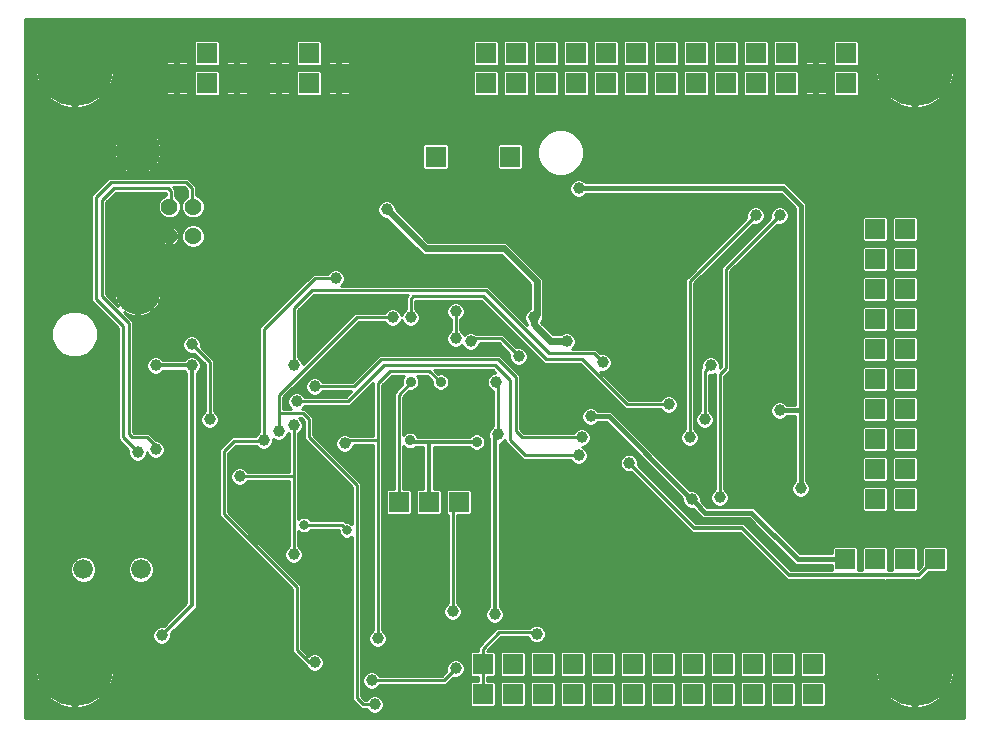
<source format=gbr>
G75*
G70*
%OFA0B0*%
%FSLAX24Y24*%
%IPPOS*%
%LPD*%
%AMOC8*
5,1,8,0,0,1.08239X$1,22.5*
%
%ADD10C,0.0562*%
%ADD11C,0.1500*%
%ADD12R,0.0650X0.0650*%
%ADD13C,0.0660*%
%ADD14R,0.0660X0.0660*%
%ADD15C,0.2540*%
%ADD16C,0.0100*%
%ADD17C,0.0396*%
%ADD18C,0.0357*%
%ADD19C,0.0317*%
%ADD20C,0.0160*%
%ADD21C,0.0120*%
%ADD22C,0.0240*%
D10*
X005713Y017058D03*
X006500Y017058D03*
X006500Y018042D03*
X005713Y018042D03*
D11*
X004650Y019912D03*
X004650Y015188D03*
D12*
X005950Y022150D03*
X006950Y022150D03*
X007950Y022150D03*
X007950Y023150D03*
X006950Y023150D03*
X005950Y023150D03*
X009350Y023150D03*
X010350Y023150D03*
X011350Y023150D03*
X011350Y022150D03*
X010350Y022150D03*
X009350Y022150D03*
X016250Y022150D03*
X017250Y022150D03*
X017250Y023150D03*
X016250Y023150D03*
X018250Y023150D03*
X019250Y023150D03*
X019250Y022150D03*
X018250Y022150D03*
X020250Y022150D03*
X021250Y022150D03*
X022250Y022150D03*
X022250Y023150D03*
X021250Y023150D03*
X020250Y023150D03*
X023250Y023150D03*
X024250Y023150D03*
X025250Y023150D03*
X025250Y022150D03*
X024250Y022150D03*
X023250Y022150D03*
X026250Y022150D03*
X027250Y022150D03*
X027250Y023150D03*
X026250Y023150D03*
X028250Y023150D03*
X028250Y022150D03*
X029225Y017300D03*
X030225Y017300D03*
X030225Y016300D03*
X029225Y016300D03*
X029225Y015300D03*
X030225Y015300D03*
X030225Y014300D03*
X029225Y014300D03*
X029225Y013300D03*
X030225Y013300D03*
X030225Y012300D03*
X029225Y012300D03*
X029225Y011300D03*
X030225Y011300D03*
X030225Y010300D03*
X029225Y010300D03*
X029225Y009300D03*
X030225Y009300D03*
X030225Y008300D03*
X029225Y008300D03*
X029227Y007300D03*
X030227Y007300D03*
X030227Y006300D03*
X029227Y006300D03*
X028227Y006300D03*
X029227Y005300D03*
X030227Y005300D03*
X031227Y006300D03*
X028150Y002800D03*
X027150Y002800D03*
X026150Y002800D03*
X026150Y001800D03*
X027150Y001800D03*
X028150Y001800D03*
X025150Y001800D03*
X024150Y001800D03*
X024150Y002800D03*
X025150Y002800D03*
X023150Y002800D03*
X022150Y002800D03*
X021150Y002800D03*
X021150Y001800D03*
X022150Y001800D03*
X023150Y001800D03*
X020150Y001800D03*
X019150Y001800D03*
X018150Y001800D03*
X018150Y002800D03*
X019150Y002800D03*
X020150Y002800D03*
X017150Y002800D03*
X016150Y002800D03*
X016150Y001800D03*
X017150Y001800D03*
X015350Y008200D03*
X014350Y008200D03*
X013350Y008200D03*
D13*
X004761Y005950D03*
X002839Y005950D03*
D14*
X014585Y017939D03*
X014585Y019711D03*
X017065Y019711D03*
X017065Y017939D03*
D15*
X030550Y022650D03*
X030550Y002650D03*
X002550Y002650D03*
X002550Y022650D03*
D16*
X000900Y024300D02*
X000900Y001000D01*
X032200Y001000D01*
X032200Y024300D01*
X000900Y024300D01*
X000900Y024290D02*
X032200Y024290D01*
X032200Y024192D02*
X000900Y024192D01*
X000900Y024093D02*
X032200Y024093D01*
X032200Y023995D02*
X000900Y023995D01*
X000900Y023896D02*
X002110Y023896D01*
X002105Y023894D02*
X002229Y023932D01*
X002356Y023957D01*
X002485Y023970D01*
X002500Y023970D01*
X002500Y022700D01*
X002600Y022700D01*
X002600Y023970D01*
X002615Y023970D01*
X002744Y023957D01*
X002871Y023932D01*
X002995Y023894D01*
X003115Y023845D01*
X003229Y023784D01*
X003337Y023712D01*
X003438Y023629D01*
X003529Y023538D01*
X003612Y023437D01*
X003684Y023329D01*
X003745Y023215D01*
X003794Y023095D01*
X003832Y022971D01*
X003857Y022844D01*
X003870Y022715D01*
X003870Y022700D01*
X002600Y022700D01*
X002600Y022600D01*
X003870Y022600D01*
X003870Y022585D01*
X003857Y022456D01*
X003832Y022329D01*
X003794Y022205D01*
X003745Y022085D01*
X003684Y021971D01*
X003612Y021863D01*
X003529Y021762D01*
X003438Y021671D01*
X003337Y021588D01*
X003229Y021516D01*
X003115Y021455D01*
X002995Y021406D01*
X002871Y021368D01*
X002744Y021343D01*
X002615Y021330D01*
X002600Y021330D01*
X002600Y022600D01*
X002500Y022600D01*
X001230Y022600D01*
X001230Y022585D01*
X001243Y022456D01*
X001268Y022329D01*
X001306Y022205D01*
X001355Y022085D01*
X001416Y021971D01*
X001488Y021863D01*
X001571Y021762D01*
X001662Y021671D01*
X001763Y021588D01*
X001871Y021516D01*
X001985Y021455D01*
X002105Y021406D01*
X002229Y021368D01*
X002356Y021343D01*
X002485Y021330D01*
X002500Y021330D01*
X002500Y022600D01*
X002500Y022700D01*
X001230Y022700D01*
X001230Y022715D01*
X001243Y022844D01*
X001268Y022971D01*
X001306Y023095D01*
X001355Y023215D01*
X001416Y023329D01*
X001488Y023437D01*
X001571Y023538D01*
X001662Y023629D01*
X001763Y023712D01*
X001871Y023784D01*
X001985Y023845D01*
X002105Y023894D01*
X001897Y023798D02*
X000900Y023798D01*
X000900Y023699D02*
X001748Y023699D01*
X001634Y023601D02*
X000900Y023601D01*
X000900Y023502D02*
X001542Y023502D01*
X001466Y023404D02*
X000900Y023404D01*
X000900Y023305D02*
X001403Y023305D01*
X001352Y023207D02*
X000900Y023207D01*
X000900Y023108D02*
X001311Y023108D01*
X001280Y023010D02*
X000900Y023010D01*
X000900Y022911D02*
X001256Y022911D01*
X001240Y022813D02*
X000900Y022813D01*
X000900Y022714D02*
X001230Y022714D01*
X001237Y022517D02*
X000900Y022517D01*
X000900Y022419D02*
X001250Y022419D01*
X001271Y022320D02*
X000900Y022320D01*
X000900Y022222D02*
X001301Y022222D01*
X001340Y022123D02*
X000900Y022123D01*
X000900Y022025D02*
X001388Y022025D01*
X001446Y021926D02*
X000900Y021926D01*
X000900Y021828D02*
X001517Y021828D01*
X001604Y021729D02*
X000900Y021729D01*
X000900Y021631D02*
X001711Y021631D01*
X001847Y021532D02*
X000900Y021532D01*
X000900Y021434D02*
X002037Y021434D01*
X002434Y021335D02*
X000900Y021335D01*
X000900Y021237D02*
X032200Y021237D01*
X032200Y021335D02*
X030666Y021335D01*
X030615Y021330D02*
X030744Y021343D01*
X030871Y021368D01*
X030995Y021406D01*
X031115Y021455D01*
X031229Y021516D01*
X031337Y021588D01*
X031438Y021671D01*
X031529Y021762D01*
X031612Y021863D01*
X031684Y021971D01*
X031745Y022085D01*
X031794Y022205D01*
X031832Y022329D01*
X031857Y022456D01*
X031870Y022585D01*
X031870Y022600D01*
X030600Y022600D01*
X030600Y022700D01*
X031870Y022700D01*
X031870Y022715D01*
X031857Y022844D01*
X031832Y022971D01*
X031794Y023095D01*
X031745Y023215D01*
X031684Y023329D01*
X031612Y023437D01*
X031529Y023538D01*
X031438Y023629D01*
X031337Y023712D01*
X031229Y023784D01*
X031115Y023845D01*
X030995Y023894D01*
X030871Y023932D01*
X030744Y023957D01*
X030615Y023970D01*
X030600Y023970D01*
X030600Y022700D01*
X030500Y022700D01*
X030500Y023970D01*
X030485Y023970D01*
X030356Y023957D01*
X030229Y023932D01*
X030105Y023894D01*
X029985Y023845D01*
X029871Y023784D01*
X029763Y023712D01*
X029662Y023629D01*
X029571Y023538D01*
X029488Y023437D01*
X029416Y023329D01*
X029355Y023215D01*
X029306Y023095D01*
X029268Y022971D01*
X029243Y022844D01*
X029230Y022715D01*
X029230Y022700D01*
X030500Y022700D01*
X030500Y022600D01*
X030600Y022600D01*
X030600Y021330D01*
X030615Y021330D01*
X030600Y021335D02*
X030500Y021335D01*
X030500Y021330D02*
X030500Y022600D01*
X029230Y022600D01*
X029230Y022585D01*
X029243Y022456D01*
X029268Y022329D01*
X029306Y022205D01*
X029355Y022085D01*
X029416Y021971D01*
X029488Y021863D01*
X029571Y021762D01*
X029662Y021671D01*
X029763Y021588D01*
X029871Y021516D01*
X029985Y021455D01*
X030105Y021406D01*
X030229Y021368D01*
X030356Y021343D01*
X030485Y021330D01*
X030500Y021330D01*
X030434Y021335D02*
X002666Y021335D01*
X002600Y021335D02*
X002500Y021335D01*
X002500Y021434D02*
X002600Y021434D01*
X002600Y021532D02*
X002500Y021532D01*
X002500Y021631D02*
X002600Y021631D01*
X002600Y021729D02*
X002500Y021729D01*
X002500Y021828D02*
X002600Y021828D01*
X002600Y021926D02*
X002500Y021926D01*
X002500Y022025D02*
X002600Y022025D01*
X002600Y022123D02*
X002500Y022123D01*
X002500Y022222D02*
X002600Y022222D01*
X002600Y022320D02*
X002500Y022320D01*
X002500Y022419D02*
X002600Y022419D01*
X002600Y022517D02*
X002500Y022517D01*
X002500Y022616D02*
X000900Y022616D01*
X002500Y022714D02*
X002600Y022714D01*
X002600Y022616D02*
X030500Y022616D01*
X030500Y022714D02*
X030600Y022714D01*
X030600Y022616D02*
X032200Y022616D01*
X032200Y022714D02*
X031870Y022714D01*
X031860Y022813D02*
X032200Y022813D01*
X032200Y022911D02*
X031844Y022911D01*
X031820Y023010D02*
X032200Y023010D01*
X032200Y023108D02*
X031789Y023108D01*
X031748Y023207D02*
X032200Y023207D01*
X032200Y023305D02*
X031697Y023305D01*
X031634Y023404D02*
X032200Y023404D01*
X032200Y023502D02*
X031558Y023502D01*
X031466Y023601D02*
X032200Y023601D01*
X032200Y023699D02*
X031352Y023699D01*
X031203Y023798D02*
X032200Y023798D01*
X032200Y023896D02*
X030990Y023896D01*
X030600Y023896D02*
X030500Y023896D01*
X030500Y023798D02*
X030600Y023798D01*
X030600Y023699D02*
X030500Y023699D01*
X030500Y023601D02*
X030600Y023601D01*
X030600Y023502D02*
X030500Y023502D01*
X030500Y023404D02*
X030600Y023404D01*
X030600Y023305D02*
X030500Y023305D01*
X030500Y023207D02*
X030600Y023207D01*
X030600Y023108D02*
X030500Y023108D01*
X030500Y023010D02*
X030600Y023010D01*
X030600Y022911D02*
X030500Y022911D01*
X030500Y022813D02*
X030600Y022813D01*
X030600Y022517D02*
X030500Y022517D01*
X030500Y022419D02*
X030600Y022419D01*
X030600Y022320D02*
X030500Y022320D01*
X030500Y022222D02*
X030600Y022222D01*
X030600Y022123D02*
X030500Y022123D01*
X030500Y022025D02*
X030600Y022025D01*
X030600Y021926D02*
X030500Y021926D01*
X030500Y021828D02*
X030600Y021828D01*
X030600Y021729D02*
X030500Y021729D01*
X030500Y021631D02*
X030600Y021631D01*
X030600Y021532D02*
X030500Y021532D01*
X030500Y021434D02*
X030600Y021434D01*
X031063Y021434D02*
X032200Y021434D01*
X032200Y021532D02*
X031253Y021532D01*
X031389Y021631D02*
X032200Y021631D01*
X032200Y021729D02*
X031496Y021729D01*
X031583Y021828D02*
X032200Y021828D01*
X032200Y021926D02*
X031654Y021926D01*
X031712Y022025D02*
X032200Y022025D01*
X032200Y022123D02*
X031760Y022123D01*
X031799Y022222D02*
X032200Y022222D01*
X032200Y022320D02*
X031829Y022320D01*
X031850Y022419D02*
X032200Y022419D01*
X032200Y022517D02*
X031863Y022517D01*
X032200Y021138D02*
X000900Y021138D01*
X000900Y021040D02*
X032200Y021040D01*
X032200Y020941D02*
X000900Y020941D01*
X000900Y020843D02*
X032200Y020843D01*
X032200Y020744D02*
X000900Y020744D01*
X000900Y020646D02*
X004330Y020646D01*
X004295Y020631D02*
X004205Y020579D01*
X004121Y020515D01*
X004047Y020441D01*
X003983Y020358D01*
X003931Y020267D01*
X003891Y020170D01*
X003864Y020069D01*
X003850Y019965D01*
X003850Y019962D01*
X004600Y019962D01*
X004600Y019862D01*
X004700Y019862D01*
X004700Y019112D01*
X004702Y019112D01*
X004806Y019126D01*
X004908Y019153D01*
X005005Y019193D01*
X005095Y019246D01*
X005179Y019309D01*
X005253Y019384D01*
X005317Y019467D01*
X005369Y019558D01*
X005409Y019655D01*
X005436Y019756D01*
X005450Y019860D01*
X005450Y019862D01*
X004700Y019862D01*
X004700Y019962D01*
X005450Y019962D01*
X005450Y019965D01*
X005436Y020069D01*
X005409Y020170D01*
X005369Y020267D01*
X005317Y020358D01*
X005253Y020441D01*
X005179Y020515D01*
X005095Y020579D01*
X005005Y020631D01*
X004908Y020671D01*
X004806Y020699D01*
X004702Y020712D01*
X004700Y020712D01*
X004700Y019962D01*
X004600Y019962D01*
X004600Y020712D01*
X004598Y020712D01*
X004494Y020699D01*
X004392Y020671D01*
X004295Y020631D01*
X004163Y020547D02*
X000900Y020547D01*
X000900Y020449D02*
X004055Y020449D01*
X003979Y020350D02*
X000900Y020350D01*
X000900Y020252D02*
X003925Y020252D01*
X003886Y020153D02*
X000900Y020153D01*
X000900Y020055D02*
X003862Y020055D01*
X003850Y019862D02*
X003850Y019860D01*
X003864Y019756D01*
X003891Y019655D01*
X003931Y019558D01*
X003983Y019467D01*
X004047Y019384D01*
X004121Y019309D01*
X004205Y019246D01*
X004295Y019193D01*
X004392Y019153D01*
X004494Y019126D01*
X004598Y019112D01*
X004600Y019112D01*
X004600Y019862D01*
X003850Y019862D01*
X003850Y019858D02*
X000900Y019858D01*
X000900Y019956D02*
X004600Y019956D01*
X004600Y019858D02*
X004700Y019858D01*
X004700Y019956D02*
X014145Y019956D01*
X014145Y019858D02*
X005450Y019858D01*
X005437Y019759D02*
X014145Y019759D01*
X014145Y019661D02*
X005411Y019661D01*
X005371Y019562D02*
X014145Y019562D01*
X014145Y019464D02*
X005314Y019464D01*
X005234Y019365D02*
X014145Y019365D01*
X014145Y019335D02*
X014209Y019271D01*
X014960Y019271D01*
X015025Y019335D01*
X015025Y020086D01*
X014960Y020151D01*
X014209Y020151D01*
X014145Y020086D01*
X014145Y019335D01*
X014145Y020055D02*
X005438Y020055D01*
X005414Y020153D02*
X018030Y020153D01*
X018070Y020252D02*
X005375Y020252D01*
X005321Y020350D02*
X018145Y020350D01*
X018087Y020293D02*
X018307Y020513D01*
X018595Y020631D01*
X018905Y020631D01*
X019193Y020513D01*
X019413Y020293D01*
X019531Y020005D01*
X019531Y019695D01*
X019413Y019407D01*
X019193Y019187D01*
X018905Y019069D01*
X018595Y019069D01*
X018307Y019187D01*
X018087Y019407D01*
X017969Y019695D01*
X017969Y020005D01*
X018087Y020293D01*
X018243Y020449D02*
X005245Y020449D01*
X005137Y020547D02*
X018391Y020547D01*
X017989Y020055D02*
X017505Y020055D01*
X017505Y020086D02*
X017441Y020151D01*
X016690Y020151D01*
X016625Y020086D01*
X016625Y019335D01*
X016690Y019271D01*
X017441Y019271D01*
X017505Y019335D01*
X017505Y020086D01*
X017505Y019956D02*
X017969Y019956D01*
X017969Y019858D02*
X017505Y019858D01*
X017505Y019759D02*
X017969Y019759D01*
X017983Y019661D02*
X017505Y019661D01*
X017505Y019562D02*
X018023Y019562D01*
X018064Y019464D02*
X017505Y019464D01*
X017505Y019365D02*
X018130Y019365D01*
X018228Y019267D02*
X005123Y019267D01*
X004944Y019168D02*
X018354Y019168D01*
X018592Y019070D02*
X000900Y019070D01*
X000900Y019168D02*
X004356Y019168D01*
X004177Y019267D02*
X000900Y019267D01*
X000900Y019365D02*
X004066Y019365D01*
X003986Y019464D02*
X000900Y019464D01*
X000900Y019562D02*
X003929Y019562D01*
X003889Y019661D02*
X000900Y019661D01*
X000900Y019759D02*
X003863Y019759D01*
X004600Y019759D02*
X004700Y019759D01*
X004700Y019661D02*
X004600Y019661D01*
X004600Y019562D02*
X004700Y019562D01*
X004700Y019464D02*
X004600Y019464D01*
X004600Y019365D02*
X004700Y019365D01*
X004700Y019267D02*
X004600Y019267D01*
X004600Y019168D02*
X004700Y019168D01*
X003850Y018650D02*
X005650Y018650D01*
X005750Y018550D01*
X005750Y018079D01*
X005713Y018042D01*
X006072Y017888D02*
X006141Y017888D01*
X006169Y017821D02*
X006279Y017711D01*
X006423Y017651D01*
X006578Y017651D01*
X006722Y017711D01*
X006832Y017821D01*
X006891Y017964D01*
X006891Y018120D01*
X006832Y018264D01*
X006722Y018374D01*
X006610Y018420D01*
X006610Y018716D01*
X006516Y018810D01*
X006316Y019010D01*
X003684Y019010D01*
X003590Y018916D01*
X003090Y018416D01*
X003090Y014884D01*
X003184Y014790D01*
X003990Y013984D01*
X003990Y010284D01*
X004348Y009926D01*
X004342Y009911D01*
X004342Y009789D01*
X004389Y009675D01*
X004475Y009589D01*
X004589Y009542D01*
X004711Y009542D01*
X004825Y009589D01*
X004911Y009675D01*
X004958Y009789D01*
X004958Y009850D01*
X004989Y009775D01*
X005075Y009689D01*
X005189Y009642D01*
X005311Y009642D01*
X005425Y009689D01*
X005511Y009775D01*
X005558Y009889D01*
X005558Y010011D01*
X005511Y010125D01*
X005425Y010211D01*
X005311Y010258D01*
X005268Y010258D01*
X005110Y010416D01*
X005016Y010510D01*
X004516Y010510D01*
X004510Y010516D01*
X004510Y014216D01*
X004206Y014521D01*
X004295Y014469D01*
X004392Y014429D01*
X004494Y014401D01*
X004598Y014388D01*
X004600Y014388D01*
X004600Y015138D01*
X003850Y015138D01*
X003850Y015135D01*
X003864Y015031D01*
X003695Y015031D01*
X003610Y015116D02*
X003610Y018184D01*
X003916Y018490D01*
X005584Y018490D01*
X005590Y018484D01*
X005590Y018415D01*
X005491Y018374D01*
X005381Y018264D01*
X005322Y018120D01*
X005322Y017964D01*
X005381Y017821D01*
X005491Y017711D01*
X005635Y017651D01*
X005791Y017651D01*
X005935Y017711D01*
X006045Y017821D01*
X006104Y017964D01*
X006104Y018120D01*
X006045Y018264D01*
X005935Y018374D01*
X005910Y018384D01*
X005910Y018616D01*
X005836Y018690D01*
X006184Y018690D01*
X006290Y018584D01*
X006290Y018378D01*
X006279Y018374D01*
X006169Y018264D01*
X006109Y018120D01*
X006109Y017964D01*
X006169Y017821D01*
X006200Y017789D02*
X006013Y017789D01*
X005886Y017691D02*
X006327Y017691D01*
X006423Y017449D02*
X006279Y017389D01*
X006169Y017279D01*
X006109Y017136D01*
X006109Y016980D01*
X006169Y016836D01*
X006279Y016726D01*
X006423Y016667D01*
X006578Y016667D01*
X006722Y016726D01*
X006832Y016836D01*
X006891Y016980D01*
X006891Y017136D01*
X006832Y017279D01*
X006722Y017389D01*
X006578Y017449D01*
X006423Y017449D01*
X006292Y017395D02*
X003610Y017395D01*
X003610Y017297D02*
X005483Y017297D01*
X005502Y017315D02*
X005456Y017269D01*
X005420Y017215D01*
X005395Y017154D01*
X005383Y017098D01*
X005672Y017098D01*
X005672Y017017D01*
X005383Y017017D01*
X005395Y016961D01*
X005420Y016901D01*
X005456Y016847D01*
X005502Y016801D01*
X005556Y016764D01*
X005616Y016739D01*
X005672Y016728D01*
X005672Y017017D01*
X005754Y017017D01*
X005754Y017098D01*
X006043Y017098D01*
X006031Y017154D01*
X006006Y017215D01*
X005970Y017269D01*
X005924Y017315D01*
X005870Y017351D01*
X005810Y017376D01*
X005754Y017387D01*
X005754Y017098D01*
X005672Y017098D01*
X005672Y017387D01*
X005616Y017376D01*
X005556Y017351D01*
X005502Y017315D01*
X005413Y017198D02*
X003610Y017198D01*
X003610Y017100D02*
X005384Y017100D01*
X005387Y017001D02*
X003610Y017001D01*
X003610Y016903D02*
X005419Y016903D01*
X005499Y016804D02*
X003610Y016804D01*
X003610Y016706D02*
X006329Y016706D01*
X006201Y016804D02*
X005927Y016804D01*
X005924Y016801D02*
X005970Y016847D01*
X006006Y016901D01*
X006031Y016961D01*
X006043Y017017D01*
X005754Y017017D01*
X005754Y016728D01*
X005810Y016739D01*
X005870Y016764D01*
X005924Y016801D01*
X006007Y016903D02*
X006141Y016903D01*
X006109Y017001D02*
X006039Y017001D01*
X006042Y017100D02*
X006109Y017100D01*
X006135Y017198D02*
X006013Y017198D01*
X005943Y017297D02*
X006186Y017297D01*
X005754Y017297D02*
X005672Y017297D01*
X005672Y017198D02*
X005754Y017198D01*
X005754Y017100D02*
X005672Y017100D01*
X005672Y017001D02*
X005754Y017001D01*
X005754Y016903D02*
X005672Y016903D01*
X005672Y016804D02*
X005754Y016804D01*
X006672Y016706D02*
X013869Y016706D01*
X013771Y016804D02*
X006800Y016804D01*
X006859Y016903D02*
X013672Y016903D01*
X013574Y017001D02*
X006891Y017001D01*
X006891Y017100D02*
X013475Y017100D01*
X013377Y017198D02*
X006866Y017198D01*
X006815Y017297D02*
X013278Y017297D01*
X013180Y017395D02*
X006708Y017395D01*
X006674Y017691D02*
X012774Y017691D01*
X012775Y017689D02*
X012889Y017642D01*
X012933Y017642D01*
X014020Y016555D01*
X014155Y016420D01*
X016755Y016420D01*
X017720Y015455D01*
X017720Y014630D01*
X017675Y014611D01*
X017589Y014525D01*
X017542Y014411D01*
X017542Y014289D01*
X017589Y014175D01*
X017620Y014144D01*
X017620Y014106D01*
X017110Y014616D01*
X017110Y014616D01*
X016316Y015410D01*
X011446Y015410D01*
X011511Y015475D01*
X011558Y015589D01*
X011558Y015711D01*
X011511Y015825D01*
X011425Y015911D01*
X011311Y015958D01*
X011189Y015958D01*
X011075Y015911D01*
X010989Y015825D01*
X010983Y015810D01*
X010484Y015810D01*
X008690Y014016D01*
X008690Y010517D01*
X008675Y010511D01*
X008589Y010425D01*
X008577Y010397D01*
X007784Y010397D01*
X007690Y010303D01*
X006620Y010303D01*
X006620Y010205D02*
X007591Y010205D01*
X007493Y010106D02*
X006620Y010106D01*
X006620Y010008D02*
X007394Y010008D01*
X007358Y009971D02*
X007358Y007716D01*
X008252Y006822D01*
X009790Y005284D01*
X009790Y003184D01*
X009884Y003090D01*
X010282Y002692D01*
X010289Y002675D01*
X010375Y002589D01*
X010489Y002542D01*
X010611Y002542D01*
X010725Y002589D01*
X010811Y002675D01*
X010858Y002789D01*
X010858Y002911D01*
X010811Y003025D01*
X010725Y003111D01*
X010611Y003158D01*
X010489Y003158D01*
X010375Y003111D01*
X010345Y003081D01*
X010110Y003316D01*
X010110Y005416D01*
X008478Y007048D01*
X008478Y007048D01*
X007678Y007849D01*
X007678Y009839D01*
X007916Y010077D01*
X008588Y010077D01*
X008589Y010075D01*
X008675Y009989D01*
X008789Y009942D01*
X008911Y009942D01*
X009025Y009989D01*
X009111Y010075D01*
X009158Y010189D01*
X009158Y010306D01*
X009175Y010289D01*
X009289Y010242D01*
X009411Y010242D01*
X009525Y010289D01*
X009611Y010375D01*
X009658Y010489D01*
X009658Y010506D01*
X009675Y010489D01*
X009690Y010483D01*
X009690Y009210D01*
X008317Y009210D01*
X008311Y009225D01*
X008225Y009311D01*
X008111Y009358D01*
X007989Y009358D01*
X007875Y009311D01*
X007789Y009225D01*
X007742Y009111D01*
X007742Y008989D01*
X007789Y008875D01*
X007875Y008789D01*
X007989Y008742D01*
X008111Y008742D01*
X008225Y008789D01*
X008311Y008875D01*
X008317Y008890D01*
X009690Y008890D01*
X009690Y006717D01*
X009675Y006711D01*
X009589Y006625D01*
X009542Y006511D01*
X009542Y006389D01*
X009589Y006275D01*
X009675Y006189D01*
X009789Y006142D01*
X009911Y006142D01*
X010025Y006189D01*
X010111Y006275D01*
X010158Y006389D01*
X010158Y006511D01*
X010111Y006625D01*
X010025Y006711D01*
X010010Y006717D01*
X010010Y007235D01*
X010048Y007197D01*
X010147Y007156D01*
X010253Y007156D01*
X010352Y007197D01*
X010420Y007265D01*
X011356Y007265D01*
X011356Y007197D01*
X011397Y007098D01*
X011473Y007022D01*
X011572Y006981D01*
X011678Y006981D01*
X011777Y007022D01*
X011790Y007035D01*
X011790Y001584D01*
X011884Y001490D01*
X012084Y001290D01*
X012283Y001290D01*
X012289Y001275D01*
X012375Y001189D01*
X012489Y001142D01*
X012611Y001142D01*
X012725Y001189D01*
X012811Y001275D01*
X012858Y001389D01*
X012858Y001511D01*
X012811Y001625D01*
X012725Y001711D01*
X012611Y001758D01*
X012489Y001758D01*
X012375Y001711D01*
X012289Y001625D01*
X012283Y001610D01*
X012216Y001610D01*
X012110Y001716D01*
X012110Y008816D01*
X010510Y010416D01*
X010510Y011016D01*
X010310Y011216D01*
X010310Y011216D01*
X010216Y011310D01*
X010146Y011310D01*
X010211Y011375D01*
X010217Y011390D01*
X011716Y011390D01*
X012490Y012164D01*
X012490Y010410D01*
X011726Y010410D01*
X011725Y010411D01*
X011611Y010458D01*
X011489Y010458D01*
X011375Y010411D01*
X011289Y010325D01*
X011242Y010211D01*
X011242Y010089D01*
X011289Y009975D01*
X011375Y009889D01*
X011489Y009842D01*
X011611Y009842D01*
X011725Y009889D01*
X011811Y009975D01*
X011858Y010089D01*
X011858Y010090D01*
X012490Y010090D01*
X012490Y003917D01*
X012475Y003911D01*
X012389Y003825D01*
X012342Y003711D01*
X012342Y003589D01*
X012389Y003475D01*
X012475Y003389D01*
X012589Y003342D01*
X012711Y003342D01*
X012825Y003389D01*
X012911Y003475D01*
X012958Y003589D01*
X012958Y003711D01*
X012911Y003825D01*
X012825Y003911D01*
X012810Y003917D01*
X012810Y012084D01*
X013116Y012390D01*
X013532Y012390D01*
X013505Y012363D01*
X013462Y012257D01*
X013462Y012143D01*
X013469Y012125D01*
X013234Y011860D01*
X013190Y011816D01*
X013190Y011811D01*
X013186Y011807D01*
X013190Y011745D01*
X013190Y008635D01*
X012979Y008635D01*
X012915Y008571D01*
X012915Y007829D01*
X012979Y007765D01*
X013721Y007765D01*
X013785Y007829D01*
X013785Y008571D01*
X013721Y008635D01*
X013510Y008635D01*
X013510Y010062D01*
X013567Y010005D01*
X013673Y009962D01*
X013788Y009962D01*
X013894Y010005D01*
X013918Y010030D01*
X014180Y010030D01*
X014180Y008635D01*
X013979Y008635D01*
X013915Y008571D01*
X013915Y007829D01*
X013979Y007765D01*
X014721Y007765D01*
X014785Y007829D01*
X014785Y008571D01*
X014721Y008635D01*
X014520Y008635D01*
X014520Y010030D01*
X015712Y010030D01*
X015787Y009955D01*
X015893Y009912D01*
X016007Y009912D01*
X016113Y009955D01*
X016195Y010037D01*
X016238Y010143D01*
X016238Y010257D01*
X016195Y010363D01*
X016113Y010445D01*
X016007Y010488D01*
X015893Y010488D01*
X015787Y010445D01*
X015712Y010370D01*
X013993Y010370D01*
X013975Y010413D01*
X013894Y010495D01*
X013788Y010538D01*
X013673Y010538D01*
X013567Y010495D01*
X013510Y010438D01*
X013510Y011689D01*
X013708Y011912D01*
X013807Y011912D01*
X013913Y011955D01*
X013995Y012037D01*
X014038Y012143D01*
X014038Y012257D01*
X013995Y012363D01*
X013968Y012390D01*
X014290Y012390D01*
X014462Y012240D01*
X014462Y012143D01*
X014505Y012037D01*
X014587Y011955D01*
X014693Y011912D01*
X014807Y011912D01*
X014913Y011955D01*
X014995Y012037D01*
X015038Y012143D01*
X015038Y012257D01*
X014995Y012363D01*
X014913Y012445D01*
X014807Y012488D01*
X014693Y012488D01*
X014673Y012480D01*
X014547Y012590D01*
X016484Y012590D01*
X016566Y012508D01*
X016539Y012508D01*
X016425Y012461D01*
X016339Y012375D01*
X016292Y012261D01*
X016292Y012139D01*
X016339Y012025D01*
X016425Y011939D01*
X016490Y011912D01*
X016490Y010717D01*
X016475Y010711D01*
X016389Y010625D01*
X016342Y010511D01*
X016342Y010389D01*
X016380Y010297D01*
X016380Y004713D01*
X016375Y004711D01*
X016289Y004625D01*
X016242Y004511D01*
X016242Y004389D01*
X016289Y004275D01*
X016375Y004189D01*
X016489Y004142D01*
X016611Y004142D01*
X016725Y004189D01*
X016811Y004275D01*
X016858Y004389D01*
X016858Y004511D01*
X016811Y004625D01*
X016725Y004711D01*
X016720Y004713D01*
X016720Y010145D01*
X016825Y010189D01*
X016890Y010254D01*
X016890Y010184D01*
X016984Y010090D01*
X017484Y009590D01*
X019083Y009590D01*
X019089Y009575D01*
X019175Y009489D01*
X019289Y009442D01*
X019411Y009442D01*
X019525Y009489D01*
X019611Y009575D01*
X019658Y009689D01*
X019658Y009811D01*
X019611Y009925D01*
X019525Y010011D01*
X019450Y010042D01*
X019511Y010042D01*
X019625Y010089D01*
X019711Y010175D01*
X019758Y010289D01*
X019758Y010411D01*
X019711Y010525D01*
X019625Y010611D01*
X019511Y010658D01*
X019389Y010658D01*
X019275Y010611D01*
X019189Y010525D01*
X019183Y010510D01*
X017516Y010510D01*
X017410Y010616D01*
X017410Y012416D01*
X016810Y013016D01*
X016716Y013110D01*
X012684Y013110D01*
X011784Y012210D01*
X010817Y012210D01*
X010811Y012225D01*
X010725Y012311D01*
X010611Y012358D01*
X010489Y012358D01*
X010375Y012311D01*
X010289Y012225D01*
X010242Y012111D01*
X010242Y011989D01*
X010289Y011875D01*
X010375Y011789D01*
X010489Y011742D01*
X010611Y011742D01*
X010725Y011789D01*
X010811Y011875D01*
X010817Y011890D01*
X011764Y011890D01*
X011584Y011710D01*
X010217Y011710D01*
X010211Y011725D01*
X010125Y011811D01*
X010011Y011858D01*
X009889Y011858D01*
X009775Y011811D01*
X009689Y011725D01*
X009642Y011611D01*
X009642Y011489D01*
X009689Y011375D01*
X009754Y011310D01*
X009510Y011310D01*
X009510Y011684D01*
X012016Y014190D01*
X012883Y014190D01*
X012889Y014175D01*
X012975Y014089D01*
X013089Y014042D01*
X013211Y014042D01*
X013325Y014089D01*
X013411Y014175D01*
X013450Y014269D01*
X013489Y014175D01*
X013575Y014089D01*
X013689Y014042D01*
X013811Y014042D01*
X013925Y014089D01*
X014011Y014175D01*
X014058Y014289D01*
X014058Y014411D01*
X014011Y014525D01*
X013925Y014611D01*
X013910Y014617D01*
X013910Y014890D01*
X016084Y014890D01*
X016784Y014190D01*
X018184Y012790D01*
X019384Y012790D01*
X020884Y011290D01*
X022083Y011290D01*
X022089Y011275D01*
X022175Y011189D01*
X022289Y011142D01*
X022411Y011142D01*
X022525Y011189D01*
X022611Y011275D01*
X022658Y011389D01*
X022658Y011511D01*
X022611Y011625D01*
X022525Y011711D01*
X022411Y011758D01*
X022289Y011758D01*
X022175Y011711D01*
X022089Y011625D01*
X022083Y011610D01*
X021016Y011610D01*
X020081Y012545D01*
X020089Y012542D01*
X020211Y012542D01*
X020325Y012589D01*
X020411Y012675D01*
X020458Y012789D01*
X020458Y012911D01*
X020411Y013025D01*
X020325Y013111D01*
X020211Y013158D01*
X020089Y013158D01*
X020074Y013152D01*
X020010Y013216D01*
X019916Y013310D01*
X019146Y013310D01*
X019211Y013375D01*
X019258Y013489D01*
X019258Y013611D01*
X019211Y013725D01*
X019125Y013811D01*
X019011Y013858D01*
X018889Y013858D01*
X018775Y013811D01*
X018769Y013805D01*
X018485Y013805D01*
X018112Y014178D01*
X018158Y014289D01*
X018158Y014333D01*
X018180Y014355D01*
X018180Y015645D01*
X018045Y015780D01*
X016945Y016880D01*
X014345Y016880D01*
X013258Y017967D01*
X013258Y018011D01*
X013211Y018125D01*
X013125Y018211D01*
X013011Y018258D01*
X012889Y018258D01*
X012775Y018211D01*
X012689Y018125D01*
X012642Y018011D01*
X012642Y017889D01*
X012689Y017775D01*
X012775Y017689D01*
X012683Y017789D02*
X006800Y017789D01*
X006860Y017888D02*
X012642Y017888D01*
X012642Y017986D02*
X006891Y017986D01*
X006891Y018085D02*
X012672Y018085D01*
X012747Y018183D02*
X006865Y018183D01*
X006814Y018282D02*
X014206Y018282D01*
X014205Y018279D02*
X014205Y017988D01*
X014536Y017988D01*
X014536Y018319D01*
X014245Y018319D01*
X014227Y018312D01*
X014212Y018297D01*
X014205Y018279D01*
X014205Y018183D02*
X013153Y018183D01*
X013228Y018085D02*
X014205Y018085D01*
X014205Y017891D02*
X014205Y017599D01*
X014212Y017581D01*
X014227Y017567D01*
X014245Y017559D01*
X014536Y017559D01*
X014536Y017891D01*
X014205Y017891D01*
X014205Y017888D02*
X013338Y017888D01*
X013258Y017986D02*
X014536Y017986D01*
X014536Y017988D02*
X014536Y017891D01*
X014633Y017891D01*
X014633Y017559D01*
X014925Y017559D01*
X014943Y017567D01*
X014957Y017581D01*
X014965Y017599D01*
X014965Y017891D01*
X014633Y017891D01*
X014633Y017988D01*
X014536Y017988D01*
X014536Y018085D02*
X014633Y018085D01*
X014633Y017988D02*
X014633Y018319D01*
X014925Y018319D01*
X014943Y018312D01*
X014957Y018297D01*
X014965Y018279D01*
X014965Y017988D01*
X014633Y017988D01*
X014633Y017986D02*
X017017Y017986D01*
X017017Y017988D02*
X017017Y017891D01*
X016685Y017891D01*
X016685Y017599D01*
X016693Y017581D01*
X016707Y017567D01*
X016725Y017559D01*
X017017Y017559D01*
X017017Y017891D01*
X017114Y017891D01*
X017114Y017988D01*
X017017Y017988D01*
X017017Y018319D01*
X016725Y018319D01*
X016707Y018312D01*
X016693Y018297D01*
X016685Y018279D01*
X016685Y017988D01*
X017017Y017988D01*
X017017Y018085D02*
X017114Y018085D01*
X017114Y017988D02*
X017114Y018319D01*
X017405Y018319D01*
X017423Y018312D01*
X017438Y018297D01*
X017445Y018279D01*
X017445Y017988D01*
X017114Y017988D01*
X017114Y017986D02*
X025050Y017986D01*
X025075Y018011D02*
X024989Y017925D01*
X024942Y017811D01*
X024942Y017689D01*
X024948Y017674D01*
X022984Y015710D01*
X022890Y015616D01*
X022890Y010617D01*
X022875Y010611D01*
X022789Y010525D01*
X022742Y010411D01*
X022742Y010289D01*
X022789Y010175D01*
X022875Y010089D01*
X022989Y010042D01*
X023111Y010042D01*
X023225Y010089D01*
X023311Y010175D01*
X023358Y010289D01*
X023358Y010411D01*
X023311Y010525D01*
X023225Y010611D01*
X023210Y010617D01*
X023210Y015484D01*
X025174Y017448D01*
X025189Y017442D01*
X025311Y017442D01*
X025425Y017489D01*
X025511Y017575D01*
X025558Y017689D01*
X025558Y017811D01*
X025511Y017925D01*
X025425Y018011D01*
X025311Y018058D01*
X025189Y018058D01*
X025075Y018011D01*
X024973Y017888D02*
X017445Y017888D01*
X017445Y017891D02*
X017114Y017891D01*
X017114Y017559D01*
X017405Y017559D01*
X017423Y017567D01*
X017438Y017581D01*
X017445Y017599D01*
X017445Y017891D01*
X017445Y017789D02*
X024942Y017789D01*
X024942Y017691D02*
X017445Y017691D01*
X017442Y017592D02*
X024866Y017592D01*
X024767Y017494D02*
X013732Y017494D01*
X013633Y017592D02*
X014208Y017592D01*
X014205Y017691D02*
X013535Y017691D01*
X013436Y017789D02*
X014205Y017789D01*
X014536Y017789D02*
X014633Y017789D01*
X014633Y017691D02*
X014536Y017691D01*
X014536Y017592D02*
X014633Y017592D01*
X014633Y017888D02*
X014536Y017888D01*
X014536Y018183D02*
X014633Y018183D01*
X014633Y018282D02*
X014536Y018282D01*
X014964Y018282D02*
X016686Y018282D01*
X016685Y018183D02*
X014965Y018183D01*
X014965Y018085D02*
X016685Y018085D01*
X016685Y017888D02*
X014965Y017888D01*
X014965Y017789D02*
X016685Y017789D01*
X016685Y017691D02*
X014965Y017691D01*
X014962Y017592D02*
X016688Y017592D01*
X017017Y017592D02*
X017114Y017592D01*
X017114Y017691D02*
X017017Y017691D01*
X017017Y017789D02*
X017114Y017789D01*
X017114Y017888D02*
X017017Y017888D01*
X017017Y018183D02*
X017114Y018183D01*
X017114Y018282D02*
X017017Y018282D01*
X017444Y018282D02*
X026275Y018282D01*
X026177Y018380D02*
X019503Y018380D01*
X019525Y018389D02*
X019606Y018470D01*
X026087Y018470D01*
X026550Y018007D01*
X026560Y017997D01*
X026560Y011440D01*
X026296Y011440D01*
X026225Y011511D01*
X026111Y011558D01*
X025989Y011558D01*
X025875Y011511D01*
X025789Y011425D01*
X025742Y011311D01*
X025742Y011189D01*
X025789Y011075D01*
X025875Y010989D01*
X025989Y010942D01*
X026111Y010942D01*
X026225Y010989D01*
X026296Y011060D01*
X026560Y011060D01*
X026560Y008896D01*
X026489Y008825D01*
X026442Y008711D01*
X026442Y008589D01*
X026489Y008475D01*
X026575Y008389D01*
X026689Y008342D01*
X026811Y008342D01*
X026925Y008389D01*
X027011Y008475D01*
X027058Y008589D01*
X027058Y008711D01*
X027011Y008825D01*
X026940Y008896D01*
X026940Y018154D01*
X026819Y018275D01*
X026356Y018738D01*
X026245Y018850D01*
X019586Y018850D01*
X019525Y018911D01*
X019411Y018958D01*
X019289Y018958D01*
X019175Y018911D01*
X019089Y018825D01*
X019042Y018711D01*
X019042Y018589D01*
X019089Y018475D01*
X019175Y018389D01*
X019289Y018342D01*
X019411Y018342D01*
X019525Y018389D01*
X019197Y018380D02*
X006707Y018380D01*
X006610Y018479D02*
X019088Y018479D01*
X019047Y018577D02*
X006610Y018577D01*
X006610Y018676D02*
X019042Y018676D01*
X019068Y018774D02*
X006552Y018774D01*
X006454Y018873D02*
X019137Y018873D01*
X019146Y019168D02*
X032200Y019168D01*
X032200Y019070D02*
X018908Y019070D01*
X019272Y019267D02*
X032200Y019267D01*
X032200Y019365D02*
X019370Y019365D01*
X019436Y019464D02*
X032200Y019464D01*
X032200Y019562D02*
X019477Y019562D01*
X019517Y019661D02*
X032200Y019661D01*
X032200Y019759D02*
X019531Y019759D01*
X019531Y019858D02*
X032200Y019858D01*
X032200Y019956D02*
X019531Y019956D01*
X019511Y020055D02*
X032200Y020055D01*
X032200Y020153D02*
X019470Y020153D01*
X019430Y020252D02*
X032200Y020252D01*
X032200Y020350D02*
X019355Y020350D01*
X019257Y020449D02*
X032200Y020449D01*
X032200Y020547D02*
X019109Y020547D01*
X018879Y021715D02*
X019621Y021715D01*
X019685Y021779D01*
X019685Y022521D01*
X019621Y022585D01*
X018879Y022585D01*
X018815Y022521D01*
X018815Y021779D01*
X018879Y021715D01*
X018865Y021729D02*
X018635Y021729D01*
X018621Y021715D02*
X018685Y021779D01*
X018685Y022521D01*
X018621Y022585D01*
X017879Y022585D01*
X017815Y022521D01*
X017815Y021779D01*
X017879Y021715D01*
X018621Y021715D01*
X018685Y021828D02*
X018815Y021828D01*
X018815Y021926D02*
X018685Y021926D01*
X018685Y022025D02*
X018815Y022025D01*
X018815Y022123D02*
X018685Y022123D01*
X018685Y022222D02*
X018815Y022222D01*
X018815Y022320D02*
X018685Y022320D01*
X018685Y022419D02*
X018815Y022419D01*
X018815Y022517D02*
X018685Y022517D01*
X018621Y022715D02*
X018685Y022779D01*
X018685Y023521D01*
X018621Y023585D01*
X017879Y023585D01*
X017815Y023521D01*
X017815Y022779D01*
X017879Y022715D01*
X018621Y022715D01*
X018685Y022813D02*
X018815Y022813D01*
X018815Y022779D02*
X018879Y022715D01*
X019621Y022715D01*
X019685Y022779D01*
X019685Y023521D01*
X019621Y023585D01*
X018879Y023585D01*
X018815Y023521D01*
X018815Y022779D01*
X018815Y022911D02*
X018685Y022911D01*
X018685Y023010D02*
X018815Y023010D01*
X018815Y023108D02*
X018685Y023108D01*
X018685Y023207D02*
X018815Y023207D01*
X018815Y023305D02*
X018685Y023305D01*
X018685Y023404D02*
X018815Y023404D01*
X018815Y023502D02*
X018685Y023502D01*
X017815Y023502D02*
X017685Y023502D01*
X017685Y023521D02*
X017621Y023585D01*
X016879Y023585D01*
X016815Y023521D01*
X016815Y022779D01*
X016879Y022715D01*
X017621Y022715D01*
X017685Y022779D01*
X017685Y023521D01*
X017685Y023404D02*
X017815Y023404D01*
X017815Y023305D02*
X017685Y023305D01*
X017685Y023207D02*
X017815Y023207D01*
X017815Y023108D02*
X017685Y023108D01*
X017685Y023010D02*
X017815Y023010D01*
X017815Y022911D02*
X017685Y022911D01*
X017685Y022813D02*
X017815Y022813D01*
X017815Y022517D02*
X017685Y022517D01*
X017685Y022521D02*
X017621Y022585D01*
X016879Y022585D01*
X016815Y022521D01*
X016815Y021779D01*
X016879Y021715D01*
X017621Y021715D01*
X017685Y021779D01*
X017685Y022521D01*
X017685Y022419D02*
X017815Y022419D01*
X017815Y022320D02*
X017685Y022320D01*
X017685Y022222D02*
X017815Y022222D01*
X017815Y022123D02*
X017685Y022123D01*
X017685Y022025D02*
X017815Y022025D01*
X017815Y021926D02*
X017685Y021926D01*
X017685Y021828D02*
X017815Y021828D01*
X017865Y021729D02*
X017635Y021729D01*
X016865Y021729D02*
X016635Y021729D01*
X016621Y021715D02*
X016685Y021779D01*
X016685Y022521D01*
X016621Y022585D01*
X015879Y022585D01*
X015815Y022521D01*
X015815Y021779D01*
X015879Y021715D01*
X016621Y021715D01*
X016685Y021828D02*
X016815Y021828D01*
X016815Y021926D02*
X016685Y021926D01*
X016685Y022025D02*
X016815Y022025D01*
X016815Y022123D02*
X016685Y022123D01*
X016685Y022222D02*
X016815Y022222D01*
X016815Y022320D02*
X016685Y022320D01*
X016685Y022419D02*
X016815Y022419D01*
X016815Y022517D02*
X016685Y022517D01*
X016621Y022715D02*
X016685Y022779D01*
X016685Y023521D01*
X016621Y023585D01*
X015879Y023585D01*
X015815Y023521D01*
X015815Y022779D01*
X015879Y022715D01*
X016621Y022715D01*
X016685Y022813D02*
X016815Y022813D01*
X016815Y022911D02*
X016685Y022911D01*
X016685Y023010D02*
X016815Y023010D01*
X016815Y023108D02*
X016685Y023108D01*
X016685Y023207D02*
X016815Y023207D01*
X016815Y023305D02*
X016685Y023305D01*
X016685Y023404D02*
X016815Y023404D01*
X016815Y023502D02*
X016685Y023502D01*
X015815Y023502D02*
X011718Y023502D01*
X011717Y023503D02*
X011703Y023517D01*
X011685Y023525D01*
X011388Y023525D01*
X011388Y023188D01*
X011725Y023188D01*
X011725Y023485D01*
X011717Y023503D01*
X011725Y023404D02*
X015815Y023404D01*
X015815Y023305D02*
X011725Y023305D01*
X011725Y023207D02*
X015815Y023207D01*
X015815Y023108D02*
X011725Y023108D01*
X011725Y023112D02*
X011388Y023112D01*
X011388Y023188D01*
X011312Y023188D01*
X011312Y023525D01*
X011015Y023525D01*
X010997Y023517D01*
X010983Y023503D01*
X010975Y023485D01*
X010975Y023188D01*
X011312Y023188D01*
X011312Y023112D01*
X011388Y023112D01*
X011388Y022775D01*
X011685Y022775D01*
X011703Y022783D01*
X011717Y022797D01*
X011725Y022815D01*
X011725Y023112D01*
X011725Y023010D02*
X015815Y023010D01*
X015815Y022911D02*
X011725Y022911D01*
X011724Y022813D02*
X015815Y022813D01*
X015815Y022517D02*
X011704Y022517D01*
X011703Y022517D02*
X011685Y022525D01*
X011388Y022525D01*
X011388Y022188D01*
X011725Y022188D01*
X011725Y022485D01*
X011717Y022503D01*
X011703Y022517D01*
X011725Y022419D02*
X015815Y022419D01*
X015815Y022320D02*
X011725Y022320D01*
X011725Y022222D02*
X015815Y022222D01*
X015815Y022123D02*
X011388Y022123D01*
X011388Y022112D02*
X011388Y022188D01*
X011312Y022188D01*
X011312Y022525D01*
X011015Y022525D01*
X010997Y022517D01*
X010983Y022503D01*
X010975Y022485D01*
X010975Y022188D01*
X011312Y022188D01*
X011312Y022112D01*
X011388Y022112D01*
X011725Y022112D01*
X011725Y021815D01*
X011717Y021797D01*
X011703Y021783D01*
X011685Y021775D01*
X011388Y021775D01*
X011388Y022112D01*
X011312Y022112D02*
X011312Y021775D01*
X011015Y021775D01*
X010997Y021783D01*
X010983Y021797D01*
X010975Y021815D01*
X010975Y022112D01*
X011312Y022112D01*
X011312Y022123D02*
X010785Y022123D01*
X010785Y022025D02*
X010975Y022025D01*
X010975Y021926D02*
X010785Y021926D01*
X010785Y021828D02*
X010975Y021828D01*
X010785Y021779D02*
X010721Y021715D01*
X009979Y021715D01*
X009915Y021779D01*
X009915Y022521D01*
X009979Y022585D01*
X010721Y022585D01*
X010785Y022521D01*
X010785Y021779D01*
X010735Y021729D02*
X015865Y021729D01*
X015815Y021828D02*
X011725Y021828D01*
X011725Y021926D02*
X015815Y021926D01*
X015815Y022025D02*
X011725Y022025D01*
X011388Y022025D02*
X011312Y022025D01*
X011312Y021926D02*
X011388Y021926D01*
X011388Y021828D02*
X011312Y021828D01*
X011312Y022222D02*
X011388Y022222D01*
X011388Y022320D02*
X011312Y022320D01*
X011312Y022419D02*
X011388Y022419D01*
X011388Y022517D02*
X011312Y022517D01*
X011312Y022775D02*
X011312Y023112D01*
X010975Y023112D01*
X010975Y022815D01*
X010983Y022797D01*
X010997Y022783D01*
X011015Y022775D01*
X011312Y022775D01*
X011312Y022813D02*
X011388Y022813D01*
X011388Y022911D02*
X011312Y022911D01*
X011312Y023010D02*
X011388Y023010D01*
X011388Y023108D02*
X011312Y023108D01*
X011312Y023207D02*
X011388Y023207D01*
X011388Y023305D02*
X011312Y023305D01*
X011312Y023404D02*
X011388Y023404D01*
X011388Y023502D02*
X011312Y023502D01*
X010982Y023502D02*
X010785Y023502D01*
X010785Y023521D02*
X010721Y023585D01*
X009979Y023585D01*
X009915Y023521D01*
X009915Y022779D01*
X009979Y022715D01*
X010721Y022715D01*
X010785Y022779D01*
X010785Y023521D01*
X010785Y023404D02*
X010975Y023404D01*
X010975Y023305D02*
X010785Y023305D01*
X010785Y023207D02*
X010975Y023207D01*
X010975Y023108D02*
X010785Y023108D01*
X010785Y023010D02*
X010975Y023010D01*
X010975Y022911D02*
X010785Y022911D01*
X010785Y022813D02*
X010976Y022813D01*
X010996Y022517D02*
X010785Y022517D01*
X010785Y022419D02*
X010975Y022419D01*
X010975Y022320D02*
X010785Y022320D01*
X010785Y022222D02*
X010975Y022222D01*
X009915Y022222D02*
X009725Y022222D01*
X009725Y022188D02*
X009725Y022485D01*
X009717Y022503D01*
X009703Y022517D01*
X009685Y022525D01*
X009388Y022525D01*
X009388Y022188D01*
X009725Y022188D01*
X009725Y022112D02*
X009388Y022112D01*
X009388Y022188D01*
X009312Y022188D01*
X009312Y022525D01*
X009015Y022525D01*
X008997Y022517D01*
X008983Y022503D01*
X008975Y022485D01*
X008975Y022188D01*
X009312Y022188D01*
X009312Y022112D01*
X009388Y022112D01*
X009388Y021775D01*
X009685Y021775D01*
X009703Y021783D01*
X009717Y021797D01*
X009725Y021815D01*
X009725Y022112D01*
X009725Y022025D02*
X009915Y022025D01*
X009915Y022123D02*
X009388Y022123D01*
X009312Y022123D02*
X007988Y022123D01*
X007988Y022112D02*
X007988Y022188D01*
X008325Y022188D01*
X008325Y022485D01*
X008317Y022503D01*
X008303Y022517D01*
X008285Y022525D01*
X007988Y022525D01*
X007988Y022188D01*
X007912Y022188D01*
X007912Y022525D01*
X007615Y022525D01*
X007597Y022517D01*
X007583Y022503D01*
X007575Y022485D01*
X007575Y022188D01*
X007912Y022188D01*
X007912Y022112D01*
X007988Y022112D01*
X008325Y022112D01*
X008325Y021815D01*
X008317Y021797D01*
X008303Y021783D01*
X008285Y021775D01*
X007988Y021775D01*
X007988Y022112D01*
X007912Y022112D02*
X007912Y021775D01*
X007615Y021775D01*
X007597Y021783D01*
X007583Y021797D01*
X007575Y021815D01*
X007575Y022112D01*
X007912Y022112D01*
X007912Y022123D02*
X007385Y022123D01*
X007385Y022025D02*
X007575Y022025D01*
X007575Y021926D02*
X007385Y021926D01*
X007385Y021828D02*
X007575Y021828D01*
X007385Y021779D02*
X007321Y021715D01*
X006579Y021715D01*
X006515Y021779D01*
X006515Y022521D01*
X006579Y022585D01*
X007321Y022585D01*
X007385Y022521D01*
X007385Y021779D01*
X007335Y021729D02*
X009965Y021729D01*
X009915Y021828D02*
X009725Y021828D01*
X009725Y021926D02*
X009915Y021926D01*
X009915Y022320D02*
X009725Y022320D01*
X009725Y022419D02*
X009915Y022419D01*
X009915Y022517D02*
X009704Y022517D01*
X009685Y022775D02*
X009388Y022775D01*
X009388Y023112D01*
X009388Y023188D01*
X009725Y023188D01*
X009725Y023485D01*
X009717Y023503D01*
X009703Y023517D01*
X009685Y023525D01*
X009388Y023525D01*
X009388Y023188D01*
X009312Y023188D01*
X009312Y023525D01*
X009015Y023525D01*
X008997Y023517D01*
X008983Y023503D01*
X008975Y023485D01*
X008975Y023188D01*
X009312Y023188D01*
X009312Y023112D01*
X009388Y023112D01*
X009725Y023112D01*
X009725Y022815D01*
X009717Y022797D01*
X009703Y022783D01*
X009685Y022775D01*
X009724Y022813D02*
X009915Y022813D01*
X009915Y022911D02*
X009725Y022911D01*
X009725Y023010D02*
X009915Y023010D01*
X009915Y023108D02*
X009725Y023108D01*
X009725Y023207D02*
X009915Y023207D01*
X009915Y023305D02*
X009725Y023305D01*
X009725Y023404D02*
X009915Y023404D01*
X009915Y023502D02*
X009718Y023502D01*
X009388Y023502D02*
X009312Y023502D01*
X009312Y023404D02*
X009388Y023404D01*
X009388Y023305D02*
X009312Y023305D01*
X009312Y023207D02*
X009388Y023207D01*
X009388Y023108D02*
X009312Y023108D01*
X009312Y023112D02*
X009312Y022775D01*
X009015Y022775D01*
X008997Y022783D01*
X008983Y022797D01*
X008975Y022815D01*
X008975Y023112D01*
X009312Y023112D01*
X009312Y023010D02*
X009388Y023010D01*
X009388Y022911D02*
X009312Y022911D01*
X009312Y022813D02*
X009388Y022813D01*
X009388Y022517D02*
X009312Y022517D01*
X009312Y022419D02*
X009388Y022419D01*
X009388Y022320D02*
X009312Y022320D01*
X009312Y022222D02*
X009388Y022222D01*
X009312Y022112D02*
X008975Y022112D01*
X008975Y021815D01*
X008983Y021797D01*
X008997Y021783D01*
X009015Y021775D01*
X009312Y021775D01*
X009312Y022112D01*
X009312Y022025D02*
X009388Y022025D01*
X009388Y021926D02*
X009312Y021926D01*
X009312Y021828D02*
X009388Y021828D01*
X008975Y021828D02*
X008325Y021828D01*
X008325Y021926D02*
X008975Y021926D01*
X008975Y022025D02*
X008325Y022025D01*
X008325Y022222D02*
X008975Y022222D01*
X008975Y022320D02*
X008325Y022320D01*
X008325Y022419D02*
X008975Y022419D01*
X008996Y022517D02*
X008304Y022517D01*
X008285Y022775D02*
X007988Y022775D01*
X007988Y023112D01*
X007988Y023188D01*
X008325Y023188D01*
X008325Y023485D01*
X008317Y023503D01*
X008303Y023517D01*
X008285Y023525D01*
X007988Y023525D01*
X007988Y023188D01*
X007912Y023188D01*
X007912Y023525D01*
X007615Y023525D01*
X007597Y023517D01*
X007583Y023503D01*
X007575Y023485D01*
X007575Y023188D01*
X007912Y023188D01*
X007912Y023112D01*
X007988Y023112D01*
X008325Y023112D01*
X008325Y022815D01*
X008317Y022797D01*
X008303Y022783D01*
X008285Y022775D01*
X008324Y022813D02*
X008976Y022813D01*
X008975Y022911D02*
X008325Y022911D01*
X008325Y023010D02*
X008975Y023010D01*
X008975Y023108D02*
X008325Y023108D01*
X008325Y023207D02*
X008975Y023207D01*
X008975Y023305D02*
X008325Y023305D01*
X008325Y023404D02*
X008975Y023404D01*
X008982Y023502D02*
X008318Y023502D01*
X007988Y023502D02*
X007912Y023502D01*
X007912Y023404D02*
X007988Y023404D01*
X007988Y023305D02*
X007912Y023305D01*
X007912Y023207D02*
X007988Y023207D01*
X007988Y023108D02*
X007912Y023108D01*
X007912Y023112D02*
X007912Y022775D01*
X007615Y022775D01*
X007597Y022783D01*
X007583Y022797D01*
X007575Y022815D01*
X007575Y023112D01*
X007912Y023112D01*
X007912Y023010D02*
X007988Y023010D01*
X007988Y022911D02*
X007912Y022911D01*
X007912Y022813D02*
X007988Y022813D01*
X007988Y022517D02*
X007912Y022517D01*
X007912Y022419D02*
X007988Y022419D01*
X007988Y022320D02*
X007912Y022320D01*
X007912Y022222D02*
X007988Y022222D01*
X007988Y022025D02*
X007912Y022025D01*
X007912Y021926D02*
X007988Y021926D01*
X007988Y021828D02*
X007912Y021828D01*
X007575Y022222D02*
X007385Y022222D01*
X007385Y022320D02*
X007575Y022320D01*
X007575Y022419D02*
X007385Y022419D01*
X007385Y022517D02*
X007596Y022517D01*
X007576Y022813D02*
X007385Y022813D01*
X007385Y022779D02*
X007321Y022715D01*
X006579Y022715D01*
X006515Y022779D01*
X006515Y023521D01*
X006579Y023585D01*
X007321Y023585D01*
X007385Y023521D01*
X007385Y022779D01*
X007385Y022911D02*
X007575Y022911D01*
X007575Y023010D02*
X007385Y023010D01*
X007385Y023108D02*
X007575Y023108D01*
X007575Y023207D02*
X007385Y023207D01*
X007385Y023305D02*
X007575Y023305D01*
X007575Y023404D02*
X007385Y023404D01*
X007385Y023502D02*
X007582Y023502D01*
X006515Y023502D02*
X006318Y023502D01*
X006317Y023503D02*
X006303Y023517D01*
X006285Y023525D01*
X005988Y023525D01*
X005988Y023188D01*
X006325Y023188D01*
X006325Y023485D01*
X006317Y023503D01*
X006325Y023404D02*
X006515Y023404D01*
X006515Y023305D02*
X006325Y023305D01*
X006325Y023207D02*
X006515Y023207D01*
X006515Y023108D02*
X006325Y023108D01*
X006325Y023112D02*
X005988Y023112D01*
X005988Y023188D01*
X005912Y023188D01*
X005912Y023525D01*
X005615Y023525D01*
X005597Y023517D01*
X005583Y023503D01*
X005575Y023485D01*
X005575Y023188D01*
X005912Y023188D01*
X005912Y023112D01*
X005988Y023112D01*
X005988Y022775D01*
X006285Y022775D01*
X006303Y022783D01*
X006317Y022797D01*
X006325Y022815D01*
X006325Y023112D01*
X006325Y023010D02*
X006515Y023010D01*
X006515Y022911D02*
X006325Y022911D01*
X006324Y022813D02*
X006515Y022813D01*
X006515Y022517D02*
X006304Y022517D01*
X006303Y022517D02*
X006285Y022525D01*
X005988Y022525D01*
X005988Y022188D01*
X006325Y022188D01*
X006325Y022485D01*
X006317Y022503D01*
X006303Y022517D01*
X006325Y022419D02*
X006515Y022419D01*
X006515Y022320D02*
X006325Y022320D01*
X006325Y022222D02*
X006515Y022222D01*
X006515Y022123D02*
X005988Y022123D01*
X005988Y022112D02*
X005988Y022188D01*
X005912Y022188D01*
X005912Y022525D01*
X005615Y022525D01*
X005597Y022517D01*
X005583Y022503D01*
X005575Y022485D01*
X005575Y022188D01*
X005912Y022188D01*
X005912Y022112D01*
X005988Y022112D01*
X006325Y022112D01*
X006325Y021815D01*
X006317Y021797D01*
X006303Y021783D01*
X006285Y021775D01*
X005988Y021775D01*
X005988Y022112D01*
X005912Y022112D02*
X005912Y021775D01*
X005615Y021775D01*
X005597Y021783D01*
X005583Y021797D01*
X005575Y021815D01*
X005575Y022112D01*
X005912Y022112D01*
X005912Y022123D02*
X003760Y022123D01*
X003799Y022222D02*
X005575Y022222D01*
X005575Y022320D02*
X003829Y022320D01*
X003850Y022419D02*
X005575Y022419D01*
X005596Y022517D02*
X003863Y022517D01*
X003870Y022714D02*
X029230Y022714D01*
X029240Y022813D02*
X028685Y022813D01*
X028685Y022779D02*
X028685Y023521D01*
X028621Y023585D01*
X027879Y023585D01*
X027815Y023521D01*
X027815Y022779D01*
X027879Y022715D01*
X028621Y022715D01*
X028685Y022779D01*
X028685Y022911D02*
X029256Y022911D01*
X029280Y023010D02*
X028685Y023010D01*
X028685Y023108D02*
X029311Y023108D01*
X029352Y023207D02*
X028685Y023207D01*
X028685Y023305D02*
X029403Y023305D01*
X029466Y023404D02*
X028685Y023404D01*
X028685Y023502D02*
X029542Y023502D01*
X029634Y023601D02*
X003466Y023601D01*
X003558Y023502D02*
X005582Y023502D01*
X005575Y023404D02*
X003634Y023404D01*
X003697Y023305D02*
X005575Y023305D01*
X005575Y023207D02*
X003748Y023207D01*
X003789Y023108D02*
X005575Y023108D01*
X005575Y023112D02*
X005575Y022815D01*
X005583Y022797D01*
X005597Y022783D01*
X005615Y022775D01*
X005912Y022775D01*
X005912Y023112D01*
X005575Y023112D01*
X005575Y023010D02*
X003820Y023010D01*
X003844Y022911D02*
X005575Y022911D01*
X005576Y022813D02*
X003860Y022813D01*
X003712Y022025D02*
X005575Y022025D01*
X005575Y021926D02*
X003654Y021926D01*
X003583Y021828D02*
X005575Y021828D01*
X005912Y021828D02*
X005988Y021828D01*
X005988Y021926D02*
X005912Y021926D01*
X005912Y022025D02*
X005988Y022025D01*
X005988Y022222D02*
X005912Y022222D01*
X005912Y022320D02*
X005988Y022320D01*
X005988Y022419D02*
X005912Y022419D01*
X005912Y022517D02*
X005988Y022517D01*
X005988Y022813D02*
X005912Y022813D01*
X005912Y022911D02*
X005988Y022911D01*
X005988Y023010D02*
X005912Y023010D01*
X005912Y023108D02*
X005988Y023108D01*
X005988Y023207D02*
X005912Y023207D01*
X005912Y023305D02*
X005988Y023305D01*
X005988Y023404D02*
X005912Y023404D01*
X005912Y023502D02*
X005988Y023502D01*
X006325Y022025D02*
X006515Y022025D01*
X006515Y021926D02*
X006325Y021926D01*
X006325Y021828D02*
X006515Y021828D01*
X006565Y021729D02*
X003496Y021729D01*
X003389Y021631D02*
X029711Y021631D01*
X029604Y021729D02*
X028635Y021729D01*
X028621Y021715D02*
X028685Y021779D01*
X028685Y022521D01*
X028621Y022585D01*
X027879Y022585D01*
X027815Y022521D01*
X027815Y021779D01*
X027879Y021715D01*
X028621Y021715D01*
X028685Y021828D02*
X029517Y021828D01*
X029446Y021926D02*
X028685Y021926D01*
X028685Y022025D02*
X029388Y022025D01*
X029340Y022123D02*
X028685Y022123D01*
X028685Y022222D02*
X029301Y022222D01*
X029271Y022320D02*
X028685Y022320D01*
X028685Y022419D02*
X029250Y022419D01*
X029237Y022517D02*
X028685Y022517D01*
X027815Y022517D02*
X027604Y022517D01*
X027603Y022517D02*
X027585Y022525D01*
X027288Y022525D01*
X027288Y022188D01*
X027212Y022188D01*
X027212Y022525D01*
X026915Y022525D01*
X026897Y022517D01*
X026883Y022503D01*
X026875Y022485D01*
X026875Y022188D01*
X027212Y022188D01*
X027212Y022112D01*
X026875Y022112D01*
X026875Y021815D01*
X026883Y021797D01*
X026897Y021783D01*
X026915Y021775D01*
X027212Y021775D01*
X027212Y022112D01*
X027288Y022112D01*
X027288Y022188D01*
X027625Y022188D01*
X027625Y022485D01*
X027617Y022503D01*
X027603Y022517D01*
X027625Y022419D02*
X027815Y022419D01*
X027815Y022320D02*
X027625Y022320D01*
X027625Y022222D02*
X027815Y022222D01*
X027815Y022123D02*
X027288Y022123D01*
X027288Y022112D02*
X027625Y022112D01*
X027625Y021815D01*
X027617Y021797D01*
X027603Y021783D01*
X027585Y021775D01*
X027288Y021775D01*
X027288Y022112D01*
X027212Y022123D02*
X026685Y022123D01*
X026685Y022025D02*
X026875Y022025D01*
X026875Y021926D02*
X026685Y021926D01*
X026685Y021828D02*
X026875Y021828D01*
X026685Y021779D02*
X026685Y022521D01*
X026621Y022585D01*
X025879Y022585D01*
X025815Y022521D01*
X025815Y021779D01*
X025879Y021715D01*
X026621Y021715D01*
X026685Y021779D01*
X026635Y021729D02*
X027865Y021729D01*
X027815Y021828D02*
X027625Y021828D01*
X027625Y021926D02*
X027815Y021926D01*
X027815Y022025D02*
X027625Y022025D01*
X027288Y022025D02*
X027212Y022025D01*
X027212Y021926D02*
X027288Y021926D01*
X027288Y021828D02*
X027212Y021828D01*
X027212Y022222D02*
X027288Y022222D01*
X027288Y022320D02*
X027212Y022320D01*
X027212Y022419D02*
X027288Y022419D01*
X027288Y022517D02*
X027212Y022517D01*
X027212Y022775D02*
X026915Y022775D01*
X026897Y022783D01*
X026883Y022797D01*
X026875Y022815D01*
X026875Y023112D01*
X027212Y023112D01*
X027212Y023188D01*
X027212Y023525D01*
X026915Y023525D01*
X026897Y023517D01*
X026883Y023503D01*
X026875Y023485D01*
X026875Y023188D01*
X027212Y023188D01*
X027288Y023188D01*
X027288Y023525D01*
X027585Y023525D01*
X027603Y023517D01*
X027617Y023503D01*
X027625Y023485D01*
X027625Y023188D01*
X027288Y023188D01*
X027288Y023112D01*
X027625Y023112D01*
X027625Y022815D01*
X027617Y022797D01*
X027603Y022783D01*
X027585Y022775D01*
X027288Y022775D01*
X027288Y023112D01*
X027212Y023112D01*
X027212Y022775D01*
X027212Y022813D02*
X027288Y022813D01*
X027288Y022911D02*
X027212Y022911D01*
X027212Y023010D02*
X027288Y023010D01*
X027288Y023108D02*
X027212Y023108D01*
X027212Y023207D02*
X027288Y023207D01*
X027288Y023305D02*
X027212Y023305D01*
X027212Y023404D02*
X027288Y023404D01*
X027288Y023502D02*
X027212Y023502D01*
X026882Y023502D02*
X026685Y023502D01*
X026685Y023521D02*
X026621Y023585D01*
X025879Y023585D01*
X025815Y023521D01*
X025815Y022779D01*
X025879Y022715D01*
X026621Y022715D01*
X026685Y022779D01*
X026685Y023521D01*
X026685Y023404D02*
X026875Y023404D01*
X026875Y023305D02*
X026685Y023305D01*
X026685Y023207D02*
X026875Y023207D01*
X026875Y023108D02*
X026685Y023108D01*
X026685Y023010D02*
X026875Y023010D01*
X026875Y022911D02*
X026685Y022911D01*
X026685Y022813D02*
X026876Y022813D01*
X026896Y022517D02*
X026685Y022517D01*
X026685Y022419D02*
X026875Y022419D01*
X026875Y022320D02*
X026685Y022320D01*
X026685Y022222D02*
X026875Y022222D01*
X027624Y022813D02*
X027815Y022813D01*
X027815Y022911D02*
X027625Y022911D01*
X027625Y023010D02*
X027815Y023010D01*
X027815Y023108D02*
X027625Y023108D01*
X027625Y023207D02*
X027815Y023207D01*
X027815Y023305D02*
X027625Y023305D01*
X027625Y023404D02*
X027815Y023404D01*
X027815Y023502D02*
X027618Y023502D01*
X025815Y023502D02*
X025685Y023502D01*
X025685Y023521D02*
X025621Y023585D01*
X024879Y023585D01*
X024815Y023521D01*
X024815Y022779D01*
X024879Y022715D01*
X025621Y022715D01*
X025685Y022779D01*
X025685Y023521D01*
X025685Y023404D02*
X025815Y023404D01*
X025815Y023305D02*
X025685Y023305D01*
X025685Y023207D02*
X025815Y023207D01*
X025815Y023108D02*
X025685Y023108D01*
X025685Y023010D02*
X025815Y023010D01*
X025815Y022911D02*
X025685Y022911D01*
X025685Y022813D02*
X025815Y022813D01*
X025815Y022517D02*
X025685Y022517D01*
X025685Y022521D02*
X025621Y022585D01*
X024879Y022585D01*
X024815Y022521D01*
X024815Y021779D01*
X024879Y021715D01*
X025621Y021715D01*
X025685Y021779D01*
X025685Y022521D01*
X025685Y022419D02*
X025815Y022419D01*
X025815Y022320D02*
X025685Y022320D01*
X025685Y022222D02*
X025815Y022222D01*
X025815Y022123D02*
X025685Y022123D01*
X025685Y022025D02*
X025815Y022025D01*
X025815Y021926D02*
X025685Y021926D01*
X025685Y021828D02*
X025815Y021828D01*
X025865Y021729D02*
X025635Y021729D01*
X024865Y021729D02*
X024635Y021729D01*
X024621Y021715D02*
X024685Y021779D01*
X024685Y022521D01*
X024621Y022585D01*
X023879Y022585D01*
X023815Y022521D01*
X023815Y021779D01*
X023879Y021715D01*
X024621Y021715D01*
X024685Y021828D02*
X024815Y021828D01*
X024815Y021926D02*
X024685Y021926D01*
X024685Y022025D02*
X024815Y022025D01*
X024815Y022123D02*
X024685Y022123D01*
X024685Y022222D02*
X024815Y022222D01*
X024815Y022320D02*
X024685Y022320D01*
X024685Y022419D02*
X024815Y022419D01*
X024815Y022517D02*
X024685Y022517D01*
X024621Y022715D02*
X024685Y022779D01*
X024685Y023521D01*
X024621Y023585D01*
X023879Y023585D01*
X023815Y023521D01*
X023815Y022779D01*
X023879Y022715D01*
X024621Y022715D01*
X024685Y022813D02*
X024815Y022813D01*
X024815Y022911D02*
X024685Y022911D01*
X024685Y023010D02*
X024815Y023010D01*
X024815Y023108D02*
X024685Y023108D01*
X024685Y023207D02*
X024815Y023207D01*
X024815Y023305D02*
X024685Y023305D01*
X024685Y023404D02*
X024815Y023404D01*
X024815Y023502D02*
X024685Y023502D01*
X023815Y023502D02*
X023685Y023502D01*
X023685Y023521D02*
X023621Y023585D01*
X022879Y023585D01*
X022815Y023521D01*
X022815Y022779D01*
X022879Y022715D01*
X023621Y022715D01*
X023685Y022779D01*
X023685Y023521D01*
X023685Y023404D02*
X023815Y023404D01*
X023815Y023305D02*
X023685Y023305D01*
X023685Y023207D02*
X023815Y023207D01*
X023815Y023108D02*
X023685Y023108D01*
X023685Y023010D02*
X023815Y023010D01*
X023815Y022911D02*
X023685Y022911D01*
X023685Y022813D02*
X023815Y022813D01*
X023815Y022517D02*
X023685Y022517D01*
X023685Y022521D02*
X023621Y022585D01*
X022879Y022585D01*
X022815Y022521D01*
X022815Y021779D01*
X022879Y021715D01*
X023621Y021715D01*
X023685Y021779D01*
X023685Y022521D01*
X023685Y022419D02*
X023815Y022419D01*
X023815Y022320D02*
X023685Y022320D01*
X023685Y022222D02*
X023815Y022222D01*
X023815Y022123D02*
X023685Y022123D01*
X023685Y022025D02*
X023815Y022025D01*
X023815Y021926D02*
X023685Y021926D01*
X023685Y021828D02*
X023815Y021828D01*
X023865Y021729D02*
X023635Y021729D01*
X022865Y021729D02*
X022635Y021729D01*
X022621Y021715D02*
X022685Y021779D01*
X022685Y022521D01*
X022621Y022585D01*
X021879Y022585D01*
X021815Y022521D01*
X021815Y021779D01*
X021879Y021715D01*
X022621Y021715D01*
X022685Y021828D02*
X022815Y021828D01*
X022815Y021926D02*
X022685Y021926D01*
X022685Y022025D02*
X022815Y022025D01*
X022815Y022123D02*
X022685Y022123D01*
X022685Y022222D02*
X022815Y022222D01*
X022815Y022320D02*
X022685Y022320D01*
X022685Y022419D02*
X022815Y022419D01*
X022815Y022517D02*
X022685Y022517D01*
X022621Y022715D02*
X022685Y022779D01*
X022685Y023521D01*
X022621Y023585D01*
X021879Y023585D01*
X021815Y023521D01*
X021815Y022779D01*
X021879Y022715D01*
X022621Y022715D01*
X022685Y022813D02*
X022815Y022813D01*
X022815Y022911D02*
X022685Y022911D01*
X022685Y023010D02*
X022815Y023010D01*
X022815Y023108D02*
X022685Y023108D01*
X022685Y023207D02*
X022815Y023207D01*
X022815Y023305D02*
X022685Y023305D01*
X022685Y023404D02*
X022815Y023404D01*
X022815Y023502D02*
X022685Y023502D01*
X021815Y023502D02*
X021685Y023502D01*
X021685Y023521D02*
X021621Y023585D01*
X020879Y023585D01*
X020815Y023521D01*
X020815Y022779D01*
X020879Y022715D01*
X021621Y022715D01*
X021685Y022779D01*
X021685Y023521D01*
X021685Y023404D02*
X021815Y023404D01*
X021815Y023305D02*
X021685Y023305D01*
X021685Y023207D02*
X021815Y023207D01*
X021815Y023108D02*
X021685Y023108D01*
X021685Y023010D02*
X021815Y023010D01*
X021815Y022911D02*
X021685Y022911D01*
X021685Y022813D02*
X021815Y022813D01*
X021815Y022517D02*
X021685Y022517D01*
X021685Y022521D02*
X021621Y022585D01*
X020879Y022585D01*
X020815Y022521D01*
X020815Y021779D01*
X020879Y021715D01*
X021621Y021715D01*
X021685Y021779D01*
X021685Y022521D01*
X021685Y022419D02*
X021815Y022419D01*
X021815Y022320D02*
X021685Y022320D01*
X021685Y022222D02*
X021815Y022222D01*
X021815Y022123D02*
X021685Y022123D01*
X021685Y022025D02*
X021815Y022025D01*
X021815Y021926D02*
X021685Y021926D01*
X021685Y021828D02*
X021815Y021828D01*
X021865Y021729D02*
X021635Y021729D01*
X020865Y021729D02*
X020635Y021729D01*
X020621Y021715D02*
X020685Y021779D01*
X020685Y022521D01*
X020621Y022585D01*
X019879Y022585D01*
X019815Y022521D01*
X019815Y021779D01*
X019879Y021715D01*
X020621Y021715D01*
X020685Y021828D02*
X020815Y021828D01*
X020815Y021926D02*
X020685Y021926D01*
X020685Y022025D02*
X020815Y022025D01*
X020815Y022123D02*
X020685Y022123D01*
X020685Y022222D02*
X020815Y022222D01*
X020815Y022320D02*
X020685Y022320D01*
X020685Y022419D02*
X020815Y022419D01*
X020815Y022517D02*
X020685Y022517D01*
X020621Y022715D02*
X020685Y022779D01*
X020685Y023521D01*
X020621Y023585D01*
X019879Y023585D01*
X019815Y023521D01*
X019815Y022779D01*
X019879Y022715D01*
X020621Y022715D01*
X020685Y022813D02*
X020815Y022813D01*
X020815Y022911D02*
X020685Y022911D01*
X020685Y023010D02*
X020815Y023010D01*
X020815Y023108D02*
X020685Y023108D01*
X020685Y023207D02*
X020815Y023207D01*
X020815Y023305D02*
X020685Y023305D01*
X020685Y023404D02*
X020815Y023404D01*
X020815Y023502D02*
X020685Y023502D01*
X019815Y023502D02*
X019685Y023502D01*
X019685Y023404D02*
X019815Y023404D01*
X019815Y023305D02*
X019685Y023305D01*
X019685Y023207D02*
X019815Y023207D01*
X019815Y023108D02*
X019685Y023108D01*
X019685Y023010D02*
X019815Y023010D01*
X019815Y022911D02*
X019685Y022911D01*
X019685Y022813D02*
X019815Y022813D01*
X019815Y022517D02*
X019685Y022517D01*
X019685Y022419D02*
X019815Y022419D01*
X019815Y022320D02*
X019685Y022320D01*
X019685Y022222D02*
X019815Y022222D01*
X019815Y022123D02*
X019685Y022123D01*
X019685Y022025D02*
X019815Y022025D01*
X019815Y021926D02*
X019685Y021926D01*
X019685Y021828D02*
X019815Y021828D01*
X019865Y021729D02*
X019635Y021729D01*
X016625Y020055D02*
X015025Y020055D01*
X015025Y019956D02*
X016625Y019956D01*
X016625Y019858D02*
X015025Y019858D01*
X015025Y019759D02*
X016625Y019759D01*
X016625Y019661D02*
X015025Y019661D01*
X015025Y019562D02*
X016625Y019562D01*
X016625Y019464D02*
X015025Y019464D01*
X015025Y019365D02*
X016625Y019365D01*
X017445Y018183D02*
X026374Y018183D01*
X026472Y018085D02*
X017445Y018085D01*
X017021Y016804D02*
X024078Y016804D01*
X024176Y016903D02*
X014323Y016903D01*
X014224Y017001D02*
X024275Y017001D01*
X024373Y017100D02*
X014126Y017100D01*
X014027Y017198D02*
X024472Y017198D01*
X024570Y017297D02*
X013929Y017297D01*
X013830Y017395D02*
X024669Y017395D01*
X024924Y017198D02*
X025272Y017198D01*
X025370Y017297D02*
X025023Y017297D01*
X025121Y017395D02*
X025469Y017395D01*
X025429Y017494D02*
X025567Y017494D01*
X025518Y017592D02*
X025666Y017592D01*
X025748Y017674D02*
X024090Y016016D01*
X023742Y016016D01*
X023644Y015918D02*
X024090Y015918D01*
X024090Y016016D02*
X024090Y012716D01*
X024055Y012681D01*
X024058Y012689D01*
X024058Y012811D01*
X024011Y012925D01*
X023925Y013011D01*
X023811Y013058D01*
X023689Y013058D01*
X023575Y013011D01*
X023489Y012925D01*
X023442Y012811D01*
X023442Y012689D01*
X023448Y012674D01*
X023390Y012616D01*
X023390Y011217D01*
X023375Y011211D01*
X023289Y011125D01*
X023242Y011011D01*
X023242Y010889D01*
X023289Y010775D01*
X023375Y010689D01*
X023489Y010642D01*
X023611Y010642D01*
X023725Y010689D01*
X023811Y010775D01*
X023858Y010889D01*
X023858Y011011D01*
X023811Y011125D01*
X023725Y011211D01*
X023710Y011217D01*
X023710Y012442D01*
X023811Y012442D01*
X023890Y012474D01*
X023890Y008617D01*
X023875Y008611D01*
X023789Y008525D01*
X023742Y008411D01*
X023742Y008289D01*
X023789Y008175D01*
X023875Y008089D01*
X023989Y008042D01*
X024111Y008042D01*
X024225Y008089D01*
X024311Y008175D01*
X024358Y008289D01*
X024358Y008411D01*
X024311Y008525D01*
X024225Y008611D01*
X024210Y008617D01*
X024210Y012384D01*
X024316Y012490D01*
X024410Y012584D01*
X024410Y015884D01*
X025974Y017448D01*
X025989Y017442D01*
X026111Y017442D01*
X026225Y017489D01*
X026311Y017575D01*
X026358Y017689D01*
X026358Y017811D01*
X026311Y017925D01*
X026225Y018011D01*
X026111Y018058D01*
X025989Y018058D01*
X025875Y018011D01*
X025789Y017925D01*
X025742Y017811D01*
X025742Y017689D01*
X025748Y017674D01*
X025742Y017691D02*
X025558Y017691D01*
X025558Y017789D02*
X025742Y017789D01*
X025773Y017888D02*
X025527Y017888D01*
X025450Y017986D02*
X025850Y017986D01*
X026050Y017750D02*
X024250Y015950D01*
X024250Y012650D01*
X024050Y012450D01*
X024050Y008350D01*
X024336Y008235D02*
X028790Y008235D01*
X028790Y008333D02*
X024358Y008333D01*
X024350Y008432D02*
X026533Y008432D01*
X026466Y008530D02*
X024306Y008530D01*
X024210Y008629D02*
X026442Y008629D01*
X026448Y008727D02*
X024210Y008727D01*
X024210Y008826D02*
X026490Y008826D01*
X026560Y008924D02*
X024210Y008924D01*
X024210Y009023D02*
X026560Y009023D01*
X026560Y009121D02*
X024210Y009121D01*
X024210Y009220D02*
X026560Y009220D01*
X026560Y009318D02*
X024210Y009318D01*
X024210Y009417D02*
X026560Y009417D01*
X026560Y009515D02*
X024210Y009515D01*
X024210Y009614D02*
X026560Y009614D01*
X026560Y009712D02*
X024210Y009712D01*
X024210Y009811D02*
X026560Y009811D01*
X026560Y009909D02*
X024210Y009909D01*
X024210Y010008D02*
X026560Y010008D01*
X026560Y010106D02*
X024210Y010106D01*
X024210Y010205D02*
X026560Y010205D01*
X026560Y010303D02*
X024210Y010303D01*
X024210Y010402D02*
X026560Y010402D01*
X026560Y010500D02*
X024210Y010500D01*
X024210Y010599D02*
X026560Y010599D01*
X026560Y010697D02*
X024210Y010697D01*
X024210Y010796D02*
X026560Y010796D01*
X026560Y010894D02*
X024210Y010894D01*
X024210Y010993D02*
X025872Y010993D01*
X025782Y011091D02*
X024210Y011091D01*
X024210Y011190D02*
X025742Y011190D01*
X025742Y011288D02*
X024210Y011288D01*
X024210Y011387D02*
X025773Y011387D01*
X025849Y011485D02*
X024210Y011485D01*
X024210Y011584D02*
X026560Y011584D01*
X026560Y011682D02*
X024210Y011682D01*
X024210Y011781D02*
X026560Y011781D01*
X026560Y011879D02*
X024210Y011879D01*
X024210Y011978D02*
X026560Y011978D01*
X026560Y012076D02*
X024210Y012076D01*
X024210Y012175D02*
X026560Y012175D01*
X026560Y012273D02*
X024210Y012273D01*
X024210Y012372D02*
X026560Y012372D01*
X026560Y012470D02*
X024296Y012470D01*
X024395Y012569D02*
X026560Y012569D01*
X026560Y012667D02*
X024410Y012667D01*
X024410Y012766D02*
X026560Y012766D01*
X026560Y012864D02*
X024410Y012864D01*
X024410Y012963D02*
X026560Y012963D01*
X026560Y013061D02*
X024410Y013061D01*
X024410Y013160D02*
X026560Y013160D01*
X026560Y013258D02*
X024410Y013258D01*
X024410Y013357D02*
X026560Y013357D01*
X026560Y013455D02*
X024410Y013455D01*
X024410Y013554D02*
X026560Y013554D01*
X026560Y013652D02*
X024410Y013652D01*
X024410Y013751D02*
X026560Y013751D01*
X026560Y013849D02*
X024410Y013849D01*
X024410Y013948D02*
X026560Y013948D01*
X026560Y014046D02*
X024410Y014046D01*
X024410Y014145D02*
X026560Y014145D01*
X026560Y014243D02*
X024410Y014243D01*
X024410Y014342D02*
X026560Y014342D01*
X026560Y014440D02*
X024410Y014440D01*
X024410Y014539D02*
X026560Y014539D01*
X026560Y014637D02*
X024410Y014637D01*
X024410Y014736D02*
X026560Y014736D01*
X026560Y014834D02*
X024410Y014834D01*
X024410Y014933D02*
X026560Y014933D01*
X026560Y015031D02*
X024410Y015031D01*
X024410Y015130D02*
X026560Y015130D01*
X026560Y015228D02*
X024410Y015228D01*
X024410Y015327D02*
X026560Y015327D01*
X026560Y015425D02*
X024410Y015425D01*
X024410Y015524D02*
X026560Y015524D01*
X026560Y015622D02*
X024410Y015622D01*
X024410Y015721D02*
X026560Y015721D01*
X026560Y015819D02*
X024410Y015819D01*
X024444Y015918D02*
X026560Y015918D01*
X026560Y016016D02*
X024542Y016016D01*
X024641Y016115D02*
X026560Y016115D01*
X026560Y016213D02*
X024739Y016213D01*
X024838Y016312D02*
X026560Y016312D01*
X026560Y016410D02*
X024936Y016410D01*
X025035Y016509D02*
X026560Y016509D01*
X026560Y016607D02*
X025133Y016607D01*
X025232Y016706D02*
X026560Y016706D01*
X026560Y016804D02*
X025330Y016804D01*
X025429Y016903D02*
X026560Y016903D01*
X026560Y017001D02*
X025527Y017001D01*
X025626Y017100D02*
X026560Y017100D01*
X026560Y017198D02*
X025724Y017198D01*
X025823Y017297D02*
X026560Y017297D01*
X026560Y017395D02*
X025921Y017395D01*
X026229Y017494D02*
X026560Y017494D01*
X026560Y017592D02*
X026318Y017592D01*
X026358Y017691D02*
X026560Y017691D01*
X026560Y017789D02*
X026358Y017789D01*
X026327Y017888D02*
X026560Y017888D01*
X026560Y017986D02*
X026250Y017986D01*
X026714Y018380D02*
X032200Y018380D01*
X032200Y018282D02*
X026813Y018282D01*
X026911Y018183D02*
X032200Y018183D01*
X032200Y018085D02*
X026940Y018085D01*
X026940Y017986D02*
X032200Y017986D01*
X032200Y017888D02*
X026940Y017888D01*
X026940Y017789D02*
X032200Y017789D01*
X032200Y017691D02*
X030640Y017691D01*
X030660Y017671D02*
X030596Y017735D01*
X029854Y017735D01*
X029790Y017671D01*
X029790Y016929D01*
X029854Y016865D01*
X030596Y016865D01*
X030660Y016929D01*
X030660Y017671D01*
X030660Y017592D02*
X032200Y017592D01*
X032200Y017494D02*
X030660Y017494D01*
X030660Y017395D02*
X032200Y017395D01*
X032200Y017297D02*
X030660Y017297D01*
X030660Y017198D02*
X032200Y017198D01*
X032200Y017100D02*
X030660Y017100D01*
X030660Y017001D02*
X032200Y017001D01*
X032200Y016903D02*
X030633Y016903D01*
X030596Y016735D02*
X030660Y016671D01*
X030660Y015929D01*
X030596Y015865D01*
X029854Y015865D01*
X029790Y015929D01*
X029790Y016671D01*
X029854Y016735D01*
X030596Y016735D01*
X030625Y016706D02*
X032200Y016706D01*
X032200Y016804D02*
X026940Y016804D01*
X026940Y016706D02*
X028825Y016706D01*
X028854Y016735D02*
X028790Y016671D01*
X028790Y015929D01*
X028854Y015865D01*
X029596Y015865D01*
X029660Y015929D01*
X029660Y016671D01*
X029596Y016735D01*
X028854Y016735D01*
X028854Y016865D02*
X029596Y016865D01*
X029660Y016929D01*
X029660Y017671D01*
X029596Y017735D01*
X028854Y017735D01*
X028790Y017671D01*
X028790Y016929D01*
X028854Y016865D01*
X028817Y016903D02*
X026940Y016903D01*
X026940Y017001D02*
X028790Y017001D01*
X028790Y017100D02*
X026940Y017100D01*
X026940Y017198D02*
X028790Y017198D01*
X028790Y017297D02*
X026940Y017297D01*
X026940Y017395D02*
X028790Y017395D01*
X028790Y017494D02*
X026940Y017494D01*
X026940Y017592D02*
X028790Y017592D01*
X028810Y017691D02*
X026940Y017691D01*
X026616Y018479D02*
X032200Y018479D01*
X032200Y018577D02*
X026517Y018577D01*
X026419Y018676D02*
X032200Y018676D01*
X032200Y018774D02*
X026320Y018774D01*
X025250Y017750D02*
X023050Y015550D01*
X023050Y010350D01*
X023323Y010205D02*
X023890Y010205D01*
X023890Y010303D02*
X023358Y010303D01*
X023358Y010402D02*
X023890Y010402D01*
X023890Y010500D02*
X023321Y010500D01*
X023237Y010599D02*
X023890Y010599D01*
X023890Y010697D02*
X023733Y010697D01*
X023820Y010796D02*
X023890Y010796D01*
X023890Y010894D02*
X023858Y010894D01*
X023858Y010993D02*
X023890Y010993D01*
X023890Y011091D02*
X023825Y011091D01*
X023890Y011190D02*
X023746Y011190D01*
X023710Y011288D02*
X023890Y011288D01*
X023890Y011387D02*
X023710Y011387D01*
X023710Y011485D02*
X023890Y011485D01*
X023890Y011584D02*
X023710Y011584D01*
X023710Y011682D02*
X023890Y011682D01*
X023890Y011781D02*
X023710Y011781D01*
X023710Y011879D02*
X023890Y011879D01*
X023890Y011978D02*
X023710Y011978D01*
X023710Y012076D02*
X023890Y012076D01*
X023890Y012175D02*
X023710Y012175D01*
X023710Y012273D02*
X023890Y012273D01*
X023890Y012372D02*
X023710Y012372D01*
X023879Y012470D02*
X023890Y012470D01*
X023750Y012750D02*
X023550Y012550D01*
X023550Y010950D01*
X023275Y011091D02*
X023210Y011091D01*
X023210Y010993D02*
X023242Y010993D01*
X023242Y010894D02*
X023210Y010894D01*
X023210Y010796D02*
X023280Y010796D01*
X023210Y010697D02*
X023367Y010697D01*
X022890Y010697D02*
X020972Y010697D01*
X020874Y010796D02*
X022890Y010796D01*
X022890Y010894D02*
X020775Y010894D01*
X020677Y010993D02*
X022890Y010993D01*
X022890Y011091D02*
X020578Y011091D01*
X020480Y011190D02*
X022175Y011190D01*
X022084Y011288D02*
X019948Y011288D01*
X019925Y011311D02*
X019811Y011358D01*
X019689Y011358D01*
X019575Y011311D01*
X019489Y011225D01*
X019442Y011111D01*
X019442Y010989D01*
X019489Y010875D01*
X019575Y010789D01*
X019689Y010742D01*
X019811Y010742D01*
X019925Y010789D01*
X019996Y010860D01*
X020272Y010860D01*
X022742Y008390D01*
X022810Y008322D01*
X022810Y008221D01*
X022857Y008108D01*
X022944Y008021D01*
X023057Y007975D01*
X023157Y007975D01*
X023370Y007762D01*
X023481Y007651D01*
X025034Y007651D01*
X026576Y006109D01*
X027792Y006109D01*
X027792Y005937D01*
X026428Y005937D01*
X024974Y007390D01*
X024875Y007490D01*
X023276Y007490D01*
X021331Y009434D01*
X021333Y009439D01*
X021333Y009561D01*
X021286Y009675D01*
X021200Y009761D01*
X021086Y009808D01*
X020964Y009808D01*
X020850Y009761D01*
X020764Y009675D01*
X020717Y009561D01*
X020717Y009439D01*
X020764Y009325D01*
X020850Y009239D01*
X020964Y009192D01*
X021086Y009192D01*
X021091Y009194D01*
X023135Y007150D01*
X024734Y007150D01*
X026287Y005597D01*
X028852Y005597D01*
X028852Y005338D01*
X029190Y005338D01*
X029190Y005262D01*
X029265Y005262D01*
X029265Y004925D01*
X029562Y004925D01*
X029580Y004933D01*
X029595Y004947D01*
X029602Y004965D01*
X029602Y005262D01*
X029265Y005262D01*
X029265Y005338D01*
X029602Y005338D01*
X029602Y005597D01*
X029852Y005597D01*
X029852Y005338D01*
X030190Y005338D01*
X030190Y005262D01*
X030265Y005262D01*
X030265Y004925D01*
X030562Y004925D01*
X030580Y004933D01*
X030595Y004947D01*
X030602Y004965D01*
X030602Y005262D01*
X030265Y005262D01*
X030265Y005338D01*
X030602Y005338D01*
X030602Y005597D01*
X030764Y005597D01*
X031033Y005865D01*
X031598Y005865D01*
X031662Y005929D01*
X031662Y006671D01*
X031598Y006735D01*
X030857Y006735D01*
X030792Y006671D01*
X030792Y006105D01*
X030662Y005975D01*
X030662Y006671D01*
X030598Y006735D01*
X029857Y006735D01*
X029792Y006671D01*
X029792Y005937D01*
X029662Y005937D01*
X029662Y006671D01*
X029598Y006735D01*
X028857Y006735D01*
X028792Y006671D01*
X028792Y005937D01*
X028662Y005937D01*
X028662Y006671D01*
X028598Y006735D01*
X027857Y006735D01*
X027792Y006671D01*
X027792Y006489D01*
X026734Y006489D01*
X025303Y007920D01*
X025191Y008031D01*
X023638Y008031D01*
X023426Y008243D01*
X023426Y008344D01*
X023379Y008457D01*
X023293Y008544D01*
X023179Y008591D01*
X023079Y008591D01*
X023011Y008659D01*
X020429Y011240D01*
X019996Y011240D01*
X019925Y011311D01*
X019552Y011288D02*
X017410Y011288D01*
X017410Y011190D02*
X019474Y011190D01*
X019442Y011091D02*
X017410Y011091D01*
X017410Y010993D02*
X019442Y010993D01*
X019481Y010894D02*
X017410Y010894D01*
X017410Y010796D02*
X019569Y010796D01*
X019637Y010599D02*
X020533Y010599D01*
X020435Y010697D02*
X017410Y010697D01*
X017428Y010599D02*
X019263Y010599D01*
X019450Y010350D02*
X017450Y010350D01*
X017250Y010550D01*
X017250Y012350D01*
X016650Y012950D01*
X012750Y012950D01*
X011850Y012050D01*
X010550Y012050D01*
X010268Y012175D02*
X010001Y012175D01*
X010099Y012273D02*
X010337Y012273D01*
X010198Y012372D02*
X011945Y012372D01*
X012044Y012470D02*
X010296Y012470D01*
X010395Y012569D02*
X012142Y012569D01*
X012241Y012667D02*
X010493Y012667D01*
X010592Y012766D02*
X012339Y012766D01*
X012438Y012864D02*
X010690Y012864D01*
X010789Y012963D02*
X012536Y012963D01*
X012635Y013061D02*
X010887Y013061D01*
X010986Y013160D02*
X017014Y013160D01*
X017048Y013126D02*
X017042Y013111D01*
X017042Y012989D01*
X017089Y012875D01*
X017175Y012789D01*
X017289Y012742D01*
X017411Y012742D01*
X017525Y012789D01*
X017611Y012875D01*
X017658Y012989D01*
X017658Y013111D01*
X017611Y013225D01*
X017525Y013311D01*
X017411Y013358D01*
X017289Y013358D01*
X017274Y013352D01*
X016816Y013810D01*
X015926Y013810D01*
X015925Y013811D01*
X015811Y013858D01*
X015689Y013858D01*
X015575Y013811D01*
X015534Y013770D01*
X015511Y013825D01*
X015425Y013911D01*
X015410Y013917D01*
X015410Y014283D01*
X015425Y014289D01*
X015511Y014375D01*
X015558Y014489D01*
X015558Y014611D01*
X015511Y014725D01*
X015425Y014811D01*
X015311Y014858D01*
X015189Y014858D01*
X015075Y014811D01*
X014989Y014725D01*
X014942Y014611D01*
X014942Y014489D01*
X014989Y014375D01*
X015075Y014289D01*
X015090Y014283D01*
X015090Y013917D01*
X015075Y013911D01*
X014989Y013825D01*
X014942Y013711D01*
X014942Y013589D01*
X014989Y013475D01*
X015075Y013389D01*
X015189Y013342D01*
X015311Y013342D01*
X015425Y013389D01*
X015466Y013430D01*
X015489Y013375D01*
X015575Y013289D01*
X015689Y013242D01*
X015811Y013242D01*
X015925Y013289D01*
X016011Y013375D01*
X016058Y013489D01*
X016058Y013490D01*
X016684Y013490D01*
X017048Y013126D01*
X017042Y013061D02*
X016765Y013061D01*
X016864Y012963D02*
X017053Y012963D01*
X017100Y012864D02*
X016962Y012864D01*
X017061Y012766D02*
X017232Y012766D01*
X017159Y012667D02*
X019507Y012667D01*
X019605Y012569D02*
X017258Y012569D01*
X017356Y012470D02*
X019704Y012470D01*
X019802Y012372D02*
X017410Y012372D01*
X017410Y012273D02*
X019901Y012273D01*
X019999Y012175D02*
X017410Y012175D01*
X017410Y012076D02*
X020098Y012076D01*
X020196Y011978D02*
X017410Y011978D01*
X017410Y011879D02*
X020295Y011879D01*
X020393Y011781D02*
X017410Y011781D01*
X017410Y011682D02*
X020492Y011682D01*
X020590Y011584D02*
X017410Y011584D01*
X017410Y011485D02*
X020689Y011485D01*
X020787Y011387D02*
X017410Y011387D01*
X016490Y011387D02*
X013510Y011387D01*
X013510Y011485D02*
X016490Y011485D01*
X016490Y011584D02*
X013510Y011584D01*
X013510Y011682D02*
X016490Y011682D01*
X016490Y011781D02*
X013591Y011781D01*
X013679Y011879D02*
X016490Y011879D01*
X016387Y011978D02*
X014935Y011978D01*
X015011Y012076D02*
X016318Y012076D01*
X016292Y012175D02*
X015038Y012175D01*
X015032Y012273D02*
X016297Y012273D01*
X016338Y012372D02*
X014986Y012372D01*
X014852Y012470D02*
X016447Y012470D01*
X016505Y012569D02*
X014572Y012569D01*
X014350Y012550D02*
X014750Y012200D01*
X014489Y012076D02*
X014011Y012076D01*
X014038Y012175D02*
X014462Y012175D01*
X014424Y012273D02*
X014032Y012273D01*
X013986Y012372D02*
X014311Y012372D01*
X014350Y012550D02*
X013050Y012550D01*
X012650Y012150D01*
X012650Y010250D01*
X011650Y010250D01*
X011550Y010150D01*
X011824Y010008D02*
X012490Y010008D01*
X012490Y009909D02*
X011745Y009909D01*
X011355Y009909D02*
X011017Y009909D01*
X010919Y010008D02*
X011276Y010008D01*
X011242Y010106D02*
X010820Y010106D01*
X010722Y010205D02*
X011242Y010205D01*
X011280Y010303D02*
X010623Y010303D01*
X010525Y010402D02*
X011366Y010402D01*
X011116Y009811D02*
X012490Y009811D01*
X012490Y009712D02*
X011214Y009712D01*
X011313Y009614D02*
X012490Y009614D01*
X012490Y009515D02*
X011411Y009515D01*
X011510Y009417D02*
X012490Y009417D01*
X012490Y009318D02*
X011608Y009318D01*
X011707Y009220D02*
X012490Y009220D01*
X012490Y009121D02*
X011805Y009121D01*
X011904Y009023D02*
X012490Y009023D01*
X012490Y008924D02*
X012002Y008924D01*
X012101Y008826D02*
X012490Y008826D01*
X012490Y008727D02*
X012110Y008727D01*
X012110Y008629D02*
X012490Y008629D01*
X012490Y008530D02*
X012110Y008530D01*
X012110Y008432D02*
X012490Y008432D01*
X012490Y008333D02*
X012110Y008333D01*
X012110Y008235D02*
X012490Y008235D01*
X012490Y008136D02*
X012110Y008136D01*
X012110Y008038D02*
X012490Y008038D01*
X012490Y007939D02*
X012110Y007939D01*
X012110Y007841D02*
X012490Y007841D01*
X012490Y007742D02*
X012110Y007742D01*
X012110Y007644D02*
X012490Y007644D01*
X012490Y007545D02*
X012110Y007545D01*
X012110Y007447D02*
X012490Y007447D01*
X012490Y007348D02*
X012110Y007348D01*
X012110Y007250D02*
X012490Y007250D01*
X012490Y007151D02*
X012110Y007151D01*
X012110Y007053D02*
X012490Y007053D01*
X012490Y006954D02*
X012110Y006954D01*
X012110Y006856D02*
X012490Y006856D01*
X012490Y006757D02*
X012110Y006757D01*
X012110Y006659D02*
X012490Y006659D01*
X012490Y006560D02*
X012110Y006560D01*
X012110Y006462D02*
X012490Y006462D01*
X012490Y006363D02*
X012110Y006363D01*
X012110Y006265D02*
X012490Y006265D01*
X012490Y006166D02*
X012110Y006166D01*
X012110Y006068D02*
X012490Y006068D01*
X012490Y005969D02*
X012110Y005969D01*
X012110Y005871D02*
X012490Y005871D01*
X012490Y005772D02*
X012110Y005772D01*
X012110Y005674D02*
X012490Y005674D01*
X012490Y005575D02*
X012110Y005575D01*
X012110Y005477D02*
X012490Y005477D01*
X012490Y005378D02*
X012110Y005378D01*
X012110Y005280D02*
X012490Y005280D01*
X012490Y005181D02*
X012110Y005181D01*
X012110Y005083D02*
X012490Y005083D01*
X012490Y004984D02*
X012110Y004984D01*
X012110Y004886D02*
X012490Y004886D01*
X012490Y004787D02*
X012110Y004787D01*
X012110Y004689D02*
X012490Y004689D01*
X012490Y004590D02*
X012110Y004590D01*
X012110Y004492D02*
X012490Y004492D01*
X012490Y004393D02*
X012110Y004393D01*
X012110Y004295D02*
X012490Y004295D01*
X012490Y004196D02*
X012110Y004196D01*
X012110Y004098D02*
X012490Y004098D01*
X012490Y003999D02*
X012110Y003999D01*
X012110Y003901D02*
X012465Y003901D01*
X012379Y003802D02*
X012110Y003802D01*
X012110Y003704D02*
X012342Y003704D01*
X012342Y003605D02*
X012110Y003605D01*
X012110Y003507D02*
X012376Y003507D01*
X012456Y003408D02*
X012110Y003408D01*
X012110Y003310D02*
X015990Y003310D01*
X015990Y003366D02*
X015990Y003235D01*
X015779Y003235D01*
X015715Y003171D01*
X015715Y002429D01*
X015779Y002365D01*
X015990Y002365D01*
X015990Y002235D01*
X015779Y002235D01*
X015715Y002171D01*
X015715Y001429D01*
X015779Y001365D01*
X016521Y001365D01*
X016585Y001429D01*
X016585Y002171D01*
X016521Y002235D01*
X016310Y002235D01*
X016310Y002365D01*
X016521Y002365D01*
X016585Y002429D01*
X016585Y003171D01*
X016521Y003235D01*
X016311Y003235D01*
X016766Y003690D01*
X017662Y003690D01*
X017689Y003625D01*
X017775Y003539D01*
X017889Y003492D01*
X018011Y003492D01*
X018125Y003539D01*
X018211Y003625D01*
X018258Y003739D01*
X018258Y003861D01*
X018211Y003975D01*
X018125Y004061D01*
X018011Y004108D01*
X017889Y004108D01*
X017775Y004061D01*
X017724Y004010D01*
X016634Y004010D01*
X016540Y003916D01*
X016084Y003460D01*
X016084Y003460D01*
X015990Y003366D01*
X016032Y003408D02*
X012844Y003408D01*
X012924Y003507D02*
X016130Y003507D01*
X016229Y003605D02*
X012958Y003605D01*
X012958Y003704D02*
X016327Y003704D01*
X016426Y003802D02*
X012921Y003802D01*
X012835Y003901D02*
X016524Y003901D01*
X016623Y003999D02*
X012810Y003999D01*
X012810Y004098D02*
X017863Y004098D01*
X018037Y004098D02*
X032200Y004098D01*
X032200Y004196D02*
X016732Y004196D01*
X016819Y004295D02*
X032200Y004295D01*
X032200Y004393D02*
X016858Y004393D01*
X016858Y004492D02*
X032200Y004492D01*
X032200Y004590D02*
X016826Y004590D01*
X016747Y004689D02*
X032200Y004689D01*
X032200Y004787D02*
X016720Y004787D01*
X016720Y004886D02*
X032200Y004886D01*
X032200Y004984D02*
X030602Y004984D01*
X030602Y005083D02*
X032200Y005083D01*
X032200Y005181D02*
X030602Y005181D01*
X030602Y005378D02*
X032200Y005378D01*
X032200Y005280D02*
X030265Y005280D01*
X030190Y005280D02*
X029265Y005280D01*
X029190Y005280D02*
X016720Y005280D01*
X016720Y005378D02*
X028852Y005378D01*
X028852Y005477D02*
X016720Y005477D01*
X016720Y005575D02*
X028852Y005575D01*
X028852Y005262D02*
X028852Y004965D01*
X028860Y004947D01*
X028874Y004933D01*
X028892Y004925D01*
X029190Y004925D01*
X029190Y005262D01*
X028852Y005262D01*
X028852Y005181D02*
X016720Y005181D01*
X016720Y005083D02*
X028852Y005083D01*
X028852Y004984D02*
X016720Y004984D01*
X016380Y004984D02*
X015310Y004984D01*
X015310Y004886D02*
X016380Y004886D01*
X016380Y004787D02*
X015349Y004787D01*
X015325Y004811D02*
X015310Y004817D01*
X015310Y007765D01*
X015721Y007765D01*
X015785Y007829D01*
X015785Y008571D01*
X015721Y008635D01*
X014979Y008635D01*
X014915Y008571D01*
X014915Y007829D01*
X014979Y007765D01*
X014990Y007765D01*
X014990Y004817D01*
X014975Y004811D01*
X014889Y004725D01*
X014842Y004611D01*
X014842Y004489D01*
X014889Y004375D01*
X014975Y004289D01*
X015089Y004242D01*
X015211Y004242D01*
X015325Y004289D01*
X015411Y004375D01*
X015458Y004489D01*
X015458Y004611D01*
X015411Y004725D01*
X015325Y004811D01*
X015426Y004689D02*
X016353Y004689D01*
X016274Y004590D02*
X015458Y004590D01*
X015458Y004492D02*
X016242Y004492D01*
X016242Y004393D02*
X015418Y004393D01*
X015330Y004295D02*
X016281Y004295D01*
X016368Y004196D02*
X012810Y004196D01*
X012810Y004295D02*
X014970Y004295D01*
X014882Y004393D02*
X012810Y004393D01*
X012810Y004492D02*
X014842Y004492D01*
X014842Y004590D02*
X012810Y004590D01*
X012810Y004689D02*
X014874Y004689D01*
X014951Y004787D02*
X012810Y004787D01*
X012810Y004886D02*
X014990Y004886D01*
X014990Y004984D02*
X012810Y004984D01*
X012810Y005083D02*
X014990Y005083D01*
X014990Y005181D02*
X012810Y005181D01*
X012810Y005280D02*
X014990Y005280D01*
X014990Y005378D02*
X012810Y005378D01*
X012810Y005477D02*
X014990Y005477D01*
X014990Y005575D02*
X012810Y005575D01*
X012810Y005674D02*
X014990Y005674D01*
X014990Y005772D02*
X012810Y005772D01*
X012810Y005871D02*
X014990Y005871D01*
X014990Y005969D02*
X012810Y005969D01*
X012810Y006068D02*
X014990Y006068D01*
X014990Y006166D02*
X012810Y006166D01*
X012810Y006265D02*
X014990Y006265D01*
X014990Y006363D02*
X012810Y006363D01*
X012810Y006462D02*
X014990Y006462D01*
X014990Y006560D02*
X012810Y006560D01*
X012810Y006659D02*
X014990Y006659D01*
X014990Y006757D02*
X012810Y006757D01*
X012810Y006856D02*
X014990Y006856D01*
X014990Y006954D02*
X012810Y006954D01*
X012810Y007053D02*
X014990Y007053D01*
X014990Y007151D02*
X012810Y007151D01*
X012810Y007250D02*
X014990Y007250D01*
X014990Y007348D02*
X012810Y007348D01*
X012810Y007447D02*
X014990Y007447D01*
X014990Y007545D02*
X012810Y007545D01*
X012810Y007644D02*
X014990Y007644D01*
X014990Y007742D02*
X012810Y007742D01*
X012810Y007841D02*
X012915Y007841D01*
X012915Y007939D02*
X012810Y007939D01*
X012810Y008038D02*
X012915Y008038D01*
X012915Y008136D02*
X012810Y008136D01*
X012810Y008235D02*
X012915Y008235D01*
X012915Y008333D02*
X012810Y008333D01*
X012810Y008432D02*
X012915Y008432D01*
X012915Y008530D02*
X012810Y008530D01*
X012810Y008629D02*
X012973Y008629D01*
X012810Y008727D02*
X013190Y008727D01*
X013190Y008826D02*
X012810Y008826D01*
X012810Y008924D02*
X013190Y008924D01*
X013190Y009023D02*
X012810Y009023D01*
X012810Y009121D02*
X013190Y009121D01*
X013190Y009220D02*
X012810Y009220D01*
X012810Y009318D02*
X013190Y009318D01*
X013190Y009417D02*
X012810Y009417D01*
X012810Y009515D02*
X013190Y009515D01*
X013190Y009614D02*
X012810Y009614D01*
X012810Y009712D02*
X013190Y009712D01*
X013190Y009811D02*
X012810Y009811D01*
X012810Y009909D02*
X013190Y009909D01*
X013190Y010008D02*
X012810Y010008D01*
X012810Y010106D02*
X013190Y010106D01*
X013190Y010205D02*
X012810Y010205D01*
X012810Y010303D02*
X013190Y010303D01*
X013190Y010402D02*
X012810Y010402D01*
X012810Y010500D02*
X013190Y010500D01*
X013190Y010599D02*
X012810Y010599D01*
X012810Y010697D02*
X013190Y010697D01*
X013190Y010796D02*
X012810Y010796D01*
X012810Y010894D02*
X013190Y010894D01*
X013190Y010993D02*
X012810Y010993D01*
X012810Y011091D02*
X013190Y011091D01*
X013190Y011190D02*
X012810Y011190D01*
X012810Y011288D02*
X013190Y011288D01*
X013190Y011387D02*
X012810Y011387D01*
X012810Y011485D02*
X013190Y011485D01*
X013190Y011584D02*
X012810Y011584D01*
X012810Y011682D02*
X013190Y011682D01*
X013188Y011781D02*
X012810Y011781D01*
X012810Y011879D02*
X013251Y011879D01*
X013338Y011978D02*
X012810Y011978D01*
X012810Y012076D02*
X013426Y012076D01*
X013462Y012175D02*
X012901Y012175D01*
X012999Y012273D02*
X013468Y012273D01*
X013514Y012372D02*
X013098Y012372D01*
X012850Y012750D02*
X012350Y012250D01*
X011650Y011550D01*
X009950Y011550D01*
X009671Y011682D02*
X009510Y011682D01*
X009510Y011584D02*
X009642Y011584D01*
X009643Y011485D02*
X009510Y011485D01*
X009510Y011387D02*
X009684Y011387D01*
X009350Y011150D02*
X009350Y011750D01*
X011950Y014350D01*
X013150Y014350D01*
X013038Y014637D02*
X010063Y014637D01*
X010010Y014584D02*
X010516Y015090D01*
X013656Y015090D01*
X013590Y015024D01*
X013590Y014617D01*
X013575Y014611D01*
X013489Y014525D01*
X013450Y014431D01*
X013411Y014525D01*
X013325Y014611D01*
X013211Y014658D01*
X013089Y014658D01*
X012975Y014611D01*
X012889Y014525D01*
X012883Y014510D01*
X011884Y014510D01*
X011790Y014416D01*
X010158Y012784D01*
X010158Y012811D01*
X010111Y012925D01*
X010025Y013011D01*
X010010Y013017D01*
X010010Y014584D01*
X010010Y014539D02*
X012903Y014539D01*
X013262Y014637D02*
X013590Y014637D01*
X013590Y014736D02*
X010162Y014736D01*
X010260Y014834D02*
X013590Y014834D01*
X013590Y014933D02*
X010359Y014933D01*
X010457Y015031D02*
X013597Y015031D01*
X013750Y014958D02*
X013750Y014350D01*
X014058Y014342D02*
X015023Y014342D01*
X014962Y014440D02*
X014046Y014440D01*
X013997Y014539D02*
X014942Y014539D01*
X014953Y014637D02*
X013910Y014637D01*
X013910Y014736D02*
X015000Y014736D01*
X015131Y014834D02*
X013910Y014834D01*
X013750Y014958D02*
X013842Y015050D01*
X015450Y015050D01*
X016150Y015050D01*
X016850Y014350D01*
X018250Y012950D01*
X019450Y012950D01*
X020950Y011450D01*
X022350Y011450D01*
X022628Y011584D02*
X022890Y011584D01*
X022890Y011682D02*
X022554Y011682D01*
X022658Y011485D02*
X022890Y011485D01*
X022890Y011387D02*
X022657Y011387D01*
X022616Y011288D02*
X022890Y011288D01*
X022890Y011190D02*
X022525Y011190D01*
X022146Y011682D02*
X020944Y011682D01*
X020846Y011781D02*
X022890Y011781D01*
X022890Y011879D02*
X020747Y011879D01*
X020649Y011978D02*
X022890Y011978D01*
X022890Y012076D02*
X020550Y012076D01*
X020452Y012175D02*
X022890Y012175D01*
X022890Y012273D02*
X020353Y012273D01*
X020255Y012372D02*
X022890Y012372D01*
X022890Y012470D02*
X020156Y012470D01*
X020276Y012569D02*
X022890Y012569D01*
X022890Y012667D02*
X020403Y012667D01*
X020449Y012766D02*
X022890Y012766D01*
X022890Y012864D02*
X020458Y012864D01*
X020437Y012963D02*
X022890Y012963D01*
X022890Y013061D02*
X020375Y013061D01*
X020150Y012850D02*
X019850Y013150D01*
X018350Y013150D01*
X016950Y014550D01*
X016250Y015250D01*
X015550Y015250D01*
X010450Y015250D01*
X009850Y014650D01*
X009850Y012750D01*
X010136Y012864D02*
X010238Y012864D01*
X010336Y012963D02*
X010073Y012963D01*
X010010Y013061D02*
X010435Y013061D01*
X010533Y013160D02*
X010010Y013160D01*
X010010Y013258D02*
X010632Y013258D01*
X010730Y013357D02*
X010010Y013357D01*
X010010Y013455D02*
X010829Y013455D01*
X010927Y013554D02*
X010010Y013554D01*
X010010Y013652D02*
X011026Y013652D01*
X011124Y013751D02*
X010010Y013751D01*
X010010Y013849D02*
X011223Y013849D01*
X011321Y013948D02*
X010010Y013948D01*
X010010Y014046D02*
X011420Y014046D01*
X011518Y014145D02*
X010010Y014145D01*
X010010Y014243D02*
X011617Y014243D01*
X011715Y014342D02*
X010010Y014342D01*
X010010Y014440D02*
X011814Y014440D01*
X011971Y014145D02*
X012920Y014145D01*
X013079Y014046D02*
X011872Y014046D01*
X011774Y013948D02*
X015090Y013948D01*
X015090Y014046D02*
X013821Y014046D01*
X013679Y014046D02*
X013221Y014046D01*
X013380Y014145D02*
X013520Y014145D01*
X013461Y014243D02*
X013439Y014243D01*
X013446Y014440D02*
X013454Y014440D01*
X013503Y014539D02*
X013397Y014539D01*
X013980Y014145D02*
X015090Y014145D01*
X015090Y014243D02*
X014039Y014243D01*
X014958Y013751D02*
X011577Y013751D01*
X011675Y013849D02*
X015013Y013849D01*
X014942Y013652D02*
X011478Y013652D01*
X011380Y013554D02*
X014956Y013554D01*
X015009Y013455D02*
X011281Y013455D01*
X011183Y013357D02*
X015153Y013357D01*
X015347Y013357D02*
X015508Y013357D01*
X015650Y013258D02*
X011084Y013258D01*
X010763Y012273D02*
X011847Y012273D01*
X011753Y011879D02*
X010813Y011879D01*
X010705Y011781D02*
X011654Y011781D01*
X011910Y011584D02*
X012490Y011584D01*
X012490Y011682D02*
X012008Y011682D01*
X012107Y011781D02*
X012490Y011781D01*
X012490Y011879D02*
X012205Y011879D01*
X012304Y011978D02*
X012490Y011978D01*
X012490Y012076D02*
X012402Y012076D01*
X012490Y011485D02*
X011811Y011485D01*
X012490Y011387D02*
X010216Y011387D01*
X010238Y011288D02*
X012490Y011288D01*
X012490Y011190D02*
X010337Y011190D01*
X010435Y011091D02*
X012490Y011091D01*
X012490Y010993D02*
X010510Y010993D01*
X010510Y010894D02*
X012490Y010894D01*
X012490Y010796D02*
X010510Y010796D01*
X010510Y010697D02*
X012490Y010697D01*
X012490Y010599D02*
X010510Y010599D01*
X010510Y010500D02*
X012490Y010500D01*
X012650Y010250D02*
X012650Y003650D01*
X012110Y003211D02*
X015755Y003211D01*
X015715Y003113D02*
X012110Y003113D01*
X012110Y003014D02*
X015715Y003014D01*
X015715Y002916D02*
X015414Y002916D01*
X015425Y002911D02*
X015311Y002958D01*
X015189Y002958D01*
X015075Y002911D01*
X014989Y002825D01*
X014942Y002711D01*
X014942Y002589D01*
X014948Y002574D01*
X014784Y002410D01*
X012717Y002410D01*
X012711Y002425D01*
X012625Y002511D01*
X012511Y002558D01*
X012389Y002558D01*
X012275Y002511D01*
X012189Y002425D01*
X012142Y002311D01*
X012142Y002189D01*
X012189Y002075D01*
X012275Y001989D01*
X012389Y001942D01*
X012511Y001942D01*
X012625Y001989D01*
X012711Y002075D01*
X012717Y002090D01*
X014916Y002090D01*
X015174Y002348D01*
X015189Y002342D01*
X015311Y002342D01*
X015425Y002389D01*
X015511Y002475D01*
X015558Y002589D01*
X015558Y002711D01*
X015511Y002825D01*
X015425Y002911D01*
X015514Y002817D02*
X015715Y002817D01*
X015715Y002719D02*
X015555Y002719D01*
X015558Y002620D02*
X015715Y002620D01*
X015715Y002522D02*
X015530Y002522D01*
X015459Y002423D02*
X015721Y002423D01*
X015770Y002226D02*
X015052Y002226D01*
X014954Y002128D02*
X015715Y002128D01*
X015715Y002029D02*
X012665Y002029D01*
X012671Y001734D02*
X015715Y001734D01*
X015715Y001832D02*
X012110Y001832D01*
X012110Y001734D02*
X012429Y001734D01*
X012299Y001635D02*
X012191Y001635D01*
X012150Y001450D02*
X011950Y001650D01*
X011950Y008750D01*
X010350Y010350D01*
X010350Y010950D01*
X010150Y011150D01*
X009350Y011150D01*
X009350Y010550D01*
X009622Y010402D02*
X009690Y010402D01*
X009690Y010303D02*
X009539Y010303D01*
X009690Y010205D02*
X009158Y010205D01*
X009158Y010303D02*
X009161Y010303D01*
X009124Y010106D02*
X009690Y010106D01*
X009690Y010008D02*
X009043Y010008D01*
X008837Y010237D02*
X008850Y010250D01*
X008850Y013950D01*
X010550Y015650D01*
X011250Y015650D01*
X011531Y015524D02*
X017651Y015524D01*
X017720Y015425D02*
X011461Y015425D01*
X011558Y015622D02*
X017553Y015622D01*
X017454Y015721D02*
X011554Y015721D01*
X011513Y015819D02*
X017356Y015819D01*
X017257Y015918D02*
X011409Y015918D01*
X011091Y015918D02*
X004979Y015918D01*
X005005Y015907D02*
X004908Y015947D01*
X004806Y015974D01*
X004702Y015988D01*
X004700Y015988D01*
X004700Y015238D01*
X004600Y015238D01*
X004600Y015988D01*
X004598Y015988D01*
X004494Y015974D01*
X004392Y015947D01*
X004295Y015907D01*
X004205Y015854D01*
X004121Y015791D01*
X004047Y015716D01*
X003983Y015633D01*
X003931Y015542D01*
X003891Y015445D01*
X003864Y015344D01*
X003850Y015240D01*
X003850Y015238D01*
X004600Y015238D01*
X004600Y015138D01*
X004700Y015138D01*
X004700Y015238D01*
X005450Y015238D01*
X005450Y015240D01*
X005436Y015344D01*
X005409Y015445D01*
X005369Y015542D01*
X005317Y015633D01*
X005253Y015716D01*
X005179Y015791D01*
X005095Y015854D01*
X005005Y015907D01*
X005141Y015819D02*
X010987Y015819D01*
X010394Y015721D02*
X005249Y015721D01*
X005323Y015622D02*
X010296Y015622D01*
X010197Y015524D02*
X005377Y015524D01*
X005415Y015425D02*
X010099Y015425D01*
X010000Y015327D02*
X005439Y015327D01*
X005450Y015138D02*
X004700Y015138D01*
X004700Y014388D01*
X004702Y014388D01*
X004806Y014401D01*
X004908Y014429D01*
X005005Y014469D01*
X005095Y014521D01*
X005179Y014585D01*
X005253Y014659D01*
X005317Y014742D01*
X005369Y014833D01*
X005409Y014930D01*
X005436Y015031D01*
X009705Y015031D01*
X009803Y015130D02*
X005449Y015130D01*
X005450Y015135D02*
X005450Y015138D01*
X005450Y015135D02*
X005436Y015031D01*
X005410Y014933D02*
X009606Y014933D01*
X009508Y014834D02*
X005369Y014834D01*
X005311Y014736D02*
X009409Y014736D01*
X009311Y014637D02*
X005231Y014637D01*
X005118Y014539D02*
X009212Y014539D01*
X009114Y014440D02*
X004935Y014440D01*
X004700Y014440D02*
X004600Y014440D01*
X004600Y014539D02*
X004700Y014539D01*
X004700Y014637D02*
X004600Y014637D01*
X004600Y014736D02*
X004700Y014736D01*
X004700Y014834D02*
X004600Y014834D01*
X004600Y014933D02*
X004700Y014933D01*
X004700Y015031D02*
X004600Y015031D01*
X004600Y015130D02*
X004700Y015130D01*
X004700Y015228D02*
X009902Y015228D01*
X009015Y014342D02*
X004385Y014342D01*
X004365Y014440D02*
X004286Y014440D01*
X004483Y014243D02*
X008917Y014243D01*
X008818Y014145D02*
X004510Y014145D01*
X004510Y014046D02*
X008720Y014046D01*
X008690Y013948D02*
X004510Y013948D01*
X004510Y013849D02*
X008690Y013849D01*
X008690Y013751D02*
X006530Y013751D01*
X006511Y013758D02*
X006389Y013758D01*
X006275Y013711D01*
X006189Y013625D01*
X006142Y013511D01*
X006142Y013389D01*
X006189Y013275D01*
X006275Y013189D01*
X006389Y013142D01*
X006511Y013142D01*
X006526Y013148D01*
X006890Y012784D01*
X006890Y011217D01*
X006875Y011211D01*
X006789Y011125D01*
X006742Y011011D01*
X006742Y010889D01*
X006789Y010775D01*
X006875Y010689D01*
X006989Y010642D01*
X007111Y010642D01*
X007225Y010689D01*
X007311Y010775D01*
X007358Y010889D01*
X007358Y011011D01*
X007311Y011125D01*
X007225Y011211D01*
X007210Y011217D01*
X007210Y012916D01*
X006752Y013374D01*
X006758Y013389D01*
X006758Y013511D01*
X006711Y013625D01*
X006625Y013711D01*
X006511Y013758D01*
X006370Y013751D02*
X004510Y013751D01*
X004510Y013652D02*
X006216Y013652D01*
X006159Y013554D02*
X004510Y013554D01*
X004510Y013455D02*
X006142Y013455D01*
X006155Y013357D02*
X004510Y013357D01*
X004510Y013258D02*
X006206Y013258D01*
X006346Y013160D02*
X004510Y013160D01*
X004510Y013061D02*
X006613Y013061D01*
X006625Y013011D02*
X006511Y013058D01*
X006389Y013058D01*
X006275Y013011D01*
X006189Y012925D01*
X006187Y012920D01*
X005513Y012920D01*
X005511Y012925D01*
X005425Y013011D01*
X005311Y013058D01*
X005189Y013058D01*
X005075Y013011D01*
X004989Y012925D01*
X004942Y012811D01*
X004942Y012689D01*
X004989Y012575D01*
X005075Y012489D01*
X005189Y012442D01*
X005311Y012442D01*
X005425Y012489D01*
X005511Y012575D01*
X005513Y012580D01*
X006187Y012580D01*
X006189Y012575D01*
X006275Y012489D01*
X006280Y012487D01*
X006280Y004820D01*
X005516Y004056D01*
X005511Y004058D01*
X005389Y004058D01*
X005275Y004011D01*
X005189Y003925D01*
X005142Y003811D01*
X005142Y003689D01*
X005189Y003575D01*
X005275Y003489D01*
X005389Y003442D01*
X005511Y003442D01*
X005625Y003489D01*
X005711Y003575D01*
X005758Y003689D01*
X005758Y003811D01*
X005756Y003816D01*
X006620Y004680D01*
X006620Y012487D01*
X006625Y012489D01*
X006711Y012575D01*
X006758Y012689D01*
X006758Y012811D01*
X006711Y012925D01*
X006625Y013011D01*
X006673Y012963D02*
X006711Y012963D01*
X006736Y012864D02*
X006810Y012864D01*
X006758Y012766D02*
X006890Y012766D01*
X006890Y012667D02*
X006749Y012667D01*
X006704Y012569D02*
X006890Y012569D01*
X006890Y012470D02*
X006620Y012470D01*
X006620Y012372D02*
X006890Y012372D01*
X006890Y012273D02*
X006620Y012273D01*
X006620Y012175D02*
X006890Y012175D01*
X006890Y012076D02*
X006620Y012076D01*
X006620Y011978D02*
X006890Y011978D01*
X006890Y011879D02*
X006620Y011879D01*
X006620Y011781D02*
X006890Y011781D01*
X006890Y011682D02*
X006620Y011682D01*
X006620Y011584D02*
X006890Y011584D01*
X006890Y011485D02*
X006620Y011485D01*
X006620Y011387D02*
X006890Y011387D01*
X006890Y011288D02*
X006620Y011288D01*
X006620Y011190D02*
X006854Y011190D01*
X006775Y011091D02*
X006620Y011091D01*
X006620Y010993D02*
X006742Y010993D01*
X006742Y010894D02*
X006620Y010894D01*
X006620Y010796D02*
X006780Y010796D01*
X006867Y010697D02*
X006620Y010697D01*
X006620Y010599D02*
X008690Y010599D01*
X008690Y010697D02*
X007233Y010697D01*
X007320Y010796D02*
X008690Y010796D01*
X008690Y010894D02*
X007358Y010894D01*
X007358Y010993D02*
X008690Y010993D01*
X008690Y011091D02*
X007325Y011091D01*
X007246Y011190D02*
X008690Y011190D01*
X008690Y011288D02*
X007210Y011288D01*
X007210Y011387D02*
X008690Y011387D01*
X008690Y011485D02*
X007210Y011485D01*
X007210Y011584D02*
X008690Y011584D01*
X008690Y011682D02*
X007210Y011682D01*
X007210Y011781D02*
X008690Y011781D01*
X008690Y011879D02*
X007210Y011879D01*
X007210Y011978D02*
X008690Y011978D01*
X008690Y012076D02*
X007210Y012076D01*
X007210Y012175D02*
X008690Y012175D01*
X008690Y012273D02*
X007210Y012273D01*
X007210Y012372D02*
X008690Y012372D01*
X008690Y012470D02*
X007210Y012470D01*
X007210Y012569D02*
X008690Y012569D01*
X008690Y012667D02*
X007210Y012667D01*
X007210Y012766D02*
X008690Y012766D01*
X008690Y012864D02*
X007210Y012864D01*
X007164Y012963D02*
X008690Y012963D01*
X008690Y013061D02*
X007065Y013061D01*
X006967Y013160D02*
X008690Y013160D01*
X008690Y013258D02*
X006868Y013258D01*
X006770Y013357D02*
X008690Y013357D01*
X008690Y013455D02*
X006758Y013455D01*
X006741Y013554D02*
X008690Y013554D01*
X008690Y013652D02*
X006684Y013652D01*
X006450Y013450D02*
X007050Y012850D01*
X007050Y010950D01*
X006620Y010500D02*
X008664Y010500D01*
X008579Y010402D02*
X006620Y010402D01*
X006280Y010402D02*
X005125Y010402D01*
X005026Y010500D02*
X006280Y010500D01*
X006280Y010599D02*
X004510Y010599D01*
X004510Y010697D02*
X006280Y010697D01*
X006280Y010796D02*
X004510Y010796D01*
X004510Y010894D02*
X006280Y010894D01*
X006280Y010993D02*
X004510Y010993D01*
X004510Y011091D02*
X006280Y011091D01*
X006280Y011190D02*
X004510Y011190D01*
X004510Y011288D02*
X006280Y011288D01*
X006280Y011387D02*
X004510Y011387D01*
X004510Y011485D02*
X006280Y011485D01*
X006280Y011584D02*
X004510Y011584D01*
X004510Y011682D02*
X006280Y011682D01*
X006280Y011781D02*
X004510Y011781D01*
X004510Y011879D02*
X006280Y011879D01*
X006280Y011978D02*
X004510Y011978D01*
X004510Y012076D02*
X006280Y012076D01*
X006280Y012175D02*
X004510Y012175D01*
X004510Y012273D02*
X006280Y012273D01*
X006280Y012372D02*
X004510Y012372D01*
X004510Y012470D02*
X005121Y012470D01*
X004996Y012569D02*
X004510Y012569D01*
X004510Y012667D02*
X004951Y012667D01*
X004942Y012766D02*
X004510Y012766D01*
X004510Y012864D02*
X004964Y012864D01*
X005027Y012963D02*
X004510Y012963D01*
X003990Y012963D02*
X000900Y012963D01*
X000900Y013061D02*
X002292Y013061D01*
X002395Y013019D02*
X002705Y013019D01*
X002993Y013137D01*
X003213Y013357D01*
X003331Y013645D01*
X003331Y013955D01*
X003213Y014243D01*
X002993Y014463D01*
X002705Y014581D01*
X002395Y014581D01*
X002107Y014463D01*
X001887Y014243D01*
X001769Y013955D01*
X001769Y013645D01*
X001887Y013357D01*
X002107Y013137D01*
X002395Y013019D01*
X002085Y013160D02*
X000900Y013160D01*
X000900Y013258D02*
X001987Y013258D01*
X001888Y013357D02*
X000900Y013357D01*
X000900Y013455D02*
X001847Y013455D01*
X001806Y013554D02*
X000900Y013554D01*
X000900Y013652D02*
X001769Y013652D01*
X001769Y013751D02*
X000900Y013751D01*
X000900Y013849D02*
X001769Y013849D01*
X001769Y013948D02*
X000900Y013948D01*
X000900Y014046D02*
X001806Y014046D01*
X001847Y014145D02*
X000900Y014145D01*
X000900Y014243D02*
X001888Y014243D01*
X001986Y014342D02*
X000900Y014342D01*
X000900Y014440D02*
X002085Y014440D01*
X002291Y014539D02*
X000900Y014539D01*
X000900Y014637D02*
X003337Y014637D01*
X003435Y014539D02*
X002809Y014539D01*
X003015Y014440D02*
X003534Y014440D01*
X003632Y014342D02*
X003114Y014342D01*
X003212Y014243D02*
X003731Y014243D01*
X003829Y014145D02*
X003253Y014145D01*
X003294Y014046D02*
X003928Y014046D01*
X003990Y013948D02*
X003331Y013948D01*
X003331Y013849D02*
X003990Y013849D01*
X003990Y013751D02*
X003331Y013751D01*
X003331Y013652D02*
X003990Y013652D01*
X003990Y013554D02*
X003294Y013554D01*
X003253Y013455D02*
X003990Y013455D01*
X003990Y013357D02*
X003212Y013357D01*
X003113Y013258D02*
X003990Y013258D01*
X003990Y013160D02*
X003015Y013160D01*
X002808Y013061D02*
X003990Y013061D01*
X003990Y012864D02*
X000900Y012864D01*
X000900Y012766D02*
X003990Y012766D01*
X003990Y012667D02*
X000900Y012667D01*
X000900Y012569D02*
X003990Y012569D01*
X003990Y012470D02*
X000900Y012470D01*
X000900Y012372D02*
X003990Y012372D01*
X003990Y012273D02*
X000900Y012273D01*
X000900Y012175D02*
X003990Y012175D01*
X003990Y012076D02*
X000900Y012076D01*
X000900Y011978D02*
X003990Y011978D01*
X003990Y011879D02*
X000900Y011879D01*
X000900Y011781D02*
X003990Y011781D01*
X003990Y011682D02*
X000900Y011682D01*
X000900Y011584D02*
X003990Y011584D01*
X003990Y011485D02*
X000900Y011485D01*
X000900Y011387D02*
X003990Y011387D01*
X003990Y011288D02*
X000900Y011288D01*
X000900Y011190D02*
X003990Y011190D01*
X003990Y011091D02*
X000900Y011091D01*
X000900Y010993D02*
X003990Y010993D01*
X003990Y010894D02*
X000900Y010894D01*
X000900Y010796D02*
X003990Y010796D01*
X003990Y010697D02*
X000900Y010697D01*
X000900Y010599D02*
X003990Y010599D01*
X003990Y010500D02*
X000900Y010500D01*
X000900Y010402D02*
X003990Y010402D01*
X003990Y010303D02*
X000900Y010303D01*
X000900Y010205D02*
X004069Y010205D01*
X004168Y010106D02*
X000900Y010106D01*
X000900Y010008D02*
X004266Y010008D01*
X004342Y009909D02*
X000900Y009909D01*
X000900Y009811D02*
X004342Y009811D01*
X004374Y009712D02*
X000900Y009712D01*
X000900Y009614D02*
X004451Y009614D01*
X004650Y009850D02*
X004150Y010350D01*
X004150Y014050D01*
X003250Y014950D01*
X003250Y018350D01*
X003750Y018850D01*
X006250Y018850D01*
X006450Y018650D01*
X006450Y018093D01*
X006500Y018042D01*
X006135Y018183D02*
X006078Y018183D01*
X006104Y018085D02*
X006109Y018085D01*
X006104Y017986D02*
X006109Y017986D01*
X006187Y018282D02*
X006027Y018282D01*
X005919Y018380D02*
X006290Y018380D01*
X006290Y018479D02*
X005910Y018479D01*
X005910Y018577D02*
X006290Y018577D01*
X006198Y018676D02*
X005851Y018676D01*
X005590Y018479D02*
X003905Y018479D01*
X003806Y018380D02*
X005507Y018380D01*
X005399Y018282D02*
X003708Y018282D01*
X003610Y018183D02*
X005348Y018183D01*
X005322Y018085D02*
X003610Y018085D01*
X003610Y017986D02*
X005322Y017986D01*
X005354Y017888D02*
X003610Y017888D01*
X003610Y017789D02*
X005413Y017789D01*
X005540Y017691D02*
X003610Y017691D01*
X003610Y017592D02*
X012983Y017592D01*
X013081Y017494D02*
X003610Y017494D01*
X003090Y017494D02*
X000900Y017494D01*
X000900Y017592D02*
X003090Y017592D01*
X003090Y017691D02*
X000900Y017691D01*
X000900Y017789D02*
X003090Y017789D01*
X003090Y017888D02*
X000900Y017888D01*
X000900Y017986D02*
X003090Y017986D01*
X003090Y018085D02*
X000900Y018085D01*
X000900Y018183D02*
X003090Y018183D01*
X003090Y018282D02*
X000900Y018282D01*
X000900Y018380D02*
X003090Y018380D01*
X003152Y018479D02*
X000900Y018479D01*
X000900Y018577D02*
X003251Y018577D01*
X003349Y018676D02*
X000900Y018676D01*
X000900Y018774D02*
X003448Y018774D01*
X003546Y018873D02*
X000900Y018873D01*
X000900Y018971D02*
X003645Y018971D01*
X003850Y018650D02*
X003450Y018250D01*
X003450Y015050D01*
X004350Y014150D01*
X004350Y010450D01*
X004450Y010350D01*
X004950Y010350D01*
X005250Y010050D01*
X005250Y009950D01*
X005526Y009811D02*
X006280Y009811D01*
X006280Y009909D02*
X005558Y009909D01*
X005558Y010008D02*
X006280Y010008D01*
X006280Y010106D02*
X005519Y010106D01*
X005431Y010205D02*
X006280Y010205D01*
X006280Y010303D02*
X005223Y010303D01*
X004974Y009811D02*
X004958Y009811D01*
X004926Y009712D02*
X005052Y009712D01*
X004849Y009614D02*
X006280Y009614D01*
X006280Y009712D02*
X005448Y009712D01*
X006280Y009515D02*
X000900Y009515D01*
X000900Y009417D02*
X006280Y009417D01*
X006280Y009318D02*
X000900Y009318D01*
X000900Y009220D02*
X006280Y009220D01*
X006280Y009121D02*
X000900Y009121D01*
X000900Y009023D02*
X006280Y009023D01*
X006280Y008924D02*
X000900Y008924D01*
X000900Y008826D02*
X006280Y008826D01*
X006280Y008727D02*
X000900Y008727D01*
X000900Y008629D02*
X006280Y008629D01*
X006280Y008530D02*
X000900Y008530D01*
X000900Y008432D02*
X006280Y008432D01*
X006280Y008333D02*
X000900Y008333D01*
X000900Y008235D02*
X006280Y008235D01*
X006280Y008136D02*
X000900Y008136D01*
X000900Y008038D02*
X006280Y008038D01*
X006280Y007939D02*
X000900Y007939D01*
X000900Y007841D02*
X006280Y007841D01*
X006280Y007742D02*
X000900Y007742D01*
X000900Y007644D02*
X006280Y007644D01*
X006280Y007545D02*
X000900Y007545D01*
X000900Y007447D02*
X006280Y007447D01*
X006280Y007348D02*
X000900Y007348D01*
X000900Y007250D02*
X006280Y007250D01*
X006280Y007151D02*
X000900Y007151D01*
X000900Y007053D02*
X006280Y007053D01*
X006280Y006954D02*
X000900Y006954D01*
X000900Y006856D02*
X006280Y006856D01*
X006280Y006757D02*
X000900Y006757D01*
X000900Y006659D02*
X006280Y006659D01*
X006280Y006560D02*
X000900Y006560D01*
X000900Y006462D02*
X006280Y006462D01*
X006280Y006363D02*
X004913Y006363D01*
X004848Y006390D02*
X004673Y006390D01*
X004511Y006323D01*
X004388Y006199D01*
X004321Y006038D01*
X004321Y005862D01*
X004388Y005701D01*
X004511Y005577D01*
X004673Y005510D01*
X004848Y005510D01*
X005010Y005577D01*
X005134Y005701D01*
X005201Y005862D01*
X005201Y006038D01*
X005134Y006199D01*
X005010Y006323D01*
X004848Y006390D01*
X004608Y006363D02*
X002992Y006363D01*
X002927Y006390D02*
X003089Y006323D01*
X003212Y006199D01*
X003279Y006038D01*
X003279Y005862D01*
X003212Y005701D01*
X003089Y005577D01*
X002927Y005510D01*
X002752Y005510D01*
X002590Y005577D01*
X002466Y005701D01*
X002399Y005862D01*
X002399Y006038D01*
X002466Y006199D01*
X002590Y006323D01*
X002752Y006390D01*
X002927Y006390D01*
X002687Y006363D02*
X000900Y006363D01*
X000900Y006265D02*
X002532Y006265D01*
X002453Y006166D02*
X000900Y006166D01*
X000900Y006068D02*
X002412Y006068D01*
X002399Y005969D02*
X000900Y005969D01*
X000900Y005871D02*
X002399Y005871D01*
X002437Y005772D02*
X000900Y005772D01*
X000900Y005674D02*
X002494Y005674D01*
X002595Y005575D02*
X000900Y005575D01*
X000900Y005477D02*
X006280Y005477D01*
X006280Y005575D02*
X005005Y005575D01*
X005106Y005674D02*
X006280Y005674D01*
X006280Y005772D02*
X005163Y005772D01*
X005201Y005871D02*
X006280Y005871D01*
X006280Y005969D02*
X005201Y005969D01*
X005188Y006068D02*
X006280Y006068D01*
X006280Y006166D02*
X005147Y006166D01*
X005068Y006265D02*
X006280Y006265D01*
X006620Y006265D02*
X008809Y006265D01*
X008711Y006363D02*
X006620Y006363D01*
X006620Y006462D02*
X008612Y006462D01*
X008514Y006560D02*
X006620Y006560D01*
X006620Y006659D02*
X008415Y006659D01*
X008317Y006757D02*
X006620Y006757D01*
X006620Y006856D02*
X008218Y006856D01*
X008252Y006822D02*
X008252Y006822D01*
X008318Y006982D02*
X007518Y007782D01*
X007518Y009905D01*
X007850Y010237D01*
X008837Y010237D01*
X008657Y010008D02*
X007847Y010008D01*
X007748Y009909D02*
X009690Y009909D01*
X009690Y009811D02*
X007678Y009811D01*
X007678Y009712D02*
X009690Y009712D01*
X009690Y009614D02*
X007678Y009614D01*
X007678Y009515D02*
X009690Y009515D01*
X009690Y009417D02*
X007678Y009417D01*
X007678Y009318D02*
X007892Y009318D01*
X007787Y009220D02*
X007678Y009220D01*
X007678Y009121D02*
X007746Y009121D01*
X007742Y009023D02*
X007678Y009023D01*
X007678Y008924D02*
X007769Y008924D01*
X007839Y008826D02*
X007678Y008826D01*
X007678Y008727D02*
X009690Y008727D01*
X009690Y008629D02*
X007678Y008629D01*
X007678Y008530D02*
X009690Y008530D01*
X009690Y008432D02*
X007678Y008432D01*
X007678Y008333D02*
X009690Y008333D01*
X009690Y008235D02*
X007678Y008235D01*
X007678Y008136D02*
X009690Y008136D01*
X009690Y008038D02*
X007678Y008038D01*
X007678Y007939D02*
X009690Y007939D01*
X009690Y007841D02*
X007686Y007841D01*
X007784Y007742D02*
X009690Y007742D01*
X009690Y007644D02*
X007883Y007644D01*
X007981Y007545D02*
X009690Y007545D01*
X009690Y007447D02*
X008080Y007447D01*
X008178Y007348D02*
X009690Y007348D01*
X009690Y007250D02*
X008277Y007250D01*
X008375Y007151D02*
X009690Y007151D01*
X009690Y007053D02*
X008474Y007053D01*
X008572Y006954D02*
X009690Y006954D01*
X009690Y006856D02*
X008671Y006856D01*
X008769Y006757D02*
X009690Y006757D01*
X009623Y006659D02*
X008868Y006659D01*
X008966Y006560D02*
X009562Y006560D01*
X009542Y006462D02*
X009065Y006462D01*
X009163Y006363D02*
X009553Y006363D01*
X009600Y006265D02*
X009262Y006265D01*
X009360Y006166D02*
X009730Y006166D01*
X009970Y006166D02*
X011790Y006166D01*
X011790Y006068D02*
X009459Y006068D01*
X009557Y005969D02*
X011790Y005969D01*
X011790Y005871D02*
X009656Y005871D01*
X009754Y005772D02*
X011790Y005772D01*
X011790Y005674D02*
X009853Y005674D01*
X009951Y005575D02*
X011790Y005575D01*
X011790Y005477D02*
X010050Y005477D01*
X010110Y005378D02*
X011790Y005378D01*
X011790Y005280D02*
X010110Y005280D01*
X010110Y005181D02*
X011790Y005181D01*
X011790Y005083D02*
X010110Y005083D01*
X010110Y004984D02*
X011790Y004984D01*
X011790Y004886D02*
X010110Y004886D01*
X010110Y004787D02*
X011790Y004787D01*
X011790Y004689D02*
X010110Y004689D01*
X010110Y004590D02*
X011790Y004590D01*
X011790Y004492D02*
X010110Y004492D01*
X010110Y004393D02*
X011790Y004393D01*
X011790Y004295D02*
X010110Y004295D01*
X010110Y004196D02*
X011790Y004196D01*
X011790Y004098D02*
X010110Y004098D01*
X010110Y003999D02*
X011790Y003999D01*
X011790Y003901D02*
X010110Y003901D01*
X010110Y003802D02*
X011790Y003802D01*
X011790Y003704D02*
X010110Y003704D01*
X010110Y003605D02*
X011790Y003605D01*
X011790Y003507D02*
X010110Y003507D01*
X010110Y003408D02*
X011790Y003408D01*
X011790Y003310D02*
X010117Y003310D01*
X010215Y003211D02*
X011790Y003211D01*
X011790Y003113D02*
X010721Y003113D01*
X010816Y003014D02*
X011790Y003014D01*
X011790Y002916D02*
X010856Y002916D01*
X010858Y002817D02*
X011790Y002817D01*
X011790Y002719D02*
X010829Y002719D01*
X010756Y002620D02*
X011790Y002620D01*
X011790Y002522D02*
X003864Y002522D01*
X003870Y002585D02*
X003870Y002600D01*
X002600Y002600D01*
X002600Y002700D01*
X003870Y002700D01*
X003870Y002715D01*
X003857Y002844D01*
X003832Y002971D01*
X003794Y003095D01*
X003745Y003215D01*
X003684Y003329D01*
X003612Y003437D01*
X003529Y003538D01*
X003438Y003629D01*
X003337Y003712D01*
X003229Y003784D01*
X003115Y003845D01*
X002995Y003894D01*
X002871Y003932D01*
X002744Y003957D01*
X002615Y003970D01*
X002600Y003970D01*
X002600Y002700D01*
X002500Y002700D01*
X002500Y003970D01*
X002485Y003970D01*
X002356Y003957D01*
X002229Y003932D01*
X002105Y003894D01*
X001985Y003845D01*
X001871Y003784D01*
X001763Y003712D01*
X001662Y003629D01*
X001571Y003538D01*
X001488Y003437D01*
X001416Y003329D01*
X001355Y003215D01*
X001306Y003095D01*
X001268Y002971D01*
X001243Y002844D01*
X001230Y002715D01*
X001230Y002700D01*
X002500Y002700D01*
X002500Y002600D01*
X002600Y002600D01*
X002600Y001330D01*
X002615Y001330D01*
X002744Y001343D01*
X002871Y001368D01*
X002995Y001406D01*
X003115Y001455D01*
X003229Y001516D01*
X003337Y001588D01*
X003438Y001671D01*
X003529Y001762D01*
X003612Y001863D01*
X003684Y001971D01*
X003745Y002085D01*
X003794Y002205D01*
X003832Y002329D01*
X003857Y002456D01*
X003870Y002585D01*
X003870Y002719D02*
X010255Y002719D01*
X010344Y002620D02*
X002600Y002620D01*
X002600Y002522D02*
X002500Y002522D01*
X002500Y002600D02*
X002500Y001330D01*
X002485Y001330D01*
X002356Y001343D01*
X002229Y001368D01*
X002105Y001406D01*
X001985Y001455D01*
X001871Y001516D01*
X001763Y001588D01*
X001662Y001671D01*
X001571Y001762D01*
X001488Y001863D01*
X001416Y001971D01*
X001355Y002085D01*
X001306Y002205D01*
X001268Y002329D01*
X001243Y002456D01*
X001230Y002585D01*
X001230Y002600D01*
X002500Y002600D01*
X002500Y002620D02*
X000900Y002620D01*
X000900Y002522D02*
X001236Y002522D01*
X001249Y002423D02*
X000900Y002423D01*
X000900Y002325D02*
X001269Y002325D01*
X001299Y002226D02*
X000900Y002226D01*
X000900Y002128D02*
X001338Y002128D01*
X001385Y002029D02*
X000900Y002029D01*
X000900Y001931D02*
X001443Y001931D01*
X001514Y001832D02*
X000900Y001832D01*
X000900Y001734D02*
X001600Y001734D01*
X001706Y001635D02*
X000900Y001635D01*
X000900Y001537D02*
X001841Y001537D01*
X002027Y001438D02*
X000900Y001438D01*
X000900Y001340D02*
X002389Y001340D01*
X002500Y001340D02*
X002600Y001340D01*
X002600Y001438D02*
X002500Y001438D01*
X002500Y001537D02*
X002600Y001537D01*
X002600Y001635D02*
X002500Y001635D01*
X002500Y001734D02*
X002600Y001734D01*
X002600Y001832D02*
X002500Y001832D01*
X002500Y001931D02*
X002600Y001931D01*
X002600Y002029D02*
X002500Y002029D01*
X002500Y002128D02*
X002600Y002128D01*
X002600Y002226D02*
X002500Y002226D01*
X002500Y002325D02*
X002600Y002325D01*
X002600Y002423D02*
X002500Y002423D01*
X002500Y002719D02*
X002600Y002719D01*
X002600Y002817D02*
X002500Y002817D01*
X002500Y002916D02*
X002600Y002916D01*
X002600Y003014D02*
X002500Y003014D01*
X002500Y003113D02*
X002600Y003113D01*
X002600Y003211D02*
X002500Y003211D01*
X002500Y003310D02*
X002600Y003310D01*
X002600Y003408D02*
X002500Y003408D01*
X002500Y003507D02*
X002600Y003507D01*
X002600Y003605D02*
X002500Y003605D01*
X002500Y003704D02*
X002600Y003704D01*
X002600Y003802D02*
X002500Y003802D01*
X002500Y003901D02*
X002600Y003901D01*
X002975Y003901D02*
X005179Y003901D01*
X005142Y003802D02*
X003195Y003802D01*
X003347Y003704D02*
X005142Y003704D01*
X005177Y003605D02*
X003462Y003605D01*
X003555Y003507D02*
X005258Y003507D01*
X005642Y003507D02*
X009790Y003507D01*
X009790Y003605D02*
X005723Y003605D01*
X005758Y003704D02*
X009790Y003704D01*
X009790Y003802D02*
X005758Y003802D01*
X005841Y003901D02*
X009790Y003901D01*
X009790Y003999D02*
X005939Y003999D01*
X006038Y004098D02*
X009790Y004098D01*
X009790Y004196D02*
X006136Y004196D01*
X006235Y004295D02*
X009790Y004295D01*
X009790Y004393D02*
X006333Y004393D01*
X006432Y004492D02*
X009790Y004492D01*
X009790Y004590D02*
X006530Y004590D01*
X006620Y004689D02*
X009790Y004689D01*
X009790Y004787D02*
X006620Y004787D01*
X006620Y004886D02*
X009790Y004886D01*
X009790Y004984D02*
X006620Y004984D01*
X006620Y005083D02*
X009790Y005083D01*
X009790Y005181D02*
X006620Y005181D01*
X006620Y005280D02*
X009790Y005280D01*
X009696Y005378D02*
X006620Y005378D01*
X006620Y005477D02*
X009597Y005477D01*
X009499Y005575D02*
X006620Y005575D01*
X006620Y005674D02*
X009400Y005674D01*
X009302Y005772D02*
X006620Y005772D01*
X006620Y005871D02*
X009203Y005871D01*
X009105Y005969D02*
X006620Y005969D01*
X006620Y006068D02*
X009006Y006068D01*
X008908Y006166D02*
X006620Y006166D01*
X006280Y005378D02*
X000900Y005378D01*
X000900Y005280D02*
X006280Y005280D01*
X006280Y005181D02*
X000900Y005181D01*
X000900Y005083D02*
X006280Y005083D01*
X006280Y004984D02*
X000900Y004984D01*
X000900Y004886D02*
X006280Y004886D01*
X006247Y004787D02*
X000900Y004787D01*
X000900Y004689D02*
X006148Y004689D01*
X006050Y004590D02*
X000900Y004590D01*
X000900Y004492D02*
X005951Y004492D01*
X005853Y004393D02*
X000900Y004393D01*
X000900Y004295D02*
X005754Y004295D01*
X005656Y004196D02*
X000900Y004196D01*
X000900Y004098D02*
X005557Y004098D01*
X005263Y003999D02*
X000900Y003999D01*
X000900Y003901D02*
X002125Y003901D01*
X001905Y003802D02*
X000900Y003802D01*
X000900Y003704D02*
X001753Y003704D01*
X001638Y003605D02*
X000900Y003605D01*
X000900Y003507D02*
X001545Y003507D01*
X001469Y003408D02*
X000900Y003408D01*
X000900Y003310D02*
X001406Y003310D01*
X001354Y003211D02*
X000900Y003211D01*
X000900Y003113D02*
X001313Y003113D01*
X001281Y003014D02*
X000900Y003014D01*
X000900Y002916D02*
X001257Y002916D01*
X001240Y002817D02*
X000900Y002817D01*
X000900Y002719D02*
X001230Y002719D01*
X002711Y001340D02*
X012034Y001340D01*
X011936Y001438D02*
X003073Y001438D01*
X003259Y001537D02*
X011837Y001537D01*
X011790Y001635D02*
X003394Y001635D01*
X003500Y001734D02*
X011790Y001734D01*
X011790Y001832D02*
X003586Y001832D01*
X003657Y001931D02*
X011790Y001931D01*
X011790Y002029D02*
X003715Y002029D01*
X003762Y002128D02*
X011790Y002128D01*
X011790Y002226D02*
X003801Y002226D01*
X003831Y002325D02*
X011790Y002325D01*
X011790Y002423D02*
X003851Y002423D01*
X003860Y002817D02*
X010157Y002817D01*
X010058Y002916D02*
X003843Y002916D01*
X003819Y003014D02*
X009960Y003014D01*
X009861Y003113D02*
X003787Y003113D01*
X003746Y003211D02*
X009790Y003211D01*
X009790Y003310D02*
X003694Y003310D01*
X003631Y003408D02*
X009790Y003408D01*
X009950Y003250D02*
X009950Y005350D01*
X008318Y006982D01*
X008250Y007050D01*
X008120Y006954D02*
X006620Y006954D01*
X006620Y007053D02*
X008021Y007053D01*
X007923Y007151D02*
X006620Y007151D01*
X006620Y007250D02*
X007824Y007250D01*
X007726Y007348D02*
X006620Y007348D01*
X006620Y007447D02*
X007627Y007447D01*
X007529Y007545D02*
X006620Y007545D01*
X006620Y007644D02*
X007430Y007644D01*
X007358Y007742D02*
X006620Y007742D01*
X006620Y007841D02*
X007358Y007841D01*
X007358Y007939D02*
X006620Y007939D01*
X006620Y008038D02*
X007358Y008038D01*
X007358Y008136D02*
X006620Y008136D01*
X006620Y008235D02*
X007358Y008235D01*
X007358Y008333D02*
X006620Y008333D01*
X006620Y008432D02*
X007358Y008432D01*
X007358Y008530D02*
X006620Y008530D01*
X006620Y008629D02*
X007358Y008629D01*
X007358Y008727D02*
X006620Y008727D01*
X006620Y008826D02*
X007358Y008826D01*
X007358Y008924D02*
X006620Y008924D01*
X006620Y009023D02*
X007358Y009023D01*
X007358Y009121D02*
X006620Y009121D01*
X006620Y009220D02*
X007358Y009220D01*
X007358Y009318D02*
X006620Y009318D01*
X006620Y009417D02*
X007358Y009417D01*
X007358Y009515D02*
X006620Y009515D01*
X006620Y009614D02*
X007358Y009614D01*
X007358Y009712D02*
X006620Y009712D01*
X006620Y009811D02*
X007358Y009811D01*
X007358Y009909D02*
X006620Y009909D01*
X007358Y009971D02*
X007690Y010303D01*
X008208Y009318D02*
X009690Y009318D01*
X009690Y009220D02*
X008313Y009220D01*
X008050Y009050D02*
X009650Y009050D01*
X009850Y009050D01*
X009850Y009250D01*
X009850Y010750D01*
X010124Y010894D02*
X010180Y010894D01*
X010190Y010884D02*
X010190Y010284D01*
X011790Y008684D01*
X011790Y007465D01*
X011777Y007478D01*
X011678Y007519D01*
X011583Y007519D01*
X011516Y007585D01*
X010420Y007585D01*
X010352Y007653D01*
X010253Y007694D01*
X010147Y007694D01*
X010048Y007653D01*
X010010Y007615D01*
X010010Y010483D01*
X010025Y010489D01*
X010111Y010575D01*
X010158Y010689D01*
X010158Y010811D01*
X010111Y010925D01*
X010046Y010990D01*
X010084Y010990D01*
X010190Y010884D01*
X010190Y010796D02*
X010158Y010796D01*
X010158Y010697D02*
X010190Y010697D01*
X010190Y010599D02*
X010121Y010599D01*
X010190Y010500D02*
X010036Y010500D01*
X010010Y010402D02*
X010190Y010402D01*
X010190Y010303D02*
X010010Y010303D01*
X010010Y010205D02*
X010269Y010205D01*
X010368Y010106D02*
X010010Y010106D01*
X010010Y010008D02*
X010466Y010008D01*
X010565Y009909D02*
X010010Y009909D01*
X010010Y009811D02*
X010663Y009811D01*
X010762Y009712D02*
X010010Y009712D01*
X010010Y009614D02*
X010860Y009614D01*
X010959Y009515D02*
X010010Y009515D01*
X010010Y009417D02*
X011057Y009417D01*
X011156Y009318D02*
X010010Y009318D01*
X010010Y009220D02*
X011254Y009220D01*
X011353Y009121D02*
X010010Y009121D01*
X010010Y009023D02*
X011451Y009023D01*
X011550Y008924D02*
X010010Y008924D01*
X010010Y008826D02*
X011648Y008826D01*
X011747Y008727D02*
X010010Y008727D01*
X010010Y008629D02*
X011790Y008629D01*
X011790Y008530D02*
X010010Y008530D01*
X010010Y008432D02*
X011790Y008432D01*
X011790Y008333D02*
X010010Y008333D01*
X010010Y008235D02*
X011790Y008235D01*
X011790Y008136D02*
X010010Y008136D01*
X010010Y008038D02*
X011790Y008038D01*
X011790Y007939D02*
X010010Y007939D01*
X010010Y007841D02*
X011790Y007841D01*
X011790Y007742D02*
X010010Y007742D01*
X010010Y007644D02*
X010038Y007644D01*
X010200Y007425D02*
X011450Y007425D01*
X011625Y007250D01*
X011356Y007250D02*
X010405Y007250D01*
X010362Y007644D02*
X011790Y007644D01*
X011790Y007545D02*
X011556Y007545D01*
X011375Y007151D02*
X010010Y007151D01*
X010010Y007053D02*
X011442Y007053D01*
X011790Y006954D02*
X010010Y006954D01*
X010010Y006856D02*
X011790Y006856D01*
X011790Y006757D02*
X010010Y006757D01*
X010077Y006659D02*
X011790Y006659D01*
X011790Y006560D02*
X010138Y006560D01*
X010158Y006462D02*
X011790Y006462D01*
X011790Y006363D02*
X010147Y006363D01*
X010100Y006265D02*
X011790Y006265D01*
X013785Y007841D02*
X013915Y007841D01*
X013915Y007939D02*
X013785Y007939D01*
X013785Y008038D02*
X013915Y008038D01*
X013915Y008136D02*
X013785Y008136D01*
X013785Y008235D02*
X013915Y008235D01*
X013915Y008333D02*
X013785Y008333D01*
X013785Y008432D02*
X013915Y008432D01*
X013915Y008530D02*
X013785Y008530D01*
X013727Y008629D02*
X013973Y008629D01*
X014180Y008727D02*
X013510Y008727D01*
X013510Y008826D02*
X014180Y008826D01*
X014180Y008924D02*
X013510Y008924D01*
X013510Y009023D02*
X014180Y009023D01*
X014180Y009121D02*
X013510Y009121D01*
X013510Y009220D02*
X014180Y009220D01*
X014180Y009318D02*
X013510Y009318D01*
X013510Y009417D02*
X014180Y009417D01*
X014180Y009515D02*
X013510Y009515D01*
X013510Y009614D02*
X014180Y009614D01*
X014180Y009712D02*
X013510Y009712D01*
X013510Y009811D02*
X014180Y009811D01*
X014180Y009909D02*
X013510Y009909D01*
X013510Y010008D02*
X013565Y010008D01*
X013896Y010008D02*
X014180Y010008D01*
X014520Y010008D02*
X015735Y010008D01*
X015744Y010402D02*
X013980Y010402D01*
X013880Y010500D02*
X016342Y010500D01*
X016342Y010402D02*
X016156Y010402D01*
X016220Y010303D02*
X016377Y010303D01*
X016380Y010205D02*
X016238Y010205D01*
X016223Y010106D02*
X016380Y010106D01*
X016380Y010008D02*
X016165Y010008D01*
X016380Y009909D02*
X014520Y009909D01*
X014520Y009811D02*
X016380Y009811D01*
X016380Y009712D02*
X014520Y009712D01*
X014520Y009614D02*
X016380Y009614D01*
X016380Y009515D02*
X014520Y009515D01*
X014520Y009417D02*
X016380Y009417D01*
X016380Y009318D02*
X014520Y009318D01*
X014520Y009220D02*
X016380Y009220D01*
X016380Y009121D02*
X014520Y009121D01*
X014520Y009023D02*
X016380Y009023D01*
X016380Y008924D02*
X014520Y008924D01*
X014520Y008826D02*
X016380Y008826D01*
X016380Y008727D02*
X014520Y008727D01*
X014727Y008629D02*
X014973Y008629D01*
X014915Y008530D02*
X014785Y008530D01*
X014785Y008432D02*
X014915Y008432D01*
X014915Y008333D02*
X014785Y008333D01*
X014785Y008235D02*
X014915Y008235D01*
X014915Y008136D02*
X014785Y008136D01*
X014785Y008038D02*
X014915Y008038D01*
X014915Y007939D02*
X014785Y007939D01*
X014785Y007841D02*
X014915Y007841D01*
X015150Y008000D02*
X015350Y008200D01*
X015150Y008000D02*
X015150Y004550D01*
X015310Y005083D02*
X016380Y005083D01*
X016380Y005181D02*
X015310Y005181D01*
X015310Y005280D02*
X016380Y005280D01*
X016380Y005378D02*
X015310Y005378D01*
X015310Y005477D02*
X016380Y005477D01*
X016380Y005575D02*
X015310Y005575D01*
X015310Y005674D02*
X016380Y005674D01*
X016380Y005772D02*
X015310Y005772D01*
X015310Y005871D02*
X016380Y005871D01*
X016380Y005969D02*
X015310Y005969D01*
X015310Y006068D02*
X016380Y006068D01*
X016380Y006166D02*
X015310Y006166D01*
X015310Y006265D02*
X016380Y006265D01*
X016380Y006363D02*
X015310Y006363D01*
X015310Y006462D02*
X016380Y006462D01*
X016380Y006560D02*
X015310Y006560D01*
X015310Y006659D02*
X016380Y006659D01*
X016380Y006757D02*
X015310Y006757D01*
X015310Y006856D02*
X016380Y006856D01*
X016380Y006954D02*
X015310Y006954D01*
X015310Y007053D02*
X016380Y007053D01*
X016380Y007151D02*
X015310Y007151D01*
X015310Y007250D02*
X016380Y007250D01*
X016380Y007348D02*
X015310Y007348D01*
X015310Y007447D02*
X016380Y007447D01*
X016380Y007545D02*
X015310Y007545D01*
X015310Y007644D02*
X016380Y007644D01*
X016380Y007742D02*
X015310Y007742D01*
X015785Y007841D02*
X016380Y007841D01*
X016380Y007939D02*
X015785Y007939D01*
X015785Y008038D02*
X016380Y008038D01*
X016380Y008136D02*
X015785Y008136D01*
X015785Y008235D02*
X016380Y008235D01*
X016380Y008333D02*
X015785Y008333D01*
X015785Y008432D02*
X016380Y008432D01*
X016380Y008530D02*
X015785Y008530D01*
X015727Y008629D02*
X016380Y008629D01*
X016720Y008629D02*
X021656Y008629D01*
X021558Y008727D02*
X016720Y008727D01*
X016720Y008826D02*
X021459Y008826D01*
X021361Y008924D02*
X016720Y008924D01*
X016720Y009023D02*
X021262Y009023D01*
X021164Y009121D02*
X016720Y009121D01*
X016720Y009220D02*
X020897Y009220D01*
X020771Y009318D02*
X016720Y009318D01*
X016720Y009417D02*
X020726Y009417D01*
X020717Y009515D02*
X019551Y009515D01*
X019627Y009614D02*
X020739Y009614D01*
X020801Y009712D02*
X019658Y009712D01*
X019658Y009811D02*
X021321Y009811D01*
X021249Y009712D02*
X021420Y009712D01*
X021518Y009614D02*
X021311Y009614D01*
X021333Y009515D02*
X021617Y009515D01*
X021715Y009417D02*
X021349Y009417D01*
X021447Y009318D02*
X021814Y009318D01*
X021912Y009220D02*
X021546Y009220D01*
X021644Y009121D02*
X022011Y009121D01*
X022109Y009023D02*
X021743Y009023D01*
X021841Y008924D02*
X022208Y008924D01*
X022306Y008826D02*
X021940Y008826D01*
X022038Y008727D02*
X022405Y008727D01*
X022503Y008629D02*
X022137Y008629D01*
X022235Y008530D02*
X022602Y008530D01*
X022700Y008432D02*
X022334Y008432D01*
X022432Y008333D02*
X022799Y008333D01*
X022810Y008235D02*
X022531Y008235D01*
X022629Y008136D02*
X022845Y008136D01*
X022927Y008038D02*
X022728Y008038D01*
X022826Y007939D02*
X023193Y007939D01*
X023291Y007841D02*
X022925Y007841D01*
X023023Y007742D02*
X023390Y007742D01*
X023220Y007545D02*
X025140Y007545D01*
X025042Y007644D02*
X023122Y007644D01*
X022838Y007447D02*
X016720Y007447D01*
X016720Y007545D02*
X022740Y007545D01*
X022641Y007644D02*
X016720Y007644D01*
X016720Y007742D02*
X022543Y007742D01*
X022444Y007841D02*
X016720Y007841D01*
X016720Y007939D02*
X022346Y007939D01*
X022247Y008038D02*
X016720Y008038D01*
X016720Y008136D02*
X022149Y008136D01*
X022050Y008235D02*
X016720Y008235D01*
X016720Y008333D02*
X021952Y008333D01*
X021853Y008432D02*
X016720Y008432D01*
X016720Y008530D02*
X021755Y008530D01*
X022450Y009220D02*
X023890Y009220D01*
X023890Y009318D02*
X022351Y009318D01*
X022253Y009417D02*
X023890Y009417D01*
X023890Y009515D02*
X022154Y009515D01*
X022056Y009614D02*
X023890Y009614D01*
X023890Y009712D02*
X021957Y009712D01*
X021859Y009811D02*
X023890Y009811D01*
X023890Y009909D02*
X021760Y009909D01*
X021662Y010008D02*
X023890Y010008D01*
X023890Y010106D02*
X023242Y010106D01*
X022858Y010106D02*
X021563Y010106D01*
X021465Y010205D02*
X022777Y010205D01*
X022742Y010303D02*
X021366Y010303D01*
X021268Y010402D02*
X022742Y010402D01*
X022779Y010500D02*
X021169Y010500D01*
X021071Y010599D02*
X022863Y010599D01*
X023210Y011190D02*
X023354Y011190D01*
X023390Y011288D02*
X023210Y011288D01*
X023210Y011387D02*
X023390Y011387D01*
X023390Y011485D02*
X023210Y011485D01*
X023210Y011584D02*
X023390Y011584D01*
X023390Y011682D02*
X023210Y011682D01*
X023210Y011781D02*
X023390Y011781D01*
X023390Y011879D02*
X023210Y011879D01*
X023210Y011978D02*
X023390Y011978D01*
X023390Y012076D02*
X023210Y012076D01*
X023210Y012175D02*
X023390Y012175D01*
X023390Y012273D02*
X023210Y012273D01*
X023210Y012372D02*
X023390Y012372D01*
X023390Y012470D02*
X023210Y012470D01*
X023210Y012569D02*
X023390Y012569D01*
X023441Y012667D02*
X023210Y012667D01*
X023210Y012766D02*
X023442Y012766D01*
X023464Y012864D02*
X023210Y012864D01*
X023210Y012963D02*
X023527Y012963D01*
X023210Y013061D02*
X024090Y013061D01*
X024090Y012963D02*
X023973Y012963D01*
X024036Y012864D02*
X024090Y012864D01*
X024090Y012766D02*
X024058Y012766D01*
X024090Y013160D02*
X023210Y013160D01*
X023210Y013258D02*
X024090Y013258D01*
X024090Y013357D02*
X023210Y013357D01*
X023210Y013455D02*
X024090Y013455D01*
X024090Y013554D02*
X023210Y013554D01*
X023210Y013652D02*
X024090Y013652D01*
X024090Y013751D02*
X023210Y013751D01*
X023210Y013849D02*
X024090Y013849D01*
X024090Y013948D02*
X023210Y013948D01*
X023210Y014046D02*
X024090Y014046D01*
X024090Y014145D02*
X023210Y014145D01*
X023210Y014243D02*
X024090Y014243D01*
X024090Y014342D02*
X023210Y014342D01*
X023210Y014440D02*
X024090Y014440D01*
X024090Y014539D02*
X023210Y014539D01*
X023210Y014637D02*
X024090Y014637D01*
X024090Y014736D02*
X023210Y014736D01*
X023210Y014834D02*
X024090Y014834D01*
X024090Y014933D02*
X023210Y014933D01*
X023210Y015031D02*
X024090Y015031D01*
X024090Y015130D02*
X023210Y015130D01*
X023210Y015228D02*
X024090Y015228D01*
X024090Y015327D02*
X023210Y015327D01*
X023210Y015425D02*
X024090Y015425D01*
X024090Y015524D02*
X023250Y015524D01*
X023348Y015622D02*
X024090Y015622D01*
X024090Y015721D02*
X023447Y015721D01*
X023545Y015819D02*
X024090Y015819D01*
X024188Y016115D02*
X023841Y016115D01*
X023939Y016213D02*
X024287Y016213D01*
X024385Y016312D02*
X024038Y016312D01*
X024136Y016410D02*
X024484Y016410D01*
X024582Y016509D02*
X024235Y016509D01*
X024333Y016607D02*
X024681Y016607D01*
X024779Y016706D02*
X024432Y016706D01*
X024530Y016804D02*
X024878Y016804D01*
X024976Y016903D02*
X024629Y016903D01*
X024727Y017001D02*
X025075Y017001D01*
X025173Y017100D02*
X024826Y017100D01*
X023979Y016706D02*
X017120Y016706D01*
X017218Y016607D02*
X023881Y016607D01*
X023782Y016509D02*
X017317Y016509D01*
X017415Y016410D02*
X023684Y016410D01*
X023585Y016312D02*
X017514Y016312D01*
X017612Y016213D02*
X023487Y016213D01*
X023388Y016115D02*
X017711Y016115D01*
X017809Y016016D02*
X023290Y016016D01*
X023191Y015918D02*
X017908Y015918D01*
X018006Y015819D02*
X023093Y015819D01*
X022994Y015721D02*
X018105Y015721D01*
X018180Y015622D02*
X022896Y015622D01*
X022890Y015524D02*
X018180Y015524D01*
X018180Y015425D02*
X022890Y015425D01*
X022890Y015327D02*
X018180Y015327D01*
X018180Y015228D02*
X022890Y015228D01*
X022890Y015130D02*
X018180Y015130D01*
X018180Y015031D02*
X022890Y015031D01*
X022890Y014933D02*
X018180Y014933D01*
X018180Y014834D02*
X022890Y014834D01*
X022890Y014736D02*
X018180Y014736D01*
X018180Y014637D02*
X022890Y014637D01*
X022890Y014539D02*
X018180Y014539D01*
X018180Y014440D02*
X022890Y014440D01*
X022890Y014342D02*
X018167Y014342D01*
X018139Y014243D02*
X022890Y014243D01*
X022890Y014145D02*
X018145Y014145D01*
X018244Y014046D02*
X022890Y014046D01*
X022890Y013948D02*
X018342Y013948D01*
X018441Y013849D02*
X018867Y013849D01*
X019033Y013849D02*
X022890Y013849D01*
X022890Y013751D02*
X019185Y013751D01*
X019241Y013652D02*
X022890Y013652D01*
X022890Y013554D02*
X019258Y013554D01*
X019244Y013455D02*
X022890Y013455D01*
X022890Y013357D02*
X019192Y013357D01*
X019408Y012766D02*
X017468Y012766D01*
X017600Y012864D02*
X018110Y012864D01*
X018011Y012963D02*
X017647Y012963D01*
X017658Y013061D02*
X017913Y013061D01*
X017814Y013160D02*
X017638Y013160D01*
X017578Y013258D02*
X017716Y013258D01*
X017617Y013357D02*
X017415Y013357D01*
X017285Y013357D02*
X017270Y013357D01*
X017171Y013455D02*
X017519Y013455D01*
X017420Y013554D02*
X017073Y013554D01*
X016974Y013652D02*
X017322Y013652D01*
X017223Y013751D02*
X016876Y013751D01*
X016750Y013650D02*
X017350Y013050D01*
X016916Y013258D02*
X015850Y013258D01*
X015992Y013357D02*
X016817Y013357D01*
X016719Y013455D02*
X016044Y013455D01*
X015850Y013650D02*
X016750Y013650D01*
X017026Y013948D02*
X015410Y013948D01*
X015410Y014046D02*
X016928Y014046D01*
X016829Y014145D02*
X015410Y014145D01*
X015410Y014243D02*
X016731Y014243D01*
X016632Y014342D02*
X015477Y014342D01*
X015538Y014440D02*
X016534Y014440D01*
X016435Y014539D02*
X015558Y014539D01*
X015547Y014637D02*
X016337Y014637D01*
X016238Y014736D02*
X015500Y014736D01*
X015369Y014834D02*
X016140Y014834D01*
X016498Y015228D02*
X017720Y015228D01*
X017720Y015130D02*
X016597Y015130D01*
X016695Y015031D02*
X017720Y015031D01*
X017720Y014933D02*
X016794Y014933D01*
X016892Y014834D02*
X017720Y014834D01*
X017720Y014736D02*
X016991Y014736D01*
X017089Y014637D02*
X017720Y014637D01*
X017603Y014539D02*
X017188Y014539D01*
X017286Y014440D02*
X017554Y014440D01*
X017542Y014342D02*
X017385Y014342D01*
X017483Y014243D02*
X017561Y014243D01*
X017582Y014145D02*
X017620Y014145D01*
X017125Y013849D02*
X015833Y013849D01*
X015667Y013849D02*
X015487Y013849D01*
X015250Y013650D02*
X015250Y014550D01*
X016400Y015327D02*
X017720Y015327D01*
X017159Y016016D02*
X003610Y016016D01*
X003610Y015918D02*
X004321Y015918D01*
X004159Y015819D02*
X003610Y015819D01*
X003610Y015721D02*
X004051Y015721D01*
X003977Y015622D02*
X003610Y015622D01*
X003610Y015524D02*
X003923Y015524D01*
X003885Y015425D02*
X003610Y015425D01*
X003610Y015327D02*
X003861Y015327D01*
X003851Y015130D02*
X003610Y015130D01*
X003610Y015116D02*
X003983Y014744D01*
X003931Y014833D01*
X003891Y014930D01*
X003864Y015031D01*
X003890Y014933D02*
X003794Y014933D01*
X003892Y014834D02*
X003931Y014834D01*
X003610Y015228D02*
X004600Y015228D01*
X004600Y015327D02*
X004700Y015327D01*
X004700Y015425D02*
X004600Y015425D01*
X004600Y015524D02*
X004700Y015524D01*
X004700Y015622D02*
X004600Y015622D01*
X004600Y015721D02*
X004700Y015721D01*
X004700Y015819D02*
X004600Y015819D01*
X004600Y015918D02*
X004700Y015918D01*
X003610Y016115D02*
X017060Y016115D01*
X016962Y016213D02*
X003610Y016213D01*
X003610Y016312D02*
X016863Y016312D01*
X016765Y016410D02*
X003610Y016410D01*
X003610Y016509D02*
X014066Y016509D01*
X013968Y016607D02*
X003610Y016607D01*
X003090Y016607D02*
X000900Y016607D01*
X000900Y016509D02*
X003090Y016509D01*
X003090Y016410D02*
X000900Y016410D01*
X000900Y016312D02*
X003090Y016312D01*
X003090Y016213D02*
X000900Y016213D01*
X000900Y016115D02*
X003090Y016115D01*
X003090Y016016D02*
X000900Y016016D01*
X000900Y015918D02*
X003090Y015918D01*
X003090Y015819D02*
X000900Y015819D01*
X000900Y015721D02*
X003090Y015721D01*
X003090Y015622D02*
X000900Y015622D01*
X000900Y015524D02*
X003090Y015524D01*
X003090Y015425D02*
X000900Y015425D01*
X000900Y015327D02*
X003090Y015327D01*
X003090Y015228D02*
X000900Y015228D01*
X000900Y015130D02*
X003090Y015130D01*
X003090Y015031D02*
X000900Y015031D01*
X000900Y014933D02*
X003090Y014933D01*
X003140Y014834D02*
X000900Y014834D01*
X000900Y014736D02*
X003238Y014736D01*
X003184Y014790D02*
X003184Y014790D01*
X003090Y016706D02*
X000900Y016706D01*
X000900Y016804D02*
X003090Y016804D01*
X003090Y016903D02*
X000900Y016903D01*
X000900Y017001D02*
X003090Y017001D01*
X003090Y017100D02*
X000900Y017100D01*
X000900Y017198D02*
X003090Y017198D01*
X003090Y017297D02*
X000900Y017297D01*
X000900Y017395D02*
X003090Y017395D01*
X004600Y020055D02*
X004700Y020055D01*
X004700Y020153D02*
X004600Y020153D01*
X004600Y020252D02*
X004700Y020252D01*
X004700Y020350D02*
X004600Y020350D01*
X004600Y020449D02*
X004700Y020449D01*
X004700Y020547D02*
X004600Y020547D01*
X004600Y020646D02*
X004700Y020646D01*
X004970Y020646D02*
X032200Y020646D01*
X032200Y018971D02*
X006355Y018971D01*
X003253Y021532D02*
X029847Y021532D01*
X030037Y021434D02*
X003063Y021434D01*
X002600Y022813D02*
X002500Y022813D01*
X002500Y022911D02*
X002600Y022911D01*
X002600Y023010D02*
X002500Y023010D01*
X002500Y023108D02*
X002600Y023108D01*
X002600Y023207D02*
X002500Y023207D01*
X002500Y023305D02*
X002600Y023305D01*
X002600Y023404D02*
X002500Y023404D01*
X002500Y023502D02*
X002600Y023502D01*
X002600Y023601D02*
X002500Y023601D01*
X002500Y023699D02*
X002600Y023699D01*
X002600Y023798D02*
X002500Y023798D01*
X002500Y023896D02*
X002600Y023896D01*
X002990Y023896D02*
X030110Y023896D01*
X029897Y023798D02*
X003203Y023798D01*
X003352Y023699D02*
X029748Y023699D01*
X032200Y018873D02*
X019563Y018873D01*
X015850Y013650D02*
X015750Y013550D01*
X016550Y012750D02*
X012850Y012750D01*
X013750Y012200D02*
X013350Y011750D01*
X013350Y008200D01*
X013510Y010500D02*
X013580Y010500D01*
X013510Y010599D02*
X016378Y010599D01*
X016461Y010697D02*
X013510Y010697D01*
X013510Y010796D02*
X016490Y010796D01*
X016490Y010894D02*
X013510Y010894D01*
X013510Y010993D02*
X016490Y010993D01*
X016490Y011091D02*
X013510Y011091D01*
X013510Y011190D02*
X016490Y011190D01*
X016490Y011288D02*
X013510Y011288D01*
X013935Y011978D02*
X014565Y011978D01*
X016600Y012200D02*
X016650Y012150D01*
X016650Y010450D01*
X016840Y010205D02*
X016890Y010205D01*
X016968Y010106D02*
X016720Y010106D01*
X016720Y010008D02*
X017066Y010008D01*
X017165Y009909D02*
X016720Y009909D01*
X016720Y009811D02*
X017263Y009811D01*
X017362Y009712D02*
X016720Y009712D01*
X016720Y009614D02*
X017460Y009614D01*
X017550Y009750D02*
X017050Y010250D01*
X017050Y012250D01*
X016550Y012750D01*
X019721Y010500D02*
X020632Y010500D01*
X020730Y010402D02*
X019758Y010402D01*
X019758Y010303D02*
X020829Y010303D01*
X020927Y010205D02*
X019723Y010205D01*
X019642Y010106D02*
X021026Y010106D01*
X021124Y010008D02*
X019528Y010008D01*
X019618Y009909D02*
X021223Y009909D01*
X020336Y010796D02*
X019931Y010796D01*
X019350Y009750D02*
X017550Y009750D01*
X016720Y009515D02*
X019149Y009515D01*
X016720Y007348D02*
X022937Y007348D01*
X023035Y007250D02*
X016720Y007250D01*
X016720Y007151D02*
X023134Y007151D01*
X023632Y008038D02*
X028790Y008038D01*
X028790Y008136D02*
X024272Y008136D01*
X023828Y008136D02*
X023533Y008136D01*
X023435Y008235D02*
X023764Y008235D01*
X023742Y008333D02*
X023426Y008333D01*
X023390Y008432D02*
X023750Y008432D01*
X023794Y008530D02*
X023306Y008530D01*
X023041Y008629D02*
X023890Y008629D01*
X023890Y008727D02*
X022942Y008727D01*
X022844Y008826D02*
X023890Y008826D01*
X023890Y008924D02*
X022745Y008924D01*
X022647Y009023D02*
X023890Y009023D01*
X023890Y009121D02*
X022548Y009121D01*
X023118Y008283D02*
X023219Y008182D01*
X024918Y007447D02*
X025239Y007447D01*
X025337Y007348D02*
X025016Y007348D01*
X025115Y007250D02*
X025436Y007250D01*
X025534Y007151D02*
X025213Y007151D01*
X025312Y007053D02*
X025633Y007053D01*
X025731Y006954D02*
X025410Y006954D01*
X025509Y006856D02*
X025830Y006856D01*
X025928Y006757D02*
X025607Y006757D01*
X025706Y006659D02*
X026027Y006659D01*
X026125Y006560D02*
X025804Y006560D01*
X025903Y006462D02*
X026224Y006462D01*
X026322Y006363D02*
X026001Y006363D01*
X026100Y006265D02*
X026421Y006265D01*
X026519Y006166D02*
X026198Y006166D01*
X026297Y006068D02*
X027792Y006068D01*
X027792Y005969D02*
X026395Y005969D01*
X026112Y005772D02*
X016720Y005772D01*
X016720Y005674D02*
X026210Y005674D01*
X026013Y005871D02*
X016720Y005871D01*
X016720Y005969D02*
X025915Y005969D01*
X025816Y006068D02*
X016720Y006068D01*
X016720Y006166D02*
X025718Y006166D01*
X025619Y006265D02*
X016720Y006265D01*
X016720Y006363D02*
X025521Y006363D01*
X025422Y006462D02*
X016720Y006462D01*
X016720Y006560D02*
X025324Y006560D01*
X025225Y006659D02*
X016720Y006659D01*
X016720Y006757D02*
X025127Y006757D01*
X025028Y006856D02*
X016720Y006856D01*
X016720Y006954D02*
X024930Y006954D01*
X024831Y007053D02*
X016720Y007053D01*
X018187Y003999D02*
X032200Y003999D01*
X032200Y003901D02*
X030975Y003901D01*
X030995Y003894D02*
X030871Y003932D01*
X030744Y003957D01*
X030615Y003970D01*
X030600Y003970D01*
X030600Y002700D01*
X031870Y002700D01*
X031870Y002715D01*
X031857Y002844D01*
X031832Y002971D01*
X031794Y003095D01*
X031745Y003215D01*
X031684Y003329D01*
X031612Y003437D01*
X031529Y003538D01*
X031438Y003629D01*
X031337Y003712D01*
X031229Y003784D01*
X031115Y003845D01*
X030995Y003894D01*
X031195Y003802D02*
X032200Y003802D01*
X032200Y003704D02*
X031347Y003704D01*
X031462Y003605D02*
X032200Y003605D01*
X032200Y003507D02*
X031555Y003507D01*
X031631Y003408D02*
X032200Y003408D01*
X032200Y003310D02*
X031694Y003310D01*
X031746Y003211D02*
X032200Y003211D01*
X032200Y003113D02*
X031787Y003113D01*
X031819Y003014D02*
X032200Y003014D01*
X032200Y002916D02*
X031843Y002916D01*
X031860Y002817D02*
X032200Y002817D01*
X032200Y002719D02*
X031870Y002719D01*
X031870Y002600D02*
X030600Y002600D01*
X030600Y002700D01*
X030500Y002700D01*
X030500Y003970D01*
X030485Y003970D01*
X030356Y003957D01*
X030229Y003932D01*
X030105Y003894D01*
X029985Y003845D01*
X029871Y003784D01*
X029763Y003712D01*
X029662Y003629D01*
X029571Y003538D01*
X029488Y003437D01*
X029416Y003329D01*
X029355Y003215D01*
X029306Y003095D01*
X029268Y002971D01*
X029243Y002844D01*
X029230Y002715D01*
X029230Y002700D01*
X030500Y002700D01*
X030500Y002600D01*
X030600Y002600D01*
X030600Y001330D01*
X030615Y001330D01*
X030744Y001343D01*
X030871Y001368D01*
X030995Y001406D01*
X031115Y001455D01*
X031229Y001516D01*
X031337Y001588D01*
X031438Y001671D01*
X031529Y001762D01*
X031612Y001863D01*
X031684Y001971D01*
X031745Y002085D01*
X031794Y002205D01*
X031832Y002329D01*
X031857Y002456D01*
X031870Y002585D01*
X031870Y002600D01*
X031864Y002522D02*
X032200Y002522D01*
X032200Y002620D02*
X030600Y002620D01*
X030600Y002522D02*
X030500Y002522D01*
X030500Y002600D02*
X030500Y001330D01*
X030485Y001330D01*
X030356Y001343D01*
X030229Y001368D01*
X030105Y001406D01*
X029985Y001455D01*
X029871Y001516D01*
X029763Y001588D01*
X029662Y001671D01*
X029571Y001762D01*
X029488Y001863D01*
X029416Y001971D01*
X029355Y002085D01*
X029306Y002205D01*
X029268Y002329D01*
X029243Y002456D01*
X029230Y002585D01*
X029230Y002600D01*
X030500Y002600D01*
X030500Y002620D02*
X028525Y002620D01*
X028525Y002522D02*
X029236Y002522D01*
X029249Y002423D02*
X027579Y002423D01*
X027585Y002429D02*
X027585Y003171D01*
X027521Y003235D01*
X026779Y003235D01*
X026715Y003171D01*
X026715Y002429D01*
X026779Y002365D01*
X027521Y002365D01*
X027585Y002429D01*
X027585Y002522D02*
X027775Y002522D01*
X027775Y002465D02*
X027783Y002447D01*
X027797Y002433D01*
X027815Y002425D01*
X028112Y002425D01*
X028112Y002762D01*
X027775Y002762D01*
X027775Y002465D01*
X027775Y002620D02*
X027585Y002620D01*
X027585Y002719D02*
X027775Y002719D01*
X027775Y002838D02*
X028112Y002838D01*
X028112Y003175D01*
X027815Y003175D01*
X027797Y003167D01*
X027783Y003153D01*
X027775Y003135D01*
X027775Y002838D01*
X027775Y002916D02*
X027585Y002916D01*
X027585Y003014D02*
X027775Y003014D01*
X027775Y003113D02*
X027585Y003113D01*
X027545Y003211D02*
X029354Y003211D01*
X029313Y003113D02*
X028525Y003113D01*
X028525Y003135D02*
X028517Y003153D01*
X028503Y003167D01*
X028485Y003175D01*
X028188Y003175D01*
X028188Y002838D01*
X028112Y002838D01*
X028112Y002762D01*
X028188Y002762D01*
X028188Y002838D01*
X028525Y002838D01*
X028525Y003135D01*
X028525Y003014D02*
X029281Y003014D01*
X029257Y002916D02*
X028525Y002916D01*
X028525Y002762D02*
X028188Y002762D01*
X028188Y002425D01*
X028485Y002425D01*
X028503Y002433D01*
X028517Y002447D01*
X028525Y002465D01*
X028525Y002762D01*
X028525Y002719D02*
X029230Y002719D01*
X029240Y002817D02*
X028188Y002817D01*
X028112Y002817D02*
X027585Y002817D01*
X028112Y002719D02*
X028188Y002719D01*
X028188Y002620D02*
X028112Y002620D01*
X028112Y002522D02*
X028188Y002522D01*
X028188Y002175D02*
X028188Y001838D01*
X028112Y001838D01*
X028112Y002175D01*
X027815Y002175D01*
X027797Y002167D01*
X027783Y002153D01*
X027775Y002135D01*
X027775Y001838D01*
X028112Y001838D01*
X028112Y001762D01*
X027775Y001762D01*
X027775Y001465D01*
X027783Y001447D01*
X027797Y001433D01*
X027815Y001425D01*
X028112Y001425D01*
X028112Y001762D01*
X028188Y001762D01*
X028188Y001838D01*
X028525Y001838D01*
X028525Y002135D01*
X028517Y002153D01*
X028503Y002167D01*
X028485Y002175D01*
X028188Y002175D01*
X028188Y002128D02*
X028112Y002128D01*
X028112Y002029D02*
X028188Y002029D01*
X028188Y001931D02*
X028112Y001931D01*
X028112Y001832D02*
X027585Y001832D01*
X027585Y001734D02*
X027775Y001734D01*
X027775Y001635D02*
X027585Y001635D01*
X027585Y001537D02*
X027775Y001537D01*
X027791Y001438D02*
X027585Y001438D01*
X027585Y001429D02*
X027585Y002171D01*
X027521Y002235D01*
X026779Y002235D01*
X026715Y002171D01*
X026715Y001429D01*
X026779Y001365D01*
X027521Y001365D01*
X027585Y001429D01*
X027585Y001931D02*
X027775Y001931D01*
X027775Y002029D02*
X027585Y002029D01*
X027585Y002128D02*
X027775Y002128D01*
X027530Y002226D02*
X029299Y002226D01*
X029269Y002325D02*
X016310Y002325D01*
X016530Y002226D02*
X016770Y002226D01*
X016779Y002235D02*
X016715Y002171D01*
X016715Y001429D01*
X016779Y001365D01*
X017521Y001365D01*
X017585Y001429D01*
X017585Y002171D01*
X017521Y002235D01*
X016779Y002235D01*
X016715Y002128D02*
X016585Y002128D01*
X016585Y002029D02*
X016715Y002029D01*
X016715Y001931D02*
X016585Y001931D01*
X016585Y001832D02*
X016715Y001832D01*
X016715Y001734D02*
X016585Y001734D01*
X016585Y001635D02*
X016715Y001635D01*
X016715Y001537D02*
X016585Y001537D01*
X016585Y001438D02*
X016715Y001438D01*
X016150Y001800D02*
X016150Y002715D01*
X016150Y002800D01*
X016150Y003300D01*
X016700Y003850D01*
X017900Y003850D01*
X017950Y003800D01*
X018258Y003802D02*
X029905Y003802D01*
X029753Y003704D02*
X018244Y003704D01*
X018191Y003605D02*
X029638Y003605D01*
X029545Y003507D02*
X018047Y003507D01*
X017853Y003507D02*
X016583Y003507D01*
X016681Y003605D02*
X017709Y003605D01*
X018242Y003901D02*
X030125Y003901D01*
X030500Y003901D02*
X030600Y003901D01*
X030600Y003802D02*
X030500Y003802D01*
X030500Y003704D02*
X030600Y003704D01*
X030600Y003605D02*
X030500Y003605D01*
X030500Y003507D02*
X030600Y003507D01*
X030600Y003408D02*
X030500Y003408D01*
X030500Y003310D02*
X030600Y003310D01*
X030600Y003211D02*
X030500Y003211D01*
X030500Y003113D02*
X030600Y003113D01*
X030600Y003014D02*
X030500Y003014D01*
X030500Y002916D02*
X030600Y002916D01*
X030600Y002817D02*
X030500Y002817D01*
X030500Y002719D02*
X030600Y002719D01*
X030600Y002423D02*
X030500Y002423D01*
X030500Y002325D02*
X030600Y002325D01*
X030600Y002226D02*
X030500Y002226D01*
X030500Y002128D02*
X030600Y002128D01*
X030600Y002029D02*
X030500Y002029D01*
X030500Y001931D02*
X030600Y001931D01*
X030600Y001832D02*
X030500Y001832D01*
X030500Y001734D02*
X030600Y001734D01*
X030600Y001635D02*
X030500Y001635D01*
X030500Y001537D02*
X030600Y001537D01*
X030600Y001438D02*
X030500Y001438D01*
X030500Y001340D02*
X030600Y001340D01*
X030711Y001340D02*
X032200Y001340D01*
X032200Y001438D02*
X031073Y001438D01*
X031259Y001537D02*
X032200Y001537D01*
X032200Y001635D02*
X031394Y001635D01*
X031500Y001734D02*
X032200Y001734D01*
X032200Y001832D02*
X031586Y001832D01*
X031657Y001931D02*
X032200Y001931D01*
X032200Y002029D02*
X031715Y002029D01*
X031762Y002128D02*
X032200Y002128D01*
X032200Y002226D02*
X031801Y002226D01*
X031831Y002325D02*
X032200Y002325D01*
X032200Y002423D02*
X031851Y002423D01*
X030389Y001340D02*
X012838Y001340D01*
X012858Y001438D02*
X015715Y001438D01*
X015715Y001537D02*
X012848Y001537D01*
X012801Y001635D02*
X015715Y001635D01*
X015715Y001931D02*
X012110Y001931D01*
X012110Y002029D02*
X012235Y002029D01*
X012167Y002128D02*
X012110Y002128D01*
X012110Y002226D02*
X012142Y002226D01*
X012147Y002325D02*
X012110Y002325D01*
X012110Y002423D02*
X012188Y002423D01*
X012110Y002522D02*
X012300Y002522D01*
X012110Y002620D02*
X014942Y002620D01*
X014945Y002719D02*
X012110Y002719D01*
X012110Y002817D02*
X014986Y002817D01*
X015086Y002916D02*
X012110Y002916D01*
X012600Y002522D02*
X014895Y002522D01*
X014797Y002423D02*
X012712Y002423D01*
X012450Y002250D02*
X014850Y002250D01*
X015250Y002650D01*
X015151Y002325D02*
X015990Y002325D01*
X016579Y002423D02*
X016721Y002423D01*
X016715Y002429D02*
X016779Y002365D01*
X017521Y002365D01*
X017585Y002429D01*
X017585Y003171D01*
X017521Y003235D01*
X016779Y003235D01*
X016715Y003171D01*
X016715Y002429D01*
X016715Y002522D02*
X016585Y002522D01*
X016585Y002620D02*
X016715Y002620D01*
X016715Y002719D02*
X016585Y002719D01*
X016585Y002817D02*
X016715Y002817D01*
X016715Y002916D02*
X016585Y002916D01*
X016585Y003014D02*
X016715Y003014D01*
X016715Y003113D02*
X016585Y003113D01*
X016545Y003211D02*
X016755Y003211D01*
X016484Y003408D02*
X029469Y003408D01*
X029406Y003310D02*
X016386Y003310D01*
X017545Y003211D02*
X017755Y003211D01*
X017779Y003235D02*
X017715Y003171D01*
X017715Y002429D01*
X017779Y002365D01*
X018521Y002365D01*
X018585Y002429D01*
X018585Y003171D01*
X018521Y003235D01*
X017779Y003235D01*
X017715Y003113D02*
X017585Y003113D01*
X017585Y003014D02*
X017715Y003014D01*
X017715Y002916D02*
X017585Y002916D01*
X017585Y002817D02*
X017715Y002817D01*
X017715Y002719D02*
X017585Y002719D01*
X017585Y002620D02*
X017715Y002620D01*
X017715Y002522D02*
X017585Y002522D01*
X017579Y002423D02*
X017721Y002423D01*
X017779Y002235D02*
X017715Y002171D01*
X017715Y001429D01*
X017779Y001365D01*
X018521Y001365D01*
X018585Y001429D01*
X018585Y002171D01*
X018521Y002235D01*
X017779Y002235D01*
X017770Y002226D02*
X017530Y002226D01*
X017585Y002128D02*
X017715Y002128D01*
X017715Y002029D02*
X017585Y002029D01*
X017585Y001931D02*
X017715Y001931D01*
X017715Y001832D02*
X017585Y001832D01*
X017585Y001734D02*
X017715Y001734D01*
X017715Y001635D02*
X017585Y001635D01*
X017585Y001537D02*
X017715Y001537D01*
X017715Y001438D02*
X017585Y001438D01*
X018585Y001438D02*
X018715Y001438D01*
X018715Y001429D02*
X018779Y001365D01*
X019521Y001365D01*
X019585Y001429D01*
X019585Y002171D01*
X019521Y002235D01*
X018779Y002235D01*
X018715Y002171D01*
X018715Y001429D01*
X018715Y001537D02*
X018585Y001537D01*
X018585Y001635D02*
X018715Y001635D01*
X018715Y001734D02*
X018585Y001734D01*
X018585Y001832D02*
X018715Y001832D01*
X018715Y001931D02*
X018585Y001931D01*
X018585Y002029D02*
X018715Y002029D01*
X018715Y002128D02*
X018585Y002128D01*
X018530Y002226D02*
X018770Y002226D01*
X018779Y002365D02*
X019521Y002365D01*
X019585Y002429D01*
X019585Y003171D01*
X019521Y003235D01*
X018779Y003235D01*
X018715Y003171D01*
X018715Y002429D01*
X018779Y002365D01*
X018721Y002423D02*
X018579Y002423D01*
X018585Y002522D02*
X018715Y002522D01*
X018715Y002620D02*
X018585Y002620D01*
X018585Y002719D02*
X018715Y002719D01*
X018715Y002817D02*
X018585Y002817D01*
X018585Y002916D02*
X018715Y002916D01*
X018715Y003014D02*
X018585Y003014D01*
X018585Y003113D02*
X018715Y003113D01*
X018755Y003211D02*
X018545Y003211D01*
X019545Y003211D02*
X019755Y003211D01*
X019779Y003235D02*
X019715Y003171D01*
X019715Y002429D01*
X019779Y002365D01*
X020521Y002365D01*
X020585Y002429D01*
X020585Y003171D01*
X020521Y003235D01*
X019779Y003235D01*
X019715Y003113D02*
X019585Y003113D01*
X019585Y003014D02*
X019715Y003014D01*
X019715Y002916D02*
X019585Y002916D01*
X019585Y002817D02*
X019715Y002817D01*
X019715Y002719D02*
X019585Y002719D01*
X019585Y002620D02*
X019715Y002620D01*
X019715Y002522D02*
X019585Y002522D01*
X019579Y002423D02*
X019721Y002423D01*
X019779Y002235D02*
X019715Y002171D01*
X019715Y001429D01*
X019779Y001365D01*
X020521Y001365D01*
X020585Y001429D01*
X020585Y002171D01*
X020521Y002235D01*
X019779Y002235D01*
X019770Y002226D02*
X019530Y002226D01*
X019585Y002128D02*
X019715Y002128D01*
X019715Y002029D02*
X019585Y002029D01*
X019585Y001931D02*
X019715Y001931D01*
X019715Y001832D02*
X019585Y001832D01*
X019585Y001734D02*
X019715Y001734D01*
X019715Y001635D02*
X019585Y001635D01*
X019585Y001537D02*
X019715Y001537D01*
X019715Y001438D02*
X019585Y001438D01*
X020585Y001438D02*
X020715Y001438D01*
X020715Y001429D02*
X020779Y001365D01*
X021521Y001365D01*
X021585Y001429D01*
X021585Y002171D01*
X021521Y002235D01*
X020779Y002235D01*
X020715Y002171D01*
X020715Y001429D01*
X020715Y001537D02*
X020585Y001537D01*
X020585Y001635D02*
X020715Y001635D01*
X020715Y001734D02*
X020585Y001734D01*
X020585Y001832D02*
X020715Y001832D01*
X020715Y001931D02*
X020585Y001931D01*
X020585Y002029D02*
X020715Y002029D01*
X020715Y002128D02*
X020585Y002128D01*
X020530Y002226D02*
X020770Y002226D01*
X020779Y002365D02*
X021521Y002365D01*
X021585Y002429D01*
X021585Y003171D01*
X021521Y003235D01*
X020779Y003235D01*
X020715Y003171D01*
X020715Y002429D01*
X020779Y002365D01*
X020721Y002423D02*
X020579Y002423D01*
X020585Y002522D02*
X020715Y002522D01*
X020715Y002620D02*
X020585Y002620D01*
X020585Y002719D02*
X020715Y002719D01*
X020715Y002817D02*
X020585Y002817D01*
X020585Y002916D02*
X020715Y002916D01*
X020715Y003014D02*
X020585Y003014D01*
X020585Y003113D02*
X020715Y003113D01*
X020755Y003211D02*
X020545Y003211D01*
X021545Y003211D02*
X021755Y003211D01*
X021779Y003235D02*
X021715Y003171D01*
X021715Y002429D01*
X021779Y002365D01*
X022521Y002365D01*
X022585Y002429D01*
X022585Y003171D01*
X022521Y003235D01*
X021779Y003235D01*
X021715Y003113D02*
X021585Y003113D01*
X021585Y003014D02*
X021715Y003014D01*
X021715Y002916D02*
X021585Y002916D01*
X021585Y002817D02*
X021715Y002817D01*
X021715Y002719D02*
X021585Y002719D01*
X021585Y002620D02*
X021715Y002620D01*
X021715Y002522D02*
X021585Y002522D01*
X021579Y002423D02*
X021721Y002423D01*
X021779Y002235D02*
X021715Y002171D01*
X021715Y001429D01*
X021779Y001365D01*
X022521Y001365D01*
X022585Y001429D01*
X022585Y002171D01*
X022521Y002235D01*
X021779Y002235D01*
X021770Y002226D02*
X021530Y002226D01*
X021585Y002128D02*
X021715Y002128D01*
X021715Y002029D02*
X021585Y002029D01*
X021585Y001931D02*
X021715Y001931D01*
X021715Y001832D02*
X021585Y001832D01*
X021585Y001734D02*
X021715Y001734D01*
X021715Y001635D02*
X021585Y001635D01*
X021585Y001537D02*
X021715Y001537D01*
X021715Y001438D02*
X021585Y001438D01*
X022585Y001438D02*
X022715Y001438D01*
X022715Y001429D02*
X022779Y001365D01*
X023521Y001365D01*
X023585Y001429D01*
X023585Y002171D01*
X023521Y002235D01*
X022779Y002235D01*
X022715Y002171D01*
X022715Y001429D01*
X022715Y001537D02*
X022585Y001537D01*
X022585Y001635D02*
X022715Y001635D01*
X022715Y001734D02*
X022585Y001734D01*
X022585Y001832D02*
X022715Y001832D01*
X022715Y001931D02*
X022585Y001931D01*
X022585Y002029D02*
X022715Y002029D01*
X022715Y002128D02*
X022585Y002128D01*
X022530Y002226D02*
X022770Y002226D01*
X022779Y002365D02*
X022715Y002429D01*
X022715Y003171D01*
X022779Y003235D01*
X023521Y003235D01*
X023585Y003171D01*
X023585Y002429D01*
X023521Y002365D01*
X022779Y002365D01*
X022721Y002423D02*
X022579Y002423D01*
X022585Y002522D02*
X022715Y002522D01*
X022715Y002620D02*
X022585Y002620D01*
X022585Y002719D02*
X022715Y002719D01*
X022715Y002817D02*
X022585Y002817D01*
X022585Y002916D02*
X022715Y002916D01*
X022715Y003014D02*
X022585Y003014D01*
X022585Y003113D02*
X022715Y003113D01*
X022755Y003211D02*
X022545Y003211D01*
X023545Y003211D02*
X023755Y003211D01*
X023779Y003235D02*
X023715Y003171D01*
X023715Y002429D01*
X023779Y002365D01*
X024521Y002365D01*
X024585Y002429D01*
X024585Y003171D01*
X024521Y003235D01*
X023779Y003235D01*
X023715Y003113D02*
X023585Y003113D01*
X023585Y003014D02*
X023715Y003014D01*
X023715Y002916D02*
X023585Y002916D01*
X023585Y002817D02*
X023715Y002817D01*
X023715Y002719D02*
X023585Y002719D01*
X023585Y002620D02*
X023715Y002620D01*
X023715Y002522D02*
X023585Y002522D01*
X023579Y002423D02*
X023721Y002423D01*
X023779Y002235D02*
X023715Y002171D01*
X023715Y001429D01*
X023779Y001365D01*
X024521Y001365D01*
X024585Y001429D01*
X024585Y002171D01*
X024521Y002235D01*
X023779Y002235D01*
X023770Y002226D02*
X023530Y002226D01*
X023585Y002128D02*
X023715Y002128D01*
X023715Y002029D02*
X023585Y002029D01*
X023585Y001931D02*
X023715Y001931D01*
X023715Y001832D02*
X023585Y001832D01*
X023585Y001734D02*
X023715Y001734D01*
X023715Y001635D02*
X023585Y001635D01*
X023585Y001537D02*
X023715Y001537D01*
X023715Y001438D02*
X023585Y001438D01*
X024585Y001438D02*
X024715Y001438D01*
X024715Y001429D02*
X024779Y001365D01*
X025521Y001365D01*
X025585Y001429D01*
X025585Y002171D01*
X025521Y002235D01*
X024779Y002235D01*
X024715Y002171D01*
X024715Y001429D01*
X024715Y001537D02*
X024585Y001537D01*
X024585Y001635D02*
X024715Y001635D01*
X024715Y001734D02*
X024585Y001734D01*
X024585Y001832D02*
X024715Y001832D01*
X024715Y001931D02*
X024585Y001931D01*
X024585Y002029D02*
X024715Y002029D01*
X024715Y002128D02*
X024585Y002128D01*
X024530Y002226D02*
X024770Y002226D01*
X024779Y002365D02*
X025521Y002365D01*
X025585Y002429D01*
X025585Y003171D01*
X025521Y003235D01*
X024779Y003235D01*
X024715Y003171D01*
X024715Y002429D01*
X024779Y002365D01*
X024721Y002423D02*
X024579Y002423D01*
X024585Y002522D02*
X024715Y002522D01*
X024715Y002620D02*
X024585Y002620D01*
X024585Y002719D02*
X024715Y002719D01*
X024715Y002817D02*
X024585Y002817D01*
X024585Y002916D02*
X024715Y002916D01*
X024715Y003014D02*
X024585Y003014D01*
X024585Y003113D02*
X024715Y003113D01*
X024755Y003211D02*
X024545Y003211D01*
X025545Y003211D02*
X025755Y003211D01*
X025779Y003235D02*
X025715Y003171D01*
X025715Y002429D01*
X025779Y002365D01*
X026521Y002365D01*
X026585Y002429D01*
X026585Y003171D01*
X026521Y003235D01*
X025779Y003235D01*
X025715Y003113D02*
X025585Y003113D01*
X025585Y003014D02*
X025715Y003014D01*
X025715Y002916D02*
X025585Y002916D01*
X025585Y002817D02*
X025715Y002817D01*
X025715Y002719D02*
X025585Y002719D01*
X025585Y002620D02*
X025715Y002620D01*
X025715Y002522D02*
X025585Y002522D01*
X025579Y002423D02*
X025721Y002423D01*
X025779Y002235D02*
X025715Y002171D01*
X025715Y001429D01*
X025779Y001365D01*
X026521Y001365D01*
X026585Y001429D01*
X026585Y002171D01*
X026521Y002235D01*
X025779Y002235D01*
X025770Y002226D02*
X025530Y002226D01*
X025585Y002128D02*
X025715Y002128D01*
X025715Y002029D02*
X025585Y002029D01*
X025585Y001931D02*
X025715Y001931D01*
X025715Y001832D02*
X025585Y001832D01*
X025585Y001734D02*
X025715Y001734D01*
X025715Y001635D02*
X025585Y001635D01*
X025585Y001537D02*
X025715Y001537D01*
X025715Y001438D02*
X025585Y001438D01*
X026585Y001438D02*
X026715Y001438D01*
X026715Y001537D02*
X026585Y001537D01*
X026585Y001635D02*
X026715Y001635D01*
X026715Y001734D02*
X026585Y001734D01*
X026585Y001832D02*
X026715Y001832D01*
X026715Y001931D02*
X026585Y001931D01*
X026585Y002029D02*
X026715Y002029D01*
X026715Y002128D02*
X026585Y002128D01*
X026530Y002226D02*
X026770Y002226D01*
X026721Y002423D02*
X026579Y002423D01*
X026585Y002522D02*
X026715Y002522D01*
X026715Y002620D02*
X026585Y002620D01*
X026585Y002719D02*
X026715Y002719D01*
X026715Y002817D02*
X026585Y002817D01*
X026585Y002916D02*
X026715Y002916D01*
X026715Y003014D02*
X026585Y003014D01*
X026585Y003113D02*
X026715Y003113D01*
X026755Y003211D02*
X026545Y003211D01*
X028112Y003113D02*
X028188Y003113D01*
X028188Y003014D02*
X028112Y003014D01*
X028112Y002916D02*
X028188Y002916D01*
X028525Y002128D02*
X029338Y002128D01*
X029385Y002029D02*
X028525Y002029D01*
X028525Y001931D02*
X029443Y001931D01*
X029514Y001832D02*
X028188Y001832D01*
X028188Y001762D02*
X028525Y001762D01*
X028525Y001465D01*
X028517Y001447D01*
X028503Y001433D01*
X028485Y001425D01*
X028188Y001425D01*
X028188Y001762D01*
X028188Y001734D02*
X028112Y001734D01*
X028112Y001635D02*
X028188Y001635D01*
X028188Y001537D02*
X028112Y001537D01*
X028112Y001438D02*
X028188Y001438D01*
X028509Y001438D02*
X030027Y001438D01*
X029841Y001537D02*
X028525Y001537D01*
X028525Y001635D02*
X029706Y001635D01*
X029600Y001734D02*
X028525Y001734D01*
X032200Y001241D02*
X012777Y001241D01*
X012613Y001143D02*
X032200Y001143D01*
X032200Y001044D02*
X000900Y001044D01*
X000900Y001143D02*
X012487Y001143D01*
X012323Y001241D02*
X000900Y001241D01*
X003084Y005575D02*
X004516Y005575D01*
X004415Y005674D02*
X003185Y005674D01*
X003242Y005772D02*
X004358Y005772D01*
X004321Y005871D02*
X003279Y005871D01*
X003279Y005969D02*
X004321Y005969D01*
X004333Y006068D02*
X003267Y006068D01*
X003226Y006166D02*
X004374Y006166D01*
X004453Y006265D02*
X003147Y006265D01*
X008261Y008826D02*
X009690Y008826D01*
X009850Y009050D02*
X009850Y008550D01*
X009850Y006450D01*
X009950Y003250D02*
X010350Y002850D01*
X010550Y002850D01*
X010379Y003113D02*
X010314Y003113D01*
X012150Y001450D02*
X012550Y001450D01*
X009664Y010500D02*
X009658Y010500D01*
X009607Y011781D02*
X009745Y011781D01*
X009705Y011879D02*
X010287Y011879D01*
X010247Y011978D02*
X009804Y011978D01*
X009902Y012076D02*
X010242Y012076D01*
X010155Y011781D02*
X010395Y011781D01*
X006280Y012470D02*
X005379Y012470D01*
X005504Y012569D02*
X006196Y012569D01*
X006227Y012963D02*
X005473Y012963D01*
X019968Y013258D02*
X022890Y013258D01*
X022890Y013160D02*
X020067Y013160D01*
X026251Y011485D02*
X026560Y011485D01*
X026940Y011485D02*
X028790Y011485D01*
X028790Y011387D02*
X026940Y011387D01*
X026940Y011288D02*
X028790Y011288D01*
X028790Y011190D02*
X026940Y011190D01*
X026940Y011091D02*
X028790Y011091D01*
X028790Y010993D02*
X026940Y010993D01*
X026940Y010894D02*
X028825Y010894D01*
X028854Y010865D02*
X029596Y010865D01*
X029660Y010929D01*
X029660Y011671D01*
X029596Y011735D01*
X028854Y011735D01*
X028790Y011671D01*
X028790Y010929D01*
X028854Y010865D01*
X028854Y010735D02*
X028790Y010671D01*
X028790Y009929D01*
X028854Y009865D01*
X029596Y009865D01*
X029660Y009929D01*
X029660Y010671D01*
X029596Y010735D01*
X028854Y010735D01*
X028816Y010697D02*
X026940Y010697D01*
X026940Y010599D02*
X028790Y010599D01*
X028790Y010500D02*
X026940Y010500D01*
X026940Y010402D02*
X028790Y010402D01*
X028790Y010303D02*
X026940Y010303D01*
X026940Y010205D02*
X028790Y010205D01*
X028790Y010106D02*
X026940Y010106D01*
X026940Y010008D02*
X028790Y010008D01*
X028810Y009909D02*
X026940Y009909D01*
X026940Y009811D02*
X032200Y009811D01*
X032200Y009909D02*
X030640Y009909D01*
X030660Y009929D02*
X030660Y010671D01*
X030596Y010735D01*
X029854Y010735D01*
X029790Y010671D01*
X029790Y009929D01*
X029854Y009865D01*
X030596Y009865D01*
X030660Y009929D01*
X030660Y010008D02*
X032200Y010008D01*
X032200Y010106D02*
X030660Y010106D01*
X030660Y010205D02*
X032200Y010205D01*
X032200Y010303D02*
X030660Y010303D01*
X030660Y010402D02*
X032200Y010402D01*
X032200Y010500D02*
X030660Y010500D01*
X030660Y010599D02*
X032200Y010599D01*
X032200Y010697D02*
X030634Y010697D01*
X030596Y010865D02*
X030660Y010929D01*
X030660Y011671D01*
X030596Y011735D01*
X029854Y011735D01*
X029790Y011671D01*
X029790Y010929D01*
X029854Y010865D01*
X030596Y010865D01*
X030625Y010894D02*
X032200Y010894D01*
X032200Y010796D02*
X026940Y010796D01*
X026560Y010993D02*
X026228Y010993D01*
X026940Y011584D02*
X028790Y011584D01*
X028801Y011682D02*
X026940Y011682D01*
X026940Y011781D02*
X032200Y011781D01*
X032200Y011879D02*
X030610Y011879D01*
X030596Y011865D02*
X030660Y011929D01*
X030660Y012671D01*
X030596Y012735D01*
X029854Y012735D01*
X029790Y012671D01*
X029790Y011929D01*
X029854Y011865D01*
X030596Y011865D01*
X030660Y011978D02*
X032200Y011978D01*
X032200Y012076D02*
X030660Y012076D01*
X030660Y012175D02*
X032200Y012175D01*
X032200Y012273D02*
X030660Y012273D01*
X030660Y012372D02*
X032200Y012372D01*
X032200Y012470D02*
X030660Y012470D01*
X030660Y012569D02*
X032200Y012569D01*
X032200Y012667D02*
X030660Y012667D01*
X030596Y012865D02*
X030660Y012929D01*
X030660Y013671D01*
X030596Y013735D01*
X029854Y013735D01*
X029790Y013671D01*
X029790Y012929D01*
X029854Y012865D01*
X030596Y012865D01*
X030660Y012963D02*
X032200Y012963D01*
X032200Y013061D02*
X030660Y013061D01*
X030660Y013160D02*
X032200Y013160D01*
X032200Y013258D02*
X030660Y013258D01*
X030660Y013357D02*
X032200Y013357D01*
X032200Y013455D02*
X030660Y013455D01*
X030660Y013554D02*
X032200Y013554D01*
X032200Y013652D02*
X030660Y013652D01*
X030596Y013865D02*
X030660Y013929D01*
X030660Y014671D01*
X030596Y014735D01*
X029854Y014735D01*
X029790Y014671D01*
X029790Y013929D01*
X029854Y013865D01*
X030596Y013865D01*
X030660Y013948D02*
X032200Y013948D01*
X032200Y014046D02*
X030660Y014046D01*
X030660Y014145D02*
X032200Y014145D01*
X032200Y014243D02*
X030660Y014243D01*
X030660Y014342D02*
X032200Y014342D01*
X032200Y014440D02*
X030660Y014440D01*
X030660Y014539D02*
X032200Y014539D01*
X032200Y014637D02*
X030660Y014637D01*
X030596Y014865D02*
X030660Y014929D01*
X030660Y015671D01*
X030596Y015735D01*
X029854Y015735D01*
X029790Y015671D01*
X029790Y014929D01*
X029854Y014865D01*
X030596Y014865D01*
X030660Y014933D02*
X032200Y014933D01*
X032200Y015031D02*
X030660Y015031D01*
X030660Y015130D02*
X032200Y015130D01*
X032200Y015228D02*
X030660Y015228D01*
X030660Y015327D02*
X032200Y015327D01*
X032200Y015425D02*
X030660Y015425D01*
X030660Y015524D02*
X032200Y015524D01*
X032200Y015622D02*
X030660Y015622D01*
X030610Y015721D02*
X032200Y015721D01*
X032200Y015819D02*
X026940Y015819D01*
X026940Y015721D02*
X028840Y015721D01*
X028854Y015735D02*
X028790Y015671D01*
X028790Y014929D01*
X028854Y014865D01*
X029596Y014865D01*
X029660Y014929D01*
X029660Y015671D01*
X029596Y015735D01*
X028854Y015735D01*
X028790Y015622D02*
X026940Y015622D01*
X026940Y015524D02*
X028790Y015524D01*
X028790Y015425D02*
X026940Y015425D01*
X026940Y015327D02*
X028790Y015327D01*
X028790Y015228D02*
X026940Y015228D01*
X026940Y015130D02*
X028790Y015130D01*
X028790Y015031D02*
X026940Y015031D01*
X026940Y014933D02*
X028790Y014933D01*
X028854Y014735D02*
X028790Y014671D01*
X028790Y013929D01*
X028854Y013865D01*
X029596Y013865D01*
X029660Y013929D01*
X029660Y014671D01*
X029596Y014735D01*
X028854Y014735D01*
X028790Y014637D02*
X026940Y014637D01*
X026940Y014539D02*
X028790Y014539D01*
X028790Y014440D02*
X026940Y014440D01*
X026940Y014342D02*
X028790Y014342D01*
X028790Y014243D02*
X026940Y014243D01*
X026940Y014145D02*
X028790Y014145D01*
X028790Y014046D02*
X026940Y014046D01*
X026940Y013948D02*
X028790Y013948D01*
X028854Y013735D02*
X028790Y013671D01*
X028790Y012929D01*
X028854Y012865D01*
X029596Y012865D01*
X029660Y012929D01*
X029660Y013671D01*
X029596Y013735D01*
X028854Y013735D01*
X028790Y013652D02*
X026940Y013652D01*
X026940Y013554D02*
X028790Y013554D01*
X028790Y013455D02*
X026940Y013455D01*
X026940Y013357D02*
X028790Y013357D01*
X028790Y013258D02*
X026940Y013258D01*
X026940Y013160D02*
X028790Y013160D01*
X028790Y013061D02*
X026940Y013061D01*
X026940Y012963D02*
X028790Y012963D01*
X028854Y012735D02*
X028790Y012671D01*
X028790Y011929D01*
X028854Y011865D01*
X029596Y011865D01*
X029660Y011929D01*
X029660Y012671D01*
X029596Y012735D01*
X028854Y012735D01*
X028790Y012667D02*
X026940Y012667D01*
X026940Y012569D02*
X028790Y012569D01*
X028790Y012470D02*
X026940Y012470D01*
X026940Y012372D02*
X028790Y012372D01*
X028790Y012273D02*
X026940Y012273D01*
X026940Y012175D02*
X028790Y012175D01*
X028790Y012076D02*
X026940Y012076D01*
X026940Y011978D02*
X028790Y011978D01*
X028840Y011879D02*
X026940Y011879D01*
X026940Y012766D02*
X032200Y012766D01*
X032200Y012864D02*
X026940Y012864D01*
X026940Y013751D02*
X032200Y013751D01*
X032200Y013849D02*
X026940Y013849D01*
X026940Y014736D02*
X032200Y014736D01*
X032200Y014834D02*
X026940Y014834D01*
X026940Y015918D02*
X028802Y015918D01*
X028790Y016016D02*
X026940Y016016D01*
X026940Y016115D02*
X028790Y016115D01*
X028790Y016213D02*
X026940Y016213D01*
X026940Y016312D02*
X028790Y016312D01*
X028790Y016410D02*
X026940Y016410D01*
X026940Y016509D02*
X028790Y016509D01*
X028790Y016607D02*
X026940Y016607D01*
X029625Y016706D02*
X029825Y016706D01*
X029790Y016607D02*
X029660Y016607D01*
X029660Y016509D02*
X029790Y016509D01*
X029790Y016410D02*
X029660Y016410D01*
X029660Y016312D02*
X029790Y016312D01*
X029790Y016213D02*
X029660Y016213D01*
X029660Y016115D02*
X029790Y016115D01*
X029790Y016016D02*
X029660Y016016D01*
X029648Y015918D02*
X029802Y015918D01*
X029840Y015721D02*
X029610Y015721D01*
X029660Y015622D02*
X029790Y015622D01*
X029790Y015524D02*
X029660Y015524D01*
X029660Y015425D02*
X029790Y015425D01*
X029790Y015327D02*
X029660Y015327D01*
X029660Y015228D02*
X029790Y015228D01*
X029790Y015130D02*
X029660Y015130D01*
X029660Y015031D02*
X029790Y015031D01*
X029790Y014933D02*
X029660Y014933D01*
X029660Y014637D02*
X029790Y014637D01*
X029790Y014539D02*
X029660Y014539D01*
X029660Y014440D02*
X029790Y014440D01*
X029790Y014342D02*
X029660Y014342D01*
X029660Y014243D02*
X029790Y014243D01*
X029790Y014145D02*
X029660Y014145D01*
X029660Y014046D02*
X029790Y014046D01*
X029790Y013948D02*
X029660Y013948D01*
X029660Y013652D02*
X029790Y013652D01*
X029790Y013554D02*
X029660Y013554D01*
X029660Y013455D02*
X029790Y013455D01*
X029790Y013357D02*
X029660Y013357D01*
X029660Y013258D02*
X029790Y013258D01*
X029790Y013160D02*
X029660Y013160D01*
X029660Y013061D02*
X029790Y013061D01*
X029790Y012963D02*
X029660Y012963D01*
X029660Y012667D02*
X029790Y012667D01*
X029790Y012569D02*
X029660Y012569D01*
X029660Y012470D02*
X029790Y012470D01*
X029790Y012372D02*
X029660Y012372D01*
X029660Y012273D02*
X029790Y012273D01*
X029790Y012175D02*
X029660Y012175D01*
X029660Y012076D02*
X029790Y012076D01*
X029790Y011978D02*
X029660Y011978D01*
X029610Y011879D02*
X029840Y011879D01*
X029801Y011682D02*
X029649Y011682D01*
X029660Y011584D02*
X029790Y011584D01*
X029790Y011485D02*
X029660Y011485D01*
X029660Y011387D02*
X029790Y011387D01*
X029790Y011288D02*
X029660Y011288D01*
X029660Y011190D02*
X029790Y011190D01*
X029790Y011091D02*
X029660Y011091D01*
X029660Y010993D02*
X029790Y010993D01*
X029825Y010894D02*
X029625Y010894D01*
X029634Y010697D02*
X029816Y010697D01*
X029790Y010599D02*
X029660Y010599D01*
X029660Y010500D02*
X029790Y010500D01*
X029790Y010402D02*
X029660Y010402D01*
X029660Y010303D02*
X029790Y010303D01*
X029790Y010205D02*
X029660Y010205D01*
X029660Y010106D02*
X029790Y010106D01*
X029790Y010008D02*
X029660Y010008D01*
X029640Y009909D02*
X029810Y009909D01*
X029854Y009735D02*
X029790Y009671D01*
X029790Y008929D01*
X029854Y008865D01*
X030596Y008865D01*
X030660Y008929D01*
X030660Y009671D01*
X030596Y009735D01*
X029854Y009735D01*
X029831Y009712D02*
X029619Y009712D01*
X029596Y009735D02*
X029660Y009671D01*
X029660Y008929D01*
X029596Y008865D01*
X028854Y008865D01*
X028790Y008929D01*
X028790Y009671D01*
X028854Y009735D01*
X029596Y009735D01*
X029660Y009614D02*
X029790Y009614D01*
X029790Y009515D02*
X029660Y009515D01*
X029660Y009417D02*
X029790Y009417D01*
X029790Y009318D02*
X029660Y009318D01*
X029660Y009220D02*
X029790Y009220D01*
X029790Y009121D02*
X029660Y009121D01*
X029660Y009023D02*
X029790Y009023D01*
X029795Y008924D02*
X029655Y008924D01*
X029596Y008735D02*
X029660Y008671D01*
X029660Y007929D01*
X029596Y007865D01*
X028854Y007865D01*
X028790Y007929D01*
X028790Y008671D01*
X028854Y008735D01*
X029596Y008735D01*
X029604Y008727D02*
X029846Y008727D01*
X029854Y008735D02*
X029790Y008671D01*
X029790Y007929D01*
X029854Y007865D01*
X030596Y007865D01*
X030660Y007929D01*
X030660Y008671D01*
X030596Y008735D01*
X029854Y008735D01*
X029790Y008629D02*
X029660Y008629D01*
X029660Y008530D02*
X029790Y008530D01*
X029790Y008432D02*
X029660Y008432D01*
X029660Y008333D02*
X029790Y008333D01*
X029790Y008235D02*
X029660Y008235D01*
X029660Y008136D02*
X029790Y008136D01*
X029790Y008038D02*
X029660Y008038D01*
X029660Y007939D02*
X029790Y007939D01*
X029892Y007675D02*
X029874Y007667D01*
X029860Y007653D01*
X029852Y007635D01*
X029852Y007338D01*
X030190Y007338D01*
X030190Y007675D01*
X029892Y007675D01*
X029856Y007644D02*
X029599Y007644D01*
X029602Y007635D02*
X029595Y007653D01*
X029580Y007667D01*
X029562Y007675D01*
X029265Y007675D01*
X029265Y007338D01*
X029190Y007338D01*
X029190Y007675D01*
X028892Y007675D01*
X028874Y007667D01*
X028860Y007653D01*
X028852Y007635D01*
X028852Y007338D01*
X029190Y007338D01*
X029190Y007262D01*
X029265Y007262D01*
X029265Y006925D01*
X029562Y006925D01*
X029580Y006933D01*
X029595Y006947D01*
X029602Y006965D01*
X029602Y007262D01*
X029265Y007262D01*
X029265Y007338D01*
X029602Y007338D01*
X029602Y007635D01*
X029602Y007545D02*
X029852Y007545D01*
X029852Y007447D02*
X029602Y007447D01*
X029602Y007348D02*
X029852Y007348D01*
X029852Y007262D02*
X029852Y006965D01*
X029860Y006947D01*
X029874Y006933D01*
X029892Y006925D01*
X030190Y006925D01*
X030190Y007262D01*
X030265Y007262D01*
X030265Y006925D01*
X030562Y006925D01*
X030580Y006933D01*
X030595Y006947D01*
X030602Y006965D01*
X030602Y007262D01*
X030265Y007262D01*
X030265Y007338D01*
X030190Y007338D01*
X030190Y007262D01*
X029852Y007262D01*
X029852Y007250D02*
X029602Y007250D01*
X029602Y007151D02*
X029852Y007151D01*
X029852Y007053D02*
X029602Y007053D01*
X029598Y006954D02*
X029857Y006954D01*
X029792Y006659D02*
X029662Y006659D01*
X029662Y006560D02*
X029792Y006560D01*
X029792Y006462D02*
X029662Y006462D01*
X029662Y006363D02*
X029792Y006363D01*
X029792Y006265D02*
X029662Y006265D01*
X029662Y006166D02*
X029792Y006166D01*
X029792Y006068D02*
X029662Y006068D01*
X029662Y005969D02*
X029792Y005969D01*
X029852Y005575D02*
X029602Y005575D01*
X029602Y005477D02*
X029852Y005477D01*
X029852Y005378D02*
X029602Y005378D01*
X029602Y005181D02*
X029852Y005181D01*
X029852Y005262D02*
X029852Y004965D01*
X029860Y004947D01*
X029874Y004933D01*
X029892Y004925D01*
X030190Y004925D01*
X030190Y005262D01*
X029852Y005262D01*
X029852Y005083D02*
X029602Y005083D01*
X029602Y004984D02*
X029852Y004984D01*
X030190Y004984D02*
X030265Y004984D01*
X030265Y005083D02*
X030190Y005083D01*
X030190Y005181D02*
X030265Y005181D01*
X030602Y005477D02*
X032200Y005477D01*
X032200Y005575D02*
X030602Y005575D01*
X030841Y005674D02*
X032200Y005674D01*
X032200Y005772D02*
X030940Y005772D01*
X030754Y006068D02*
X030662Y006068D01*
X030662Y006166D02*
X030792Y006166D01*
X030792Y006265D02*
X030662Y006265D01*
X030662Y006363D02*
X030792Y006363D01*
X030792Y006462D02*
X030662Y006462D01*
X030662Y006560D02*
X030792Y006560D01*
X030792Y006659D02*
X030662Y006659D01*
X030598Y006954D02*
X032200Y006954D01*
X032200Y006856D02*
X026367Y006856D01*
X026269Y006954D02*
X028857Y006954D01*
X028860Y006947D02*
X028874Y006933D01*
X028892Y006925D01*
X029190Y006925D01*
X029190Y007262D01*
X028852Y007262D01*
X028852Y006965D01*
X028860Y006947D01*
X028852Y007053D02*
X026170Y007053D01*
X026072Y007151D02*
X028852Y007151D01*
X028852Y007250D02*
X025973Y007250D01*
X025875Y007348D02*
X028852Y007348D01*
X028852Y007447D02*
X025776Y007447D01*
X025678Y007545D02*
X028852Y007545D01*
X028856Y007644D02*
X025579Y007644D01*
X025480Y007742D02*
X032200Y007742D01*
X032200Y007644D02*
X030599Y007644D01*
X030602Y007635D02*
X030595Y007653D01*
X030580Y007667D01*
X030562Y007675D01*
X030265Y007675D01*
X030265Y007338D01*
X030602Y007338D01*
X030602Y007635D01*
X030602Y007545D02*
X032200Y007545D01*
X032200Y007447D02*
X030602Y007447D01*
X030602Y007348D02*
X032200Y007348D01*
X032200Y007250D02*
X030602Y007250D01*
X030602Y007151D02*
X032200Y007151D01*
X032200Y007053D02*
X030602Y007053D01*
X030265Y007053D02*
X030190Y007053D01*
X030190Y007151D02*
X030265Y007151D01*
X030265Y007250D02*
X030190Y007250D01*
X030190Y007348D02*
X030265Y007348D01*
X030265Y007447D02*
X030190Y007447D01*
X030190Y007545D02*
X030265Y007545D01*
X030265Y007644D02*
X030190Y007644D01*
X030660Y007939D02*
X032200Y007939D01*
X032200Y007841D02*
X025382Y007841D01*
X025283Y007939D02*
X028790Y007939D01*
X028790Y008432D02*
X026967Y008432D01*
X027034Y008530D02*
X028790Y008530D01*
X028790Y008629D02*
X027058Y008629D01*
X027052Y008727D02*
X028846Y008727D01*
X028795Y008924D02*
X026940Y008924D01*
X026940Y009023D02*
X028790Y009023D01*
X028790Y009121D02*
X026940Y009121D01*
X026940Y009220D02*
X028790Y009220D01*
X028790Y009318D02*
X026940Y009318D01*
X026940Y009417D02*
X028790Y009417D01*
X028790Y009515D02*
X026940Y009515D01*
X026940Y009614D02*
X028790Y009614D01*
X028831Y009712D02*
X026940Y009712D01*
X027010Y008826D02*
X032200Y008826D01*
X032200Y008924D02*
X030655Y008924D01*
X030660Y009023D02*
X032200Y009023D01*
X032200Y009121D02*
X030660Y009121D01*
X030660Y009220D02*
X032200Y009220D01*
X032200Y009318D02*
X030660Y009318D01*
X030660Y009417D02*
X032200Y009417D01*
X032200Y009515D02*
X030660Y009515D01*
X030660Y009614D02*
X032200Y009614D01*
X032200Y009712D02*
X030619Y009712D01*
X030604Y008727D02*
X032200Y008727D01*
X032200Y008629D02*
X030660Y008629D01*
X030660Y008530D02*
X032200Y008530D01*
X032200Y008432D02*
X030660Y008432D01*
X030660Y008333D02*
X032200Y008333D01*
X032200Y008235D02*
X030660Y008235D01*
X030660Y008136D02*
X032200Y008136D01*
X032200Y008038D02*
X030660Y008038D01*
X030265Y006954D02*
X030190Y006954D01*
X029265Y006954D02*
X029190Y006954D01*
X029190Y007053D02*
X029265Y007053D01*
X029265Y007151D02*
X029190Y007151D01*
X029190Y007250D02*
X029265Y007250D01*
X029265Y007348D02*
X029190Y007348D01*
X029190Y007447D02*
X029265Y007447D01*
X029265Y007545D02*
X029190Y007545D01*
X029190Y007644D02*
X029265Y007644D01*
X028792Y006659D02*
X028662Y006659D01*
X028662Y006560D02*
X028792Y006560D01*
X028792Y006462D02*
X028662Y006462D01*
X028662Y006363D02*
X028792Y006363D01*
X028792Y006265D02*
X028662Y006265D01*
X028662Y006166D02*
X028792Y006166D01*
X028792Y006068D02*
X028662Y006068D01*
X028662Y005969D02*
X028792Y005969D01*
X027792Y006560D02*
X026663Y006560D01*
X026564Y006659D02*
X027792Y006659D01*
X026466Y006757D02*
X032200Y006757D01*
X032200Y006659D02*
X031662Y006659D01*
X031662Y006560D02*
X032200Y006560D01*
X032200Y006462D02*
X031662Y006462D01*
X031662Y006363D02*
X032200Y006363D01*
X032200Y006265D02*
X031662Y006265D01*
X031662Y006166D02*
X032200Y006166D01*
X032200Y006068D02*
X031662Y006068D01*
X031662Y005969D02*
X032200Y005969D01*
X032200Y005871D02*
X031603Y005871D01*
X029265Y005181D02*
X029190Y005181D01*
X029190Y005083D02*
X029265Y005083D01*
X029265Y004984D02*
X029190Y004984D01*
X030660Y010993D02*
X032200Y010993D01*
X032200Y011091D02*
X030660Y011091D01*
X030660Y011190D02*
X032200Y011190D01*
X032200Y011288D02*
X030660Y011288D01*
X030660Y011387D02*
X032200Y011387D01*
X032200Y011485D02*
X030660Y011485D01*
X030660Y011584D02*
X032200Y011584D01*
X032200Y011682D02*
X030649Y011682D01*
X030648Y015918D02*
X032200Y015918D01*
X032200Y016016D02*
X030660Y016016D01*
X030660Y016115D02*
X032200Y016115D01*
X032200Y016213D02*
X030660Y016213D01*
X030660Y016312D02*
X032200Y016312D01*
X032200Y016410D02*
X030660Y016410D01*
X030660Y016509D02*
X032200Y016509D01*
X032200Y016607D02*
X030660Y016607D01*
X029817Y016903D02*
X029633Y016903D01*
X029660Y017001D02*
X029790Y017001D01*
X029790Y017100D02*
X029660Y017100D01*
X029660Y017198D02*
X029790Y017198D01*
X029790Y017297D02*
X029660Y017297D01*
X029660Y017395D02*
X029790Y017395D01*
X029790Y017494D02*
X029660Y017494D01*
X029660Y017592D02*
X029790Y017592D01*
X029810Y017691D02*
X029640Y017691D01*
D17*
X026050Y017750D03*
X025250Y017750D03*
X020550Y015850D03*
X018950Y015550D03*
X017850Y014350D03*
X018950Y013550D03*
X020150Y012850D03*
X019750Y011050D03*
X019450Y010350D03*
X019350Y009750D03*
X019350Y009050D03*
X021025Y009500D03*
X021050Y008450D03*
X023118Y008283D03*
X024050Y008350D03*
X026300Y009850D03*
X026750Y008650D03*
X026050Y011250D03*
X023750Y012750D03*
X022350Y011450D03*
X023550Y010950D03*
X023050Y010350D03*
X017350Y013050D03*
X016600Y012200D03*
X015750Y013550D03*
X015250Y013650D03*
X015250Y014550D03*
X016650Y015350D03*
X013750Y014350D03*
X013150Y014350D03*
X011750Y014750D03*
X011250Y014750D03*
X010750Y014750D03*
X011250Y015650D03*
X008650Y014450D03*
X006450Y013450D03*
X006450Y012750D03*
X005250Y012750D03*
X007050Y010950D03*
X005250Y009950D03*
X004650Y009850D03*
X005600Y008300D03*
X008050Y009050D03*
X008850Y008350D03*
X008850Y010250D03*
X009350Y010550D03*
X009850Y010750D03*
X009950Y011550D03*
X010550Y012050D03*
X009850Y012750D03*
X011150Y010950D03*
X011550Y010150D03*
X016050Y008250D03*
X016650Y010450D03*
X014000Y006450D03*
X015150Y004550D03*
X016550Y004450D03*
X017950Y003800D03*
X015250Y002650D03*
X012650Y003650D03*
X012450Y002250D03*
X012550Y001450D03*
X010550Y002850D03*
X006850Y005450D03*
X005450Y003750D03*
X004150Y002450D03*
X009850Y006450D03*
X002900Y008100D03*
X001550Y009650D03*
X011150Y017850D03*
X012950Y017950D03*
X008650Y021350D03*
X019350Y018650D03*
X019950Y019250D03*
D18*
X014750Y012200D03*
X013750Y012200D03*
X015500Y010500D03*
X015950Y010200D03*
X013730Y010250D03*
D19*
X010250Y007850D03*
X010200Y007425D03*
X011625Y007250D03*
X009550Y008775D03*
X007175Y008300D03*
D20*
X019750Y011050D02*
X020351Y011050D01*
X022932Y008469D01*
X023118Y008283D01*
X023219Y008182D01*
X023560Y007841D01*
X024691Y007841D01*
X024730Y007841D01*
X025113Y007841D01*
X026655Y006299D01*
X026698Y006299D01*
X028226Y006299D01*
X028227Y006300D01*
X026750Y008650D02*
X026750Y011267D01*
X026733Y011250D01*
X026050Y011250D01*
X026750Y011267D02*
X026750Y011394D01*
X026750Y017671D01*
X026750Y018076D01*
X026740Y018085D01*
X026166Y018660D01*
X019360Y018660D01*
X019350Y018650D01*
D21*
X016650Y010450D02*
X016550Y010350D01*
X016550Y009750D01*
X016550Y004450D01*
X014350Y008200D02*
X014350Y010157D01*
X014393Y010200D01*
X015950Y010200D01*
X013855Y010200D01*
X013730Y010250D01*
X014347Y010160D02*
X014347Y010160D01*
X014350Y010157D01*
X021025Y009500D02*
X023205Y007320D01*
X024804Y007320D01*
X026357Y005767D01*
X026549Y005767D01*
X030694Y005767D01*
X031227Y006300D01*
X006450Y004750D02*
X005450Y003750D01*
X006450Y004750D02*
X006450Y012750D01*
X005250Y012750D01*
D22*
X012950Y017950D02*
X014250Y016650D01*
X016850Y016650D01*
X017950Y015550D01*
X017950Y014450D01*
X017850Y014350D01*
X017850Y014115D01*
X018390Y013575D01*
X018925Y013575D01*
X018950Y013550D01*
M02*

</source>
